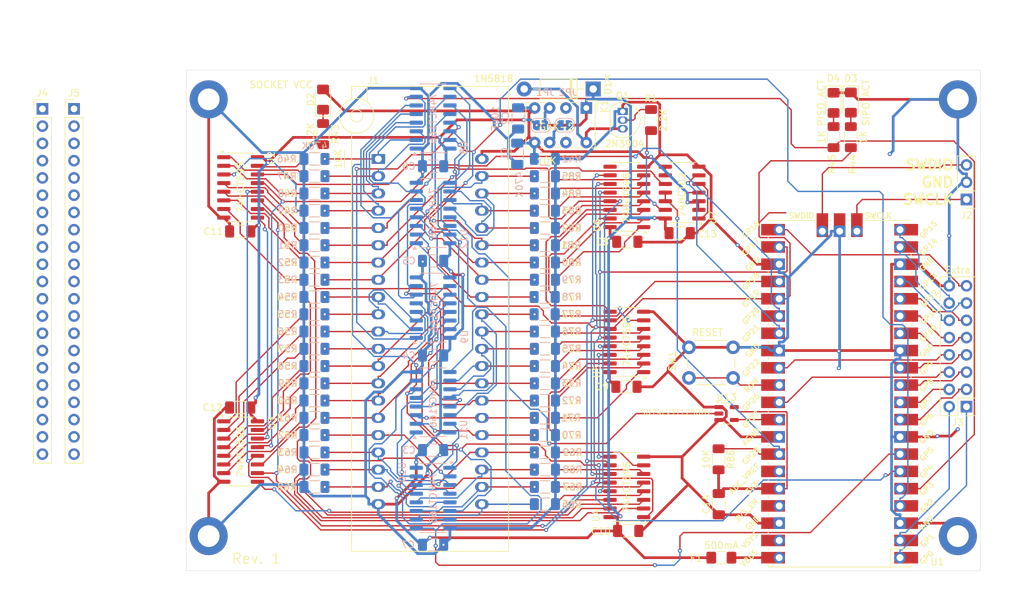
<source format=kicad_pcb>
(kicad_pcb (version 20240108) (generator "pcbnew") (generator_version "8.0")
  (layers (0 "F.Cu" signal) (31 "B.Cu" signal) (34 "B.Paste" user) (35 "F.Paste" user) (36 "B.SilkS" user "B.Silkscreen") (37 "F.SilkS" user "F.Silkscreen") (38 "B.Mask" user) (39 "F.Mask" user) (44 "Edge.Cuts" user))
  (net 0 "")
  (net 1 "GND")
  (net 2 "/SWITCHED_VCC")
  (net 3 "VCC")
  (net 4 "+3V3")
  (net 5 "Net-(D1-A)")
  (net 6 "Net-(D2-K)")
  (net 7 "Net-(D3-A)")
  (net 8 "Net-(D4-A)")
  (net 9 "Net-(U1-VBUS)")
  (net 10 "/ZIF_4")
  (net 11 "/ZIF_2")
  (net 12 "/ZIF_33")
  (net 13 "/ZIF_37")
  (net 14 "/ZIF_26")
  (net 15 "/ZIF_15")
  (net 16 "/ZIF_34")
  (net 17 "/ZIF_11")
  (net 18 "/ZIF_29")
  (net 19 "/ZIF_17")
  (net 20 "/ZIF_22")
  (net 21 "/ZIF_20")
  (net 22 "/ZIF_25")
  (net 23 "/ZIF_3")
  (net 24 "/ZIF_1")
  (net 25 "/ZIF_12")
  (net 26 "/ZIF_31")
  (net 27 "/ZIF_14")
  (net 28 "/ZIF_27")
  (net 29 "/ZIF_8")
  (net 30 "/ZIF_32")
  (net 31 "/ZIF_24")
  (net 32 "/ZIF_41")
  (net 33 "/ZIF_18")
  (net 34 "/ZIF_40")
  (net 35 "/ZIF_13")
  (net 36 "/ZIF_30")
  (net 37 "/ZIF_39")
  (net 38 "/ZIF_7")
  (net 39 "/ZIF_10")
  (net 40 "/ZIF_38")
  (net 41 "/ZIF_23")
  (net 42 "/ZIF_35")
  (net 43 "/ZIF_36")
  (net 44 "/ZIF_6")
  (net 45 "/ZIF_5")
  (net 46 "/ZIF_28")
  (net 47 "/ZIF_16")
  (net 48 "/ZIF_9")
  (net 49 "/ZIF_19")
  (net 50 "Net-(J2-Pin_3)")
  (net 51 "Net-(J2-Pin_1)")
  (net 52 "Net-(JP1-B)")
  (net 53 "Net-(JP2-B)")
  (net 56 "Net-(Q1-B)")
  (net 57 "Net-(R1-Pad1)")
  (net 58 "Net-(U2-QA)")
  (net 59 "Net-(U2-QB)")
  (net 60 "Net-(U2-QC)")
  (net 61 "Net-(U2-QD)")
  (net 62 "Net-(U2-QE)")
  (net 63 "Net-(U2-QF)")
  (net 64 "Net-(U2-QG)")
  (net 65 "Net-(U2-QH)")
  (net 66 "Net-(U3-QA)")
  (net 67 "Net-(U3-QB)")
  (net 68 "Net-(U3-QC)")
  (net 69 "Net-(U3-QD)")
  (net 70 "Net-(U3-QE)")
  (net 71 "Net-(U3-QF)")
  (net 72 "Net-(U3-QG)")
  (net 73 "Net-(U3-QH)")
  (net 74 "Net-(U4-QA)")
  (net 75 "Net-(U4-QB)")
  (net 76 "Net-(U4-QC)")
  (net 77 "Net-(U4-QD)")
  (net 78 "Net-(U4-QE)")
  (net 79 "Net-(U4-QF)")
  (net 80 "Net-(U4-QG)")
  (net 81 "Net-(U4-QH)")
  (net 82 "Net-(U5-QA)")
  (net 83 "Net-(U5-QB)")
  (net 84 "Net-(U5-QC)")
  (net 85 "Net-(U5-QD)")
  (net 86 "Net-(U5-QE)")
  (net 87 "Net-(U5-QF)")
  (net 88 "Net-(U5-QG)")
  (net 89 "Net-(U5-QH)")
  (net 90 "Net-(U6-QA)")
  (net 91 "Net-(U6-QB)")
  (net 92 "Net-(U6-QC)")
  (net 93 "Net-(U6-QD)")
  (net 94 "Net-(U6-QE)")
  (net 95 "Net-(U6-QF)")
  (net 96 "Net-(U6-QG)")
  (net 97 "Net-(U6-QH)")
  (net 98 "/SIPO_CLK")
  (net 99 "/PISO_CLK")
  (net 100 "Net-(U1-RUN)")
  (net 102 "/GPIO13")
  (net 103 "/~{SIPO_OE}")
  (net 105 "/GPIO12")
  (net 106 "/SIPO_SER")
  (net 107 "/GPIO8")
  (net 108 "/GPIO16")
  (net 109 "/GPIO14")
  (net 110 "/GPIO22")
  (net 111 "/GPIO26")
  (net 112 "/SIPO_RCLK")
  (net 113 "/GPIO1")
  (net 114 "/GPIO10")
  (net 115 "/GPIO6")
  (net 116 "/~{SIPO_CLR}")
  (net 117 "/GPIO0")
  (net 118 "/GPIO7")
  (net 120 "/GPIO11")
  (net 121 "/GPIO15")
  (net 122 "/PISO_SH")
  (net 123 "/GPIO9")
  (net 125 "/~{PISO_CLR}")
  (net 126 "/PISO_INH")
  (net 127 "/~{RELAY_ENABLE}")
  (net 128 "/PISO_SER_3V3")
  (net 131 "Net-(U2-QH')")
  (net 132 "Net-(U2-~{OE})")
  (net 133 "Net-(U3-QH')")
  (net 134 "Net-(U4-QH')")
  (net 135 "Net-(U5-QH')")
  (net 137 "Net-(U7-Pad4)")
  (net 138 "Net-(U7-Pad1)")
  (net 139 "Net-(U8-Qh)")
  (net 140 "Net-(U10-Ds)")
  (net 141 "Net-(U10-Qh)")
  (net 142 "Net-(U11-Qh)")
  (net 143 "/PISO_SER")
  (footprint "Resistor_SMD:R_1206_3216Metric_Pad1.30x1.75mm_HandSolder" (layer "F.Cu") (at 146.75 86.741 180)
    (property "Reference" "R29")
    (property "Value" "10K")
  )
  (footprint "Resistor_SMD:R_1206_3216Metric_Pad1.30x1.75mm_HandSolder" (layer "F.Cu") (at 172.309 97.917 -90)
    (property "Reference" "R86")
    (property "Value" "10K")
  )
  (footprint "Resistor_SMD:R_1206_3216Metric_Pad1.30x1.75mm_HandSolder" (layer "F.Cu") (at 112.841 91.821)
    (property "Reference" "R17")
    (property "Value" "10K")
  )
  (footprint "Resistor_SMD:R_1206_3216Metric_Pad1.30x1.75mm_HandSolder" (layer "F.Cu") (at 112.841 61.341)
    (property "Reference" "R5")
    (property "Value" "10K")
  )
  (footprint "Capacitor_SMD:C_1206_3216Metric_Pad1.33x1.80mm_HandSolder" (layer "F.Cu") (at 159.007 108.458)
    (property "Reference" "C10")
    (property "Value" "100nF")
  )
  (footprint "Capacitor_SMD:C_1206_3216Metric_Pad1.33x1.80mm_HandSolder" (layer "F.Cu") (at 166.5885 64.643)
    (property "Reference" "C13")
    (property "Value" "100nF")
  )
  (footprint "Resistor_SMD:R_1206_3216Metric_Pad1.30x1.75mm_HandSolder" (layer "F.Cu") (at 146.75 101.981 180)
    (property "Reference" "R23")
    (property "Value" "10K")
  )
  (footprint "MountingHole:MountingHole_3.2mm_M3_DIN965_Pad" (layer "F.Cu") (at 97.282 109.22)
    (property "Reference" "H4" (hide yes))
    (property "Value" "MountingHole_Pad")
  )
  (footprint "Capacitor_SMD:C_1206_3216Metric_Pad1.33x1.80mm_HandSolder" (layer "F.Cu") (at 158.88 65.913)
    (property "Reference" "C8")
    (property "Value" "100nF")
  )
  (footprint "Capacitor_SMD:C_1206_3216Metric_Pad1.33x1.80mm_HandSolder" (layer "F.Cu") (at 101.919 90.297 180)
    (property "Reference" "C12")
    (property "Value" "100nF")
  )
  (footprint "Diode_THT:D_DO-41_SOD81_P10.16mm_Horizontal" (layer "F.Cu") (at 153.862 43.434 180)
    (property "Reference" "D1")
    (property "Value" "1N5818")
  )
  (footprint "MountingHole:MountingHole_3.2mm_M3_DIN965_Pad" (layer "F.Cu") (at 97.282 44.958)
    (property "Reference" "H3" (hide yes))
    (property "Value" "MountingHole_Pad")
  )
  (footprint "Resistor_SMD:R_1206_3216Metric_Pad1.30x1.75mm_HandSolder" (layer "F.Cu") (at 112.841 68.961)
    (property "Reference" "R8")
    (property "Value" "10K")
  )
  (footprint "Resistor_SMD:R_1206_3216Metric_Pad1.30x1.75mm_HandSolder" (layer "F.Cu") (at 112.841 99.441)
    (property "Reference" "R20")
    (property "Value" "10K")
  )
  (footprint "Resistor_SMD:R_1206_3216Metric_Pad1.30x1.75mm_HandSolder" (layer "F.Cu") (at 112.841 101.981)
    (property "Reference" "R21")
    (property "Value" "10K")
  )
  (footprint "Resistor_SMD:R_1206_3216Metric_Pad1.30x1.75mm_HandSolder" (layer "F.Cu") (at 146.75 94.361 180)
    (property "Reference" "R26")
    (property "Value" "10K")
  )
  (footprint "Resistor_SMD:R_1206_3216Metric_Pad1.30x1.75mm_HandSolder" (layer "F.Cu") (at 146.724 74.041 180)
    (property "Reference" "R34")
    (property "Value" "10K")
  )
  (footprint "Package_SO:SOIC-14_3.9x8.7mm_P1.27mm" (layer "F.Cu") (at 166.946 58.674 180)
    (property "Reference" "U7")
    (property "Value" "74HCT02")
  )
  (footprint "Resistor_SMD:R_1206_3216Metric_Pad1.30x1.75mm_HandSolder" (layer "F.Cu") (at 112.841 63.881)
    (property "Reference" "R6")
    (property "Value" "10K")
  )
  (footprint "Resistor_SMD:R_1206_3216Metric_Pad1.30x1.75mm_HandSolder" (layer "F.Cu") (at 146.75 96.901 180)
    (property "Reference" "R25")
    (property "Value" "10K")
  )
  (footprint "Capacitor_SMD:C_1206_3216Metric_Pad1.33x1.80mm_HandSolder" (layer "F.Cu") (at 101.919 64.389 180)
    (property "Reference" "C11")
    (property "Value" "100nF")
  )
  (footprint "Resistor_SMD:R_1206_3216Metric_Pad1.30x1.75mm_HandSolder" (layer "F.Cu") (at 146.75 79.121 180)
    (property "Reference" "R32")
    (property "Value" "10K")
  )
  (footprint "Resistor_SMD:R_1206_3216Metric_Pad1.30x1.75mm_HandSolder" (layer "F.Cu") (at 146.75 91.821 180)
    (property "Reference" "R27")
    (property "Value" "10K")
  )
  (footprint "Resistor_SMD:R_1206_3216Metric_Pad1.30x1.75mm_HandSolder" (layer "F.Cu") (at 146.75 58.801 180)
    (property "Reference" "R40")
    (property "Value" "10K")
  )
  (footprint "Resistor_SMD:R_1206_3216Metric_Pad1.30x1.75mm_HandSolder" (layer "F.Cu") (at 112.841 71.501)
    (property "Reference" "R9")
    (property "Value" "10K")
  )
  (footprint "Resistor_SMD:R_1206_3216Metric_Pad1.30x1.75mm_HandSolder" (layer "F.Cu") (at 114.111 50.064 -90)
    (property "Reference" "R43")
    (property "Value" "1.2K")
  )
  (footprint "LED_SMD:LED_1206_3216Metric_Pad1.42x1.75mm_HandSolder" (layer "F.Cu") (at 191.77 45.4295 -90)
    (property "Reference" "D3")
    (property "Value" "SIPO ACT")
  )
  (footprint "Resistor_SMD:R_1206_3216Metric_Pad1.30x1.75mm_HandSolder" (layer "F.Cu") (at 146.75 81.661 180)
    (property "Reference" "R31")
    (property "Value" "10K")
  )
  (footprint "Package_SO:SOIC-16_3.9x9.9mm_P1.27mm" (layer "F.Cu") (at 101.984 96.774)
    (property "Reference" "U3")
    (property "Value" "74HCT595")
  )
  (footprint "LED_SMD:LED_1206_3216Metric_Pad1.42x1.75mm_HandSolder" (layer "F.Cu") (at 114.111 44.984 90)
    (property "Reference" "D2")
    (property "Value" "SOCKET VCC")
  )
  (footprint "Resistor_SMD:R_1206_3216Metric_Pad1.30x1.75mm_HandSolder" (layer "F.Cu") (at 112.841 74.041)
    (property "Reference" "R10")
    (property "Value" "10K")
  )
  (footprint "Resistor_SMD:R_1206_3216Metric_Pad1.30x1.75mm_HandSolder" (layer "F.Cu") (at 146.75 66.421 180)
    (property "Reference" "R37")
    (property "Value" "10K")
  )
  (footprint "Capacitor_SMD:C_1206_3216Metric_Pad1.33x1.80mm_HandSolder" (layer "F.Cu") (at 172.339 104.521 -90)
    (property "Reference" "C14")
    (property "Value" "100nF")
  )
  (footprint "Resistor_SMD:R_1206_3216Metric_Pad1.30x1.75mm_HandSolder" (layer "F.Cu") (at 112.841 86.741)
    (property "Reference" "R15")
    (property "Value" "10K")
  )
  (footprint "Package_SO:SOIC-16_3.9x9.9mm_P1.27mm" (layer "F.Cu") (at 101.984 57.912)
    (property "Reference" "U2")
    (property "Value" "74HCT595")
  )
  (footprint "Package_TO_SOT_THT:TO-92_Inline" (layer "F.Cu") (at 158.201 46.736 -90)
    (property "Reference" "Q1")
    (property "Value" "2N3904")
  )
  (footprint "Resistor_SMD:R_1206_3216Metric_Pad1.30x1.75mm_HandSolder" (layer "F.Cu") (at 112.841 84.201)
    (property "Reference" "R14")
    (property "Value" "10K")
  )
  (footprint "Resistor_SMD:R_1206_3216Metric_Pad1.30x1.75mm_HandSolder" (layer "F.Cu") (at 146.75 56.261 180)
    (property "Reference" "R41")
    (property "Value" "10K")
  )
  (footprint "Resistor_SMD:R_1206_3216Metric_Pad1.30x1.75mm_HandSolder" (layer "F.Cu") (at 146.75 63.881 180)
    (property "Reference" "R38")
    (property "Value" "10K")
  )
  (footprint "Resistor_SMD:R_1206_3216Metric_Pad1.30x1.75mm_HandSolder" (layer "F.Cu") (at 112.841 58.801)
    (property "Reference" "R4")
    (property "Value" "10K")
  )
  (footprint "Resistor_SMD:R_1206_3216Metric_Pad1.30x1.75mm_HandSolder" (layer "F.Cu") (at 112.841 53.721)
    (property "Reference" "R2")
    (property "Value" "10K")
  )
  (footprint "LED_SMD:LED_1206_3216Metric_Pad1.42x1.75mm_HandSolder" (layer "F.Cu") (at 189.23 45.466 -90)
    (property "Reference" "D4")
    (property "Value" "PISO ACT")
  )
  (footprint "Resistor_SMD:R_1206_3216Metric_Pad1.30x1.75mm_HandSolder" (layer "F.Cu") (at 112.841 81.661)
    (property "Reference" "R13")
    (property "Value" "10K")
  )
  (footprint "Package_TO_SOT_SMD:SOT-23-5" (layer "F.Cu") (at 173.482 91.186)
    (property "Reference" "U13")
    (property "Value" "SN74LV1T125DBV")
  )
  (footprint "Relay_THT:Relay_DPDT_Omron_G6K-2P-Y" (layer "F.Cu") (at 152.846 46.228 -90)
    (property "Reference" "K1")
    (property "Value" "G6K-2")
  )
  (footprint "Button_Switch_THT:SW_PUSH_6mm" (layer "F.Cu") (at 174.446 85.943 180)
    (property "Reference" "SW1")
    (property "Value" "RESET")
  )
  (footprint "Resistor_SMD:R_1206_3216Metric_Pad1.30x1.75mm_HandSolder" (layer "F.Cu") (at 191.77 50.5095 90)
    (property "Reference" "R44")
    (property "Value" "1K")
  )
  (footprint "Resistor_SMD:R_1206_3216Metric_Pad1.30x1.75mm_HandSolder" (layer "F.Cu") (at 112.841 79.121)
    (property "Reference" "R12")
    (property "Value" "10K")
  )
  (footprint "Resistor_SMD:R_1206_3216Metric_Pad1.30x1.75mm_HandSolder" (layer "F.Cu") (at 162.371 48.006 90)
    (property "Reference" "R1")
    (property "Value" "2.2K")
  )
  (footprint "Socket:DIP_Socket-42_W11.9_W12.7_W15.24_W17.78_W18.5_3M_242-1281-00-0602J" (layer "F.Cu") (at 122.239 53.721)
    (property "Reference" "J1")
    (property "Value" "ZIF Socket")
  )
  (footprint "MountingHole:MountingHole_3.2mm_M3_DIN965_Pad" (layer "F.Cu") (at 207.518 44.958)
    (property "Reference" "H1" (hide yes))
    (property "Value" "MountingHole_Pad")
  )
  (footprint "Resistor_SMD:R_1206_3216Metric_Pad1.30x1.75mm_HandSolder" (layer "F.Cu") (at 146.75 71.501 180)
    (property "Reference" "R35")
    (property "Value" "10K")
  )
  (footprint "Resistor_SMD:R_1206_3216Metric_Pad1.30x1.75mm_HandSolder" (layer "F.Cu") (at 146.75 68.961 180)
    (property "Reference" "R36")
    (property "Value" "10K")
  )
  (footprint "Package_SO:SOIC-16_3.9x9.9mm_P1.27mm" (layer "F.Cu") (at 158.815 80.645 180)
    (property "Reference" "U5")
    (property "Value" "74HCT595")
  )
  (footprint "Connector_PinHeader_2.54mm:PinHeader_1x03_P2.54mm_Vertical" (layer "F.Cu") (at 208.788 59.69 180)
    (property "Reference" "J2")
    (property "Value" "Debug Header")
  )
  (footprint "Resistor_SMD:R_1206_3216Metric_Pad1.30x1.75mm_HandSolder" (layer "F.Cu") (at 146.75 104.521 180)
    (property "Reference" "R22")
    (property "Value" "10K")
  )
  (footprint "Package_SO:SOIC-16_3.9x9.9mm_P1.27mm" (layer "F.Cu") (at 158.815 101.981 180)
    (property "Reference" "U4")
    (property "Value" "74HCT595")
  )
  (footprint "Fuse:Fuse_1206_3216Metric_Pad1.42x1.75mm_HandSolder" (layer "F.Cu") (at 172.72 112.395 180)
    (property "Reference" "F1")
    (property "Value" "500mA")
  )
  (footprint "MCU_RaspberryPi_and_Boards:RPi_Pico_SMD_TH" (layer "F.Cu") (at 190.119 88.265 180)
    (property "Reference" "U1")
    (property "Value" "Pico")
  )
  (footprint "Resistor_SMD:R_1206_3216Metric_Pad1.30x1.75mm_HandSolder" (layer "F.Cu") (at 146.75 89.281 180)
    (property "Reference" "R28")
    (property "Value" "10K")
  )
  (footprint "Resistor_SMD:R_1206_3216Metric_Pad1.30x1.75mm_HandSolder" (layer "F.Cu") (at 112.841 94.361)
    (property "Reference" "R18")
    (property "Value" "10K")
  )
  (footprint "Resistor_SMD:R_1206_3216Metric_Pad1.30x1.75mm_HandSolder" (layer "F.Cu") (at 112.841 76.581)
    (property "Reference" "R11")
    (property "Value" "10K")
  )
  (footprint "Resistor_SMD:R_1206_3216Metric_Pad1.30x1.75mm_HandSolder" (layer "F.Cu") (at 112.841 89.281)
    (property "Reference" "R16")
    (property "Value" "10K")
  )
  (footprint "Resistor_SMD:R_1206_3216Metric_Pad1.30x1.75mm_HandSolder" (layer "F.Cu") (at 146.75 84.201 180)
    (property "Reference" "R30")
    (property "Value" "10K")
  )
  (footprint "Connector_PinHeader_2.54mm:PinHeader_2x08_P2.54mm_Vertical" (layer "F.Cu") (at 208.788 90.17 180)
    (property "Reference" "J3")
    (property "Value" "Extra")
  )
  (footprint "Package_SO:SOIC-16_3.9x9.9mm_P1.27mm" (layer "F.Cu") (at 158.815 59.309 180)
    (property "Reference" "U6")
    (property "Value" "74HCT595")
  )
  (footprint "Resistor_SMD:R_1206_3216Metric_Pad1.30x1.75mm_HandSolder" (layer "F.Cu") (at 146.75 61.341 180)
    (property "Reference" "R39")
    (property "Value" "10K")
  )
  (footprint "Resistor_SMD:R_1206_3216Metric_Pad1.30x1.75mm_HandSolder" (layer "F.Cu") (at 112.841 66.421)
    (property "Reference" "R7")
    (property "Value" "10K")
  )
  (footprint "Connector_PinHeader_2.54mm:PinHeader_1x21_P2.54mm_Vertical" (layer "F.Cu") (at 72.82 46.355)
    (property "Reference" "J4")
    (property "Value" "Conn_01x21_Pin")
  )
  (footprint "Resistor_SMD:R_1206_3216Metric_Pad1.30x1.75mm_HandSolder" (layer "F.Cu") (at 189.23 50.5095 90)
    (property "Reference" "R45")
    (property "Value" "1K")
  )
  (footprint "Connector_PinHeader_2.54mm:PinHeader_1x21_P2.54mm_Vertical" (layer "F.Cu") (at 77.47 46.355)
    (property "Reference" "J5")
    (property "Value" "Conn_01x21_Pin")
  )
  (footprint "Resistor_SMD:R_1206_3216Metric_Pad1.30x1.75mm_HandSolder" (layer "F.Cu") (at 146.724 76.581 180)
    (property "Reference" "R33")
    (property "Value" "10K")
  )
  (footprint "MountingHole:MountingHole_3.2mm_M3_DIN965_Pad" (layer "F.Cu") (at 207.518 109.22)
    (property "Reference" "H2" (hide yes))
    (property "Value" "MountingHole_Pad")
  )
  (footprint "Resistor_SMD:R_1206_3216Metric_Pad1.30x1.75mm_HandSolder" (layer "F.Cu") (at 146.75 99.441 180)
    (property "Reference" "R24")
    (property "Value" "10K")
  )
  (footprint "Resistor_SMD:R_1206_3216Metric_Pad1.30x1.75mm_HandSolder" (layer "F.Cu") (at 112.841 56.261)
    (property "Reference" "R3")
    (property "Value" "10K")
  )
  (footprint "Capacitor_SMD:C_1206_3216Metric_Pad1.33x1.80mm_HandSolder" (layer "F.Cu") (at 158.753 87.249)
    (property "Reference" "C9")
    (property "Value" "100nF")
  )
  (footprint "Resistor_SMD:R_1206_3216Metric_Pad1.30x1.75mm_HandSolder" (layer "F.Cu") (at 112.841 96.901)
    (property "Reference" "R19")
    (property "Value" "10K")
  )
  (footprint "Resistor_SMD:R_1206_3216Metric_Pad1.30x1.75mm_HandSolder" (layer "B.Cu") (at 112.841 101.981 180)
    (property "Reference" "R65")
    (property "Value" "470K")
  )
  (footprint "Package_SO:SOIC-16_3.9x9.9mm_P1.27mm" (layer "B.Cu") (at 130.302 75.5978)
    (property "Reference" "U9")
    (property "Value" "74HCT166")
  )
  (footprint "Capacitor_SMD:C_1206_3216Metric_Pad1.33x1.80mm_HandSolder" (layer "B.Cu") (at 130.302 54.7984 180)
    (property "Reference" "C6")
    (property "Value" "100nF")
  )
  (footprint "Capacitor_SMD:C_1206_3216Metric_Pad1.33x1.80mm_HandSolder" (layer "B.Cu") (at 130.302 96.5671)
    (property "Reference" "C3")
    (property "Value" "100nF")
  )
  (footprint "Resistor_SMD:R_1206_3216Metric_Pad1.30x1.75mm_HandSolder" (layer "B.Cu") (at 146.75 53.721 180)
    (property "Reference" "R42")
    (property "Value" "470K")
  )
  (footprint "Resistor_SMD:R_1206_3216Metric_Pad1.30x1.75mm_HandSolder" (layer "B.Cu") (at 146.75 91.821)
    (property "Reference" "R71")
    (property "Value" "470K")
  )
  (footprint "Resistor_SMD:R_1206_3216Metric_Pad1.30x1.75mm_HandSolder" (layer "B.Cu") (at 112.841 61.341 180)
    (property "Reference" "R49")
    (property "Value" "470K")
  )
  (footprint "Resistor_SMD:R_1206_3216Metric_Pad1.30x1.75mm_HandSolder" (layer "B.Cu") (at 146.75 68.961)
    (property "Reference" "R80")
    (property "Value" "470K")
  )
  (footprint "Capacitor_SMD:C_1206_3216Metric_Pad1.33x1.80mm_HandSolder" (layer "B.Cu") (at 142.813 47.752 -90)
    (property "Reference" "C2")
    (property "Value" "10uF")
  )
  (footprint "Resistor_SMD:R_1206_3216Metric_Pad1.30x1.75mm_HandSolder" (layer "B.Cu") (at 146.75 104.521)
    (property "Reference" "R66")
    (property "Value" "470K")
  )
  (footprint "Resistor_SMD:R_1206_3216Metric_Pad1.30x1.75mm_HandSolder" (layer "B.Cu") (at 146.75 56.261)
    (property "Reference" "R85")
    (property "Value" "470K")
  )
  (footprint "Jumper:SolderJumper-2_P1.3mm_Open_RoundedPad1.0x1.5mm" (layer "B.Cu") (at 146.13 48.768)
    (property "Reference" "JP1")
    (property "Value" "Switch 1")
  )
  (footprint "Capacitor_SMD:C_1206_3216Metric_Pad1.33x1.80mm_HandSolder" (layer "B.Cu") (at 130.302 68.7213 180)
    (property "Reference" "C5")
    (property "Value" "100nF")
  )
  (footprint "Package_SO:SOIC-16_3.9x9.9mm_P1.27mm" (layer "B.Cu") (at 130.302 89.5207)
    (property "Reference" "U11")
    (property "Value" "74HCT166")
  )
  (footprint "Resistor_SMD:R_1206_3216Metric_Pad1.30x1.75mm_HandSolder" (layer "B.Cu") (at 112.841 81.661 180)
    (property "Reference" "R57")
    (property "Value" "470K")
  )
  (footprint "Resistor_SMD:R_1206_3216Metric_Pad1.30x1.75mm_HandSolder" (layer "B.Cu") (at 112.841 71.501 180)
    (property "Reference" "R53")
    (property "Value" "470K")
  )
  (footprint "Resistor_SMD:R_1206_3216Metric_Pad1.30x1.75mm_HandSolder" (layer "B.Cu") (at 146.75 58.801)
    (property "Reference" "R84")
    (property "Value" "470K")
  )
  (footprint "Capacitor_SMD:C_1206_3216Metric_Pad1.33x1.80mm_HandSolder" (layer "B.Cu") (at 130.302 82.6442 180)
    (property "Reference" "C4")
    (property "Value" "100nF")
  )
  (footprint "Resistor_SMD:R_1206_3216Metric_Pad1.30x1.75mm_HandSolder" (layer "B.Cu") (at 146.75 101.981)
    (property "Reference" "R67")
    (property "Value" "470K")
  )
  (footprint "Resistor_SMD:R_1206_3216Metric_Pad1.30x1.75mm_HandSolder" (layer "B.Cu") (at 112.841 96.901 180)
    (property "Reference" "R63")
    (property "Value" "470K")
  )
  (footprint "Jumper:SolderJumper-2_P1.3mm_Open_RoundedPad1.0x1.5mm" (layer "B.Cu") (at 149.671 48.768 180)
    (property "Reference" "JP2")
    (property "Value" "Switch 2")
  )
  (footprint "Resistor_SMD:R_1206_3216Metric_Pad1.30x1.75mm_HandSolder" (layer "B.Cu") (at 112.841 89.281 180)
    (property "Reference" "R60")
    (property "Value" "470K")
  )
  (footprint "Package_SO:SOIC-16_3.9x9.9mm_P1.27mm" (layer "B.Cu") (at 130.302 47.752)
    (property "Reference" "U8")
    (property "Value" "74HCT166")
  )
  (footprint "Resistor_SMD:R_1206_3216Metric_Pad1.30x1.75mm_HandSolder" (layer "B.Cu") (at 112.841 63.881 180)
    (property "Reference" "R50")
    (property "Value" "470K")
  )
  (footprint "Resistor_SMD:R_1206_3216Metric_Pad1.30x1.75mm_HandSolder" (layer "B.Cu") (at 112.841 94.361 180)
    (property "Reference" "R62")
    (property "Value" "470K")
  )
  (footprint "Resistor_SMD:R_1206_3216Metric_Pad1.30x1.75mm_HandSolder" (layer "B.Cu") (at 112.841 68.961 180)
    (property "Reference" "R52")
    (property "Value" "470K")
  )
  (footprint "Resistor_SMD:R_1206_3216Metric_Pad1.30x1.75mm_HandSolder" (layer "B.Cu") (at 146.75 71.501)
    (property "Reference" "R79")
    (property "Value" "470K")
  )
  (footprint "Resistor_SMD:R_1206_3216Metric_Pad1.30x1.75mm_HandSolder" (layer "B.Cu") (at 112.841 86.741 180)
    (property "Reference" "R59")
    (property "Value" "470K")
  )
  (footprint "Resistor_SMD:R_1206_3216Metric_Pad1.30x1.75mm_HandSolder" (layer "B.Cu") (at 112.841 53.721 180)
    (property "Reference" "R46")
    (property "Value" "470K")
  )
  (footprint "Resistor_SMD:R_1206_3216Metric_Pad1.30x1.75mm_HandSolder" (layer "B.Cu") (at 146.75 86.741)
    (property "Reference" "R73")
    (property "Value" "470K")
  )
  (footprint "Resistor_SMD:R_1206_3216Metric_Pad1.30x1.75mm_HandSolder" (layer "B.Cu") (at 146.75 84.201)
    (property "Reference" "R74")
    (property "Value" "470K")
  )
  (footprint "Resistor_SMD:R_1206_3216Metric_Pad1.30x1.75mm_HandSolder" (layer "B.Cu") (at 146.724 76.581)
    (property "Reference" "R77")
    (property "Value" "470K")
  )
  (footprint "Resistor_SMD:R_1206_3216Metric_Pad1.30x1.75mm_HandSolder" (layer "B.Cu") (at 146.75 66.421)
    (property "Reference" "R81")
    (property "Value" "470K")
  )
  (footprint "Resistor_SMD:R_1206_3216Metric_Pad1.30x1.75mm_HandSolder" (layer "B.Cu") (at 146.75 99.441)
    (property "Reference" "R68")
    (property "Value" "470K")
  )
  (footprint "Resistor_SMD:R_1206_3216Metric_Pad1.30x1.75mm_HandSolder" (layer "B.Cu") (at 112.841 56.261 180)
    (property "Reference" "R47")
    (property "Value" "470K")
  )
  (footprint "Package_SO:SOIC-16_3.9x9.9mm_P1.27mm" (layer "B.Cu") (at 130.302 103.6136 180)
    (property "Reference" "U10")
    (property "Value" "74HCT166")
  )
  (footprint "Resistor_SMD:R_1206_3216Metric_Pad1.30x1.75mm_HandSolder" (layer "B.Cu") (at 112.841 99.441 180)
    (property "Reference" "R64")
    (property "Value" "470K")
  )
  (footprint "Resistor_SMD:R_1206_3216Metric_Pad1.30x1.75mm_HandSolder" (layer "B.Cu") (at 112.841 91.821 180)
    (property "Reference" "R61")
    (property "Value" "470K")
  )
  (footprint "Capacitor_SMD:C_1206_3216Metric_Pad1.33x1.80mm_HandSolder" (layer "B.Cu") (at 142.686 52.959 -90)
    (property "Reference" "C1")
    (property "Value" "100nF")
  )
  (footprint "Resistor_SMD:R_1206_3216Metric_Pad1.30x1.75mm_HandSolder" (layer "B.Cu") (at 112.841 66.421 180)
    (property "Reference" "R51")
    (property "Value" "470K")
  )
  (footprint "Resistor_SMD:R_1206_3216Metric_Pad1.30x1.75mm_HandSolder" (layer "B.Cu") (at 146.75 61.341)
    (property "Reference" "R83")
    (property "Value" "470K")
  )
  (footprint "Resistor_SMD:R_1206_3216Metric_Pad1.30x1.75mm_HandSolder" (layer "B.Cu") (at 146.75 94.361)
    (property "Reference" "R70")
    (property "Value" "470K")
  )
  (footprint "Package_SO:SOIC-16_3.9x9.9mm_P1.27mm" (layer "B.Cu") (at 130.302 61.6749)
    (property "Reference" "U12")
    (property "Value" "74HCT166")
  )
  (footprint "Capacitor_SMD:C_1206_3216Metric_Pad1.33x1.80mm_HandSolder" (layer "B.Cu") (at 130.302 110.49)
    (property "Reference" "C7")
    (property "Value" "100nF")
  )
  (footprint "Resistor_SMD:R_1206_3216Metric_Pad1.30x1.75mm_HandSolder" (layer "B.Cu") (at 112.841 84.201 180)
    (property "Reference" "R58")
    (property "Value" "470K")
  )
  (footprint "Resistor_SMD:R_1206_3216Metric_Pad1.30x1.75mm_HandSolder" (layer "B.Cu") (at 146.75 63.881)
    (property "Reference" "R82")
    (property "Value" "470K")
  )
  (footprint "Resistor_SMD:R_1206_3216Metric_Pad1.30x1.75mm_HandSolder" (layer "B.Cu") (at 146.75 79.121)
    (property "Reference" "R76")
    (property "Value" "470K")
  )
  (footprint "Resistor_SMD:R_1206_3216Metric_Pad1.30x1.75mm_HandSolder" (layer "B.Cu") (at 146.75 96.901)
    (property "Reference" "R69")
    (property "Value" "470K")
  )
  (footprint "Resistor_SMD:R_1206_3216Metric_Pad1.30x1.75mm_HandSolder" (layer "B.Cu") (at 112.841 74.041 180)
    (property "Reference" "R54")
    (property "Value" "470K")
  )
  (footprint "Resistor_SMD:R_1206_3216Metric_Pad1.30x1.75mm_HandSolder" (layer "B.Cu") (at 146.75 81.661)
    (property "Reference" "R75")
    (property "Value" "470K")
  )
  (footprint "Resistor_SMD:R_1206_3216Metric_Pad1.30x1.75mm_HandSolder" (layer "B.Cu") (at 112.841 79.121 180)
    (property "Reference" "R56")
    (property "Value" "470K")
  )
  (footprint "Resistor_SMD:R_1206_3216Metric_Pad1.30x1.75mm_HandSolder" (layer "B.Cu") (at 146.724 74.041)
    (property "Reference" "R78")
    (property "Value" "470K")
  )
  (footprint "Resistor_SMD:R_1206_3216Metric_Pad1.30x1.75mm_HandSolder" (layer "B.Cu") (at 112.841 58.801 180)
    (property "Reference" "R48")
    (property "Value" "470K")
  )
  (footprint "Resistor_SMD:R_1206_3216Metric_Pad1.30x1.75mm_HandSolder" (layer "B.Cu") (at 146.75 89.281)
    (property "Reference" "R72")
    (property "Value" "470K")
  )
  (footprint "Resistor_SMD:R_1206_3216Metric_Pad1.30x1.75mm_HandSolder" (layer "B.Cu") (at 112.841 76.581 180)
    (property "Reference" "R55")
    (property "Value" "470K")
  )
  (gr_line (start 93.98 114.3) (end 93.98 40.64) (stroke (width 0.05)) (layer "Edge.Cuts"))
  (gr_line (start 93.98 40.64) (end 210.82 40.64) (stroke (width 0.05)) (layer "Edge.Cuts"))
  (gr_line (start 210.82 40.64) (end 210.82 114.3) (stroke (width 0.05)) (layer "Edge.Cuts"))
  (gr_line (start 210.82 114.3) (end 93.98 114.3) (stroke (width 0.05)) (layer "Edge.Cuts"))
  (gr_text "GND" (at 206.988 57.165 0) (layer "F.SilkS") (effects (font (size 1.5 1.5) (thickness 0.3) (bold yes)) (justify right)))
  (gr_text "SWCLK" (at 207.01 59.69 0) (layer "F.SilkS") (effects (font (size 1.5 1.5) (thickness 0.3) (bold yes)) (justify right)))
  (gr_text "Rev. 1" (at 100.584 113.411 0) (layer "F.SilkS") (effects (font (size 1.5 1.5)) (justify left bottom)))
  (gr_text "SWDIO" (at 207.01 54.61 0) (layer "F.SilkS") (effects (font (size 1.5 1.5) (thickness 0.3) (bold yes)) (justify right)))
  (gr_text "SWCLK" (at 195.819 62.065 0) (layer "F.SilkS") (effects (font (size 0.8 0.8))))
  (segment (start 161.0141 108.458) (end 160.5695 108.458) (width 0.4) (layer "F.Cu") (net 1))
  (segment (start 204.5 94.5) (end 206.5 94.5) (width 0.4) (layer "F.Cu") (net 1))
  (segment (start 171.2089 56.157) (end 171.2089 62.4932) (width 0.4) (layer "F.Cu") (net 1))
  (segment (start 166.9445 100.689) (end 166.9445 97.536) (width 0.4) (layer "F.Cu") (net 1))
  (segment (start 172.339 106.0835) (end 167.8638 101.6083) (width 0.4) (layer "F.Cu") (net 1))
  (segment (start 181.229 69.215) (end 177.9307 69.215) (width 0.4) (layer "F.Cu") (net 1))
  (segment (start 173.4456 90.8047) (end 172.8769 90.236) (width 0.4) (layer "F.Cu") (net 1))
  (segment (start 113.8545 51.3575) (end 114.111 51.614) (width 0.4) (layer "F.Cu") (net 1))
  (segment (start 202.0607 69.215) (end 202.0607 69.4544) (width 0.4) (layer "F.Cu") (net 1))
  (segment (start 167.946 81.443) (end 162.703 76.2) (width 0.4) (layer "F.Cu") (net 1))
  (segment (start 181.229 81.915) (end 189.915 81.915) (width 0.4) (layer "F.Cu") (net 1))
  (segment (start 97.282 102.8866) (end 98.9496 101.219) (width 0.4) (layer "F.Cu") (net 1))
  (segment (start 199.009 94.615) (end 204.385 94.615) (width 0.4) (layer "F.Cu") (net 1))
  (segment (start 199.009 69.215) (end 197.7573 69.215) (width 0.4) (layer "F.Cu") (net 1))
  (segment (start 99.7546 90.297) (end 98.1107 91.9409) (width 0.4) (layer "F.Cu") (net 1))
  (segment (start 122.239 104.521) (end 123.6407 104.521) (width 0.4) (layer "F.Cu") (net 1))
  (segment (start 181.229 94.615) (end 175.6348 94.615) (width 0.4) (layer "F.Cu") (net 1))
  (segment (start 173.4456 91.6144) (end 173.4456 90.8047) (width 0.4) (layer "F.Cu") (net 1))
  (segment (start 125.1295 104.521) (end 129.483 100.1675) (width 0.4) (layer "F.Cu") (net 1))
  (segment (start 172.3445 92.136) (end 166.9445 97.536) (width 0.4) (layer "F.Cu") (net 1))
  (segment (start 173.0399 92.0201) (end 173.4456 91.6144) (width 0.4) (layer "F.Cu") (net 1))
  (segment (start 204.385 94.615) (end 204.5 94.5) (width 0.4) (layer "F.Cu") (net 1))
  (segment (start 189.23 43.9785) (end 191.7335 43.9785) (width 0.4) (layer "F.Cu") (net 1))
  (segment (start 177.9307 69.215) (end 171.2089 62.4932) (width 0.4) (layer "F.Cu") (net 1))
  (segment (start 190 82) (end 190.085 81.915) (width 0.4) (layer "F.Cu") (net 1))
  (segment (start 158.201 45.8093) (end 158.6385 45.3718) (width 0.4) (layer "F.Cu") (net 1))
  (segment (start 172.3445 92.136) (end 172.924 92.136) (width 0.4) (layer "F.Cu") (net 1))
  (segment (start 158.6385 45.3718) (end 163.2952 45.3718) (width 0.4) (layer "F.Cu") (net 1))
  (segment (start 161.9044 54.864) (end 161.29 54.864) (width 0.4) (layer "F.Cu") (net 1))
  (segment (start 163.2952 45.3718) (end 163.6513 45.7279) (width 0.4) (layer "F.Cu") (net 1))
  (segment (start 202.0607 69.4544) (end 204.9963 72.39) (width 0.4) (layer "F.Cu") (net 1))
  (segment (start 97.282 109.22) (end 97.282 102.8866) (width 0.4) (layer "F.Cu") (net 1))
  (segment (start 172.924 92.136) (end 173.0399 92.0201) (width 0.4) (layer "F.Cu") (net 1))
  (segment (start 166.9445 97.536) (end 161.29 97.536) (width 0.4) (layer "F.Cu") (net 1))
  (segment (start 199.009 69.215) (end 202.0607 69.215) (width 0.4) (layer "F.Cu") (net 1))
  (segment (start 163.6513 53.1171) (end 161.9044 54.864) (width 0.4) (layer "F.Cu") (net 1))
  (segment (start 158.201 46.736) (end 158.201 45.8093) (width 0.4) (layer "F.Cu") (net 1))
  (segment (start 172.8769 90.236) (end 172.3445 90.236) (width 0.4) (layer "F.Cu") (net 1))
  (segment (start 168.151 64.643) (end 166.8274 65.9666) (width 0.4) (layer "F.Cu") (net 1))
  (segment (start 163.6513 45.7279) (end 163.6513 53.1171) (width 0.4) (layer "F.Cu") (net 1))
  (segment (start 206.5 94.5) (end 207.5 93.5) (width 0.4) (layer "F.Cu") (net 1))
  (segment (start 98.1107 91.9409) (end 98.1107 100.3801) (width 0.4) (layer "F.Cu") (net 1))
  (segment (start 100.3565 63.2045) (end 100.3565 64.389) (width 0.4) (layer "F.Cu") (net 1))
  (segment (start 164.8966 84.4924) (end 167.946 81.443) (width 0.4) (layer "F.Cu") (net 1))
  (segment (start 169.421 54.864) (end 169.9159 54.864) (width 0.4) (layer "F.Cu") (net 1))
  (segment (start 197.7573 81.915) (end 197.7573 69.215) (width 0.4) (layer "F.Cu") (net 1))
  (segment (start 205.613 107.315) (end 207.518 109.22) (width 0.4) (layer "F.Cu") (net 1))
  (segment (start 129.483 100.1675) (end 129.483 99.9487) (width 0.4) (layer "F.Cu") (net 1))
  (segment (start 167.6741 53.1171) (end 169.421 54.864) (width 0.4) (layer "F.Cu") (net 1))
  (segment (start 192.786 44.958) (end 191.77 43.942) (width 0.4) (layer "F.Cu") (net 1))
  (segment (start 164.8966 84.9695) (end 164.8966 84.4924) (width 0.4) (layer "F.Cu") (net 1))
  (segment (start 97.282 44.958) (end 97.282 60.6843) (width 0.4) (layer "F.Cu") (net 1))
  (segment (start 163.6513 53.1171) (end 167.6741 53.1171) (width 0.4) (layer "F.Cu") (net 1))
  (segment (start 199.009 81.915) (end 197.7573 81.915) (width 0.4) (layer "F.Cu") (net 1))
  (segment (start 169.0591 64.643) (end 168.151 64.643) (width 0.4) (layer "F.Cu") (net 1))
  (segment (start 167.8638 101.6083) (end 166.9445 100.689) (width 0.4) (layer "F.Cu") (net 1))
  (segment (start 171.2089 62.4932) (end 169.0591 64.643) (width 0.4) (layer "F.Cu") (net 1))
  (segment (start 100.3565 90.297) (end 99.7546 90.297) (width 0.4) (layer "F.Cu") (net 1))
  (segment (start 98.9547 62.357) (end 99.509 62.357) (width 0.4) (layer "F.Cu") (net 1))
  (segment (start 207.518 44.958) (end 192.786 44.958) (width 0.4) (layer "F.Cu") (net 1))
  (segment (start 99.509 62.357) (end 100.3565 63.2045) (width 0.4) (layer "F.Cu") (net 1))
  (segment (start 167.8638 101.6083) (end 161.0141 108.458) (width 0.4) (layer "F.Cu") (net 1))
  (segment (start 178.1773 107.315) (end 176.9458 106.0835) (width 0.4) (layer "F.Cu") (net 1))
  (segment (start 162.6171 87.249) (end 164.8966 84.9695) (width 0.4) (layer "F.Cu") (net 1))
  (segment (start 189.915 81.915) (end 190 82) (width 0.4) (layer "F.Cu") (net 1))
  (segment (start 166.8274 65.9666) (end 160.4961 65.9666) (width 0.4) (layer "F.Cu") (net 1))
  (segment (start 160.3155 87.249) (end 162.6171 87.249) (width 0.4) (layer "F.Cu") (net 1))
  (segment (start 98.9496 101.219) (end 99.509 101.219) (width 0.4) (layer "F.Cu") (net 1))
  (segment (start 98.1107 100.3801) (end 98.9496 101.219) (width 0.4) (layer "F.Cu") (net 1))
  (segment (start 190.085 81.915) (end 197.7573 81.915) (width 0.4) (layer "F.Cu") (net 1))
  (segment (start 112.7153 51.3575) (end 113.8545 51.3575) (width 0.4) (layer "F.Cu") (net 1))
  (segment (start 123.6407 104.521) (end 125.1295 104.521) (width 0.4) (layer "F.Cu") (net 1))
  (segment (start 172.3445 90.236) (end 170.1631 90.236) (width 0.4) (layer "F.Cu") (net 1))
  (segment (start 169.9159 54.864) (end 171.2089 56.157) (width 0.4) (layer "F.Cu") (net 1))
  (segment (start 181.229 107.315) (end 178.1773 107.315) (width 0.4) (layer "F.Cu") (net 1))
  (segment (start 176.9458 106.0835) (end 172.339 106.0835) (width 0.4) (layer "F.Cu") (net 1))
  (segment (start 160.4961 65.9666) (end 160.4425 65.913) (width 0.4) (layer "F.Cu") (net 1))
  (segment (start 97.282 60.6843) (end 98.9547 62.357) (width 0.4) (layer "F.Cu") (net 1))
  (segment (start 191.7335 43.9785) (end 191.77 43.942) (width 0.4) (layer "F.Cu") (net 1))
  (segment (start 170.1631 90.236) (end 164.8966 84.9695) (width 0.4) (layer "F.Cu") (net 1))
  (segment (start 174.446 81.443) (end 167.946 81.443) (width 0.4) (layer "F.Cu") (net 1))
  (segment (start 162.703 76.2) (end 161.29 76.2) (width 0.4) (layer "F.Cu") (net 1))
  (segment (start 199.009 107.315) (end 205.613 107.315) (width 0.4) (layer "F.Cu") (net 1))
  (segment (start 175.6348 94.615) (end 173.0399 92.0201) (width 0.4) (layer "F.Cu") (net 1))
  (segment (start 206.248 72.39) (end 204.9963 72.39) (width 0.4) (layer "F.Cu") (net 1))
  (via (at 190 82) (size 0.6) (drill 0.3) (layers "F.Cu" "B.Cu") (net 1))
  (via (at 131.826 110.49) (size 0.6) (drill 0.3) (layers "F.Cu" "B.Cu") (net 1))
  (via (at 131.318 97.282) (size 0.6) (drill 0.3) (layers "F.Cu" "B.Cu") (net 1))
  (via (at 129.483 99.9487) (size 0.6) (drill 0.3) (layers "F.Cu" "B.Cu") (net 1))
  (via (at 207.5 93.5) (size 0.6) (drill 0.3) (layers "F.Cu" "B.Cu") (net 1))
  (via (at 128.778 68.834) (size 0.6) (drill 0.3) (layers "F.Cu" "B.Cu") (net 1))
  (via (at 175.10785 66.39215) (size 0.6) (drill 0.3) (layers "F.Cu" "B.Cu") (net 1))
  (via (at 197.5 53) (size 0.6) (drill 0.3) (layers "F.Cu" "B.Cu") (net 1))
  (via (at 204.5 94.5) (size 0.6) (drill 0.3) (layers "F.Cu" "B.Cu") (net 1))
  (via (at 112.7153 51.3575) (size 0.6) (drill 0.3) (layers "F.Cu" "B.Cu") (net 1))
  (via (at 206.248 65.024) (size 0.6) (drill 0.3) (layers "F.Cu" "B.Cu") (net 1))
  (via (at 190 84.5) (size 0.6) (drill 0.3) (layers "F.Cu" "B.Cu") (net 1))
  (via (at 128.778 55.626) (size 0.6) (drill 0.3) (layers "F.Cu" "B.Cu") (net 1))
  (segment (start 142.7317 49.3145) (end 142.813 49.3145) (width 0.4) (layer "B.Cu") (net 1))
  (segment (start 128.7395 70.7043) (end 128.3085 71.1353) (width 0.4) (layer "B.Cu") (net 1))
  (segment (start 148.3 104.521) (end 148.3 101.981) (width 0.4) (layer "B.Cu") (net 1))
  (segment (start 129.6104 75.812) (end 129.6104 76.393) (width 0.4) (layer "B.Cu") (net 1))
  (segment (start 148.3 79.121) (end 148.3 76.607) (width 0.4) (layer "B.Cu") (net 1))
  (segment (start 181.7767 80.6633) (end 181.229 80.6633) (width 0.4) (layer "B.Cu") (net 1))
  (segment (start 139.2948 48.8722) (end 139.2948 48.0319) (width 0.4) (layer "B.Cu") (net 1))
  (segment (start 131.8645 96.5671) (end 131.318 97.1136) (width 0.4) (layer "B.Cu") (net 1))
  (segment (start 198.4613 106.0633) (end 199.009 106.0633) (width 0.4) (layer "B.Cu") (net 1))
  (segment (start 148.3 66.421) (end 148.3 68.961) (width 0.4) (layer "B.Cu") (net 1))
  (segment (start 148.3 63.881) (end 148.3 61.341) (width 0.4) (layer "B.Cu") (net 1))
  (segment (start 128.7395 68.8725) (end 128.7395 70.7043) (width 0.4) (layer "B.Cu") (net 1))
  (segment (start 129.6344 51.4559) (end 128.8933 52.197) (width 0.4) (layer "B.Cu") (net 1))
  (segment (start 128.8933 52.197) (end 128.7395 52.197) (width 0.4) (layer "B.Cu") (net 1))
  (segment (start 141.3833 50.6629) (end 142.7317 49.3145) (width 0.4) (layer "B.Cu") (net 1))
  (segment (start 111.291 71.501) (end 111.291 68.961) (width 0.4) (layer "B.Cu") (net 1))
  (segment (start 111.291 91.821) (end 111.291 94.361) (width 0.4) (layer "B.Cu") (net 1))
  (segment (start 111.291 101.981) (end 110.9367 101.6267) (width 0.4) (layer "B.Cu") (net 1))
  (segment (start 181.7766 70.4667) (end 182.4807 71.1708) (width 0.4) (layer "B.Cu") (net 1))
  (segment (start 111.291 56.261) (end 111.291 58.801) (width 0.4) (layer "B.Cu") (net 1))
  (segment (start 111.291 56.261) (end 111.291 53.721) (width 0.4) (layer "B.Cu") (net 1))
  (segment (start 128.778 55.626) (end 128.7395 55.5875) (width 0.4) (layer "B.Cu") (net 1))
  (segment (start 206.248 59.0917) (end 206.248 72.39) (width 0.4) (layer "B.Cu") (net 1))
  (segment (start 104.8753 101.6267) (end 97.282 109.22) (width 0.4) (layer "B.Cu") (net 1))
  (segment (start 129.6362 75.7862) (end 129.6104 75.812) (width 0.4) (layer "B.Cu") (net 1))
  (segment (start 148.274 71.527) (end 148.274 74.041) (width 0.4) (layer "B.Cu") (net 1))
  (segment (start 148.3 53.721) (end 148.3 56.261) (width 0.4) (layer "B.Cu") (net 1))
  (segment (start 148.3 94.361) (end 148.3 91.821) (width 0.4) (layer "B.Cu") (net 1))
  (segment (start 122.239 104.521) (end 120.8373 104.521) (width 0.4) (layer "B.Cu") (net 1))
  (segment (start 188.8673 64.8883) (end 182.5848 71.1708) (width 0.4) (layer "B.Cu") (net 1))
  (segment (start 111.291 74.041) (end 111.291 71.501) (width 0.4) (layer "B.Cu") (net 1))
  (segment (start 174.446 81.443) (end 179.5053 81.443) (width 0.4) (layer "B.Cu") (net 1))
  (segment (start 199.009 81.915) (end 199.009 83.1667) (width 0.4) (layer "B.Cu") (net 1))
  (segment (start 141.3833 53.2188) (end 141.3833 50.6629) (width 0.4) (layer "B.Cu") (net 1))
  (segment (start 131.826 110.49) (end 131.826 110.5285) (width 0.4) (layer "B.Cu") (net 1))
  (segment (start 120.7658 43.307) (end 127.827 43.307) (width 0.4) (layer "B.Cu") (net 1))
  (segment (start 181.229 70.4667) (end 181.7766 70.4667) (width 0.4) (layer "B.Cu") (net 1))
  (segment (start 148.3 89.281) (end 148.3 91.821) (width 0.4) (layer "B.Cu") (net 1))
  (segment (start 120.8373 103.7916) (end 120.8373 104.521) (width 0.4) (layer "B.Cu") (net 1))
  (segment (start 188.8673 64.365) (end 188.8673 64.8883) (width 0.4) (layer "B.Cu") (net 1))
  (segment (start 128.4159 43.307) (end 127.827 43.307) (width 0.4) (layer "B.Cu") (net 1))
  (segment (start 110.9367 101.6267) (end 104.8753 101.6267) (width 0.4) (layer "B.Cu") (net 1))
  (segment (start 130.5599 111.7946) (end 128.0398 111.7946) (width 0.4) (layer "B.Cu") (net 1))
  (segment (start 207.518 55.1759) (end 207.518 44.958) (width 0.4) (layer "B.Cu") (net 1))
  (segment (start 197.7573 83.8707) (end 197.7573 94.615) (width 0.4) (layer "B.Cu") (net 1))
  (segment (start 121.6311 88.0109) (end 120.3761 89.2659) (width 0.4) (layer "B.Cu") (net 1))
  (segment (start 132.777 108.0586) (end 132.777 109.5775) (width 0.4) (layer "B.Cu") (net 1))
  (segment (start 208.788 55.8983) (end 208.2404 55.8983) (width 0.4) (layer "B.Cu") (net 1))
  (segment (start 148.3 81.661) (end 148.3 84.201) (width 0.4) (layer "B.Cu") (net 1))
  (segment (start 131.5558 42.6041) (end 129.6344 44.5255) (width 0.4) (layer "B.Cu") (net 1))
  (segment (start 128.7395 55.5875) (end 128.7395 54.7984) (width 0.4) (layer "B.Cu") (net 1))
  (segment (start 128.7395 68.7955) (end 128.778 68.834) (width 0.4) (layer "B.Cu") (net 1))
  (segment (start 181.229 81.915) (end 181.229 80.6633) (width 0.4) (layer "B.Cu") (net 1))
  (segment (start 129.6961 79.803) (end 129.6961 81.1855) (width 0.4) (layer "B.Cu") (net 1))
  (segment (start 120.3761 103.3304) (end 112.6404 103.3304) (width 0.4) (layer "B.Cu") (net 1))
  (segment (start 128.7395 56.3174) (end 128.7395 55.6645) (width 0.4) (layer "B.Cu") (net 1))
  (segment (start 148.3 84.201) (end 148.3 86.741) (width 0.4) (layer "B.Cu") (net 1))
  (segment (start 122.239 105.9938) (end 122.239 104.521) (width 0.4) (layer "B.Cu") (net 1))
  (segment (start 131.1496 97.282) (end 129.483 98.9486) (width 0.4) (layer "B.Cu") (net 1))
  (segment (start 148.3 76.607) (end 148.274 76.581) (width 0.4) (layer "B.Cu") (net 1))
  (segment (start 181.229 69.215) (end 181.229 70.4667) (width 0.4) (layer "B.Cu") (net 1))
  (segment (start 199.009 107.315) (end 199.009 106.0633) (width 0.4) (layer "B.Cu") (net 1))
  (segment (start 148.3 63.881) (end 148.3 66.421) (width 0.4) (layer "B.Cu") (net 1))
  (segment (start 129.6362 74.9927) (end 129.6362 75.7862) (width 0.4) (layer "B.Cu") (net 1))
  (segment (start 128.7395 55.6645) (end 128.778 55.626) (width 0.4) (layer "B.Cu") (net 1))
  (segment (start 111.291 96.901) (end 111.291 99.441) (width 0.4) (layer "B.Cu") (net 1))
  (segment (start 128.7395 68.7213) (end 128.7395 68.7955) (width 0.4) (layer "B.Cu") (net 1))
  (segment (start 197.7573 105.3593) (end 198.4613 106.0633) (width 0.4) (layer "B.Cu") (net 1))
  (segment (start 148.3 99.441) (end 148.3 96.901) (width 0.4) (layer "B.Cu") (net 1))
  (segment (start 111.291 86.741) (end 111.291 84.201) (width 0.4) (layer "B.Cu") (net 1))
  (segment (start 132.777 109.5775) (end 131.8645 110.49) (width 0.4) (layer "B.Cu") (net 1))
  (segment (start 197.7573 94.615) (end 197.7573 105.3593) (width 0.4) (layer "B.Cu") (net 1))
  (segment (start 190.119 84.381) (end 190 84.5) (width 0.4) (layer "B.Cu") (net 1))
  (segment (start 112.6404 103.3304) (end 111.291 101.981) (width 0.4) (layer "B.Cu") (net 1))
  (segment (start 139.2948 48.0319) (end 133.867 42.6041) (width 0.4) (layer "B.Cu") (net 1))
  (segment (start 111.291 52.7818) (end 112.7153 51.3575) (width 0.4) (layer "B.Cu") (net 1))
  (segment (start 148.3 71.501) (end 148.3 68.961) (width 0.4) (layer "B.Cu") (net 1))
  (segment (start 128.778 68.834) (end 128.7395 68.8725) (width 0.4) (layer "B.Cu") (net 1))
  (segment (start 148.3 53.721) (end 152.2045 53.721) (width 0.4) (layer "B.Cu") (net 1))
  (segment (start 111.291 52.7818) (end 105.1058 52.7818) (width 0.4) (layer "B.Cu") (net 1))
  (segment (start 198 47.5) (end 198 52.5) (width 0.4) (layer "B.Cu") (net 1))
  (segment (start 122.8714 88.0109) (end 121.6311 88.0109) (width 0.4) (layer "B.Cu") (net 1))
  (segment (start 111.291 76.581) (end 111.291 74.041) (width 0.4) (layer "B.Cu") (net 1))
  (segment (start 182.4807 79.9593) (end 181.7767 80.6633) (width 0.4) (layer "B.Cu") (net 1))
  (segment (start 129.2747 74.6312) (end 129.6362 74.9927) (width 0.4) (layer "B.Cu") (net 1))
  (segment (start 128.7395 54.7984) (end 128.7395 52.197) (width 0.4) (layer "B.Cu") (net 1))
  (segment (start 111.291 68.961) (end 111.291 66.421) (width 0.4) (layer "B.Cu") (net 1))
  (segment (start 208.2404 55.8983) (end 207.518 55.1759) (width 0.4) (layer "B.Cu") (net 1))
  (segment (start 128.0398 111.7946) (end 122.239 105.9938) (width 0.4) (layer "B.Cu") (net 1))
  (segment (start 129.6104 76.393) (end 130.0175 76.8001) (width 0.4) (layer "B.Cu") (net 1))
  (segment (start 125.8066 85.0757) (end 122.8714 88.0109) (width 0.4) (layer "B.Cu") (net 1))
  (segment (start 129.2747 72.1015) (end 129.2747 74.6312) (width 0.4) (layer "B.Cu") (net 1))
  (segment (start 133.867 42.6041) (end 131.5558 42.6041) (width 0.4) (layer "B.Cu") (net 1))
  (segment (start 129.483 98.9486) (end 129.483 99.9487) (width 0.4) (layer "B.Cu") (net 1))
  (segment (start 198 52.5) (end 197.5 53) (width 0.4) (layer "B.Cu") (net 1))
  (segment (start 127.827 71.1528) (end 127.8445 71.1353) (width 0.4) (layer "B.Cu") (net 1))
  (segment (start 129.6961 81.1855) (end 128.7395 82.1421) (width 0.4) (layer "B.Cu") (net 1))
  (segment (start 142.686 54.5215) (end 141.3833 53.2188) (width 0.4) (layer "B.Cu") (net 1))
  (segment (start 208.788 56.5517) (end 206.248 59.0917) (width 0.4) (layer "B.Cu") (net 1))
  (segment (start 141.3833 50.6629) (end 141.0855 50.6629) (width 0.4) (layer "B.Cu") (net 1))
  (segment (start 181.229 81.915) (end 179.9773 81.915) (width 0.4) (layer "B.Cu") (net 1))
  (segment (start 111.291 63.881) (end 111.291 61.341) (width 0.4) (layer "B.Cu") (net 1))
  (segment (start 148.3 104.521) (end 144.7624 108.0586) (width 0.4) (layer "B.Cu") (net 1))
  (segment (start 111.291 53.721) (end 111.291 52.7818) (width 0.4) (layer "B.Cu") (net 1))
  (segment (start 200.542 44.958) (end 198 47.5) (width 0.4) (layer "B.Cu") (net 1))
  (segment (start 148.3 58.801) (end 148.3 56.261) (width 0.4) (layer "B.Cu") (net 1))
  (segment (start 148.274 76.581) (end 148.274 74.041) (width 0.4) (layer "B.Cu") (net 1))
  (segment (start 111.291 58.801) (end 111.291 61.341) (width 0.4) (layer "B.Cu") (net 1))
  (segment (start 111.291 66.421) (end 111.291 63.881) (width 0.4) (layer "B.Cu") (net 1))
  (segment (start 182.4807 71.1708) (end 182.4807 79.9593) (width 0.4) (layer "B.Cu") (net 1))
  (segment (start 148.3 79.121) (end 148.3 81.661) (width 0.4) (layer "B.Cu") (net 1))
  (segment (start 111.291 76.581) (end 111.291 79.121) (width 0.4) (layer "B.Cu") (net 1))
  (segment (start 130.0175 76.8001) (end 130.0175 79.4816) (width 0.4) (layer "B.Cu") (net 1))
  (segment (start 131.318 97.1136) (end 131.318 97.282) (width 0.4) (layer "B.Cu") (net 1))
  (segment (start 152.2045 53.721) (end 157.0493 48.8762) (width 0.4) (layer "B.Cu") (net 1))
  (segment (start 127.8445 71.1353) (end 128.3085 71.1353) (width 0.4) (layer "B.Cu") (net 1))
  (segment (start 131.826 110.5285) (end 130.5599 111.7946) (width 0.4) (layer "B.Cu") (net 1))
  (segment (start 198.4613 83.1667) (end 197.7573 83.8707) (width 0.4) (layer "B.Cu") (net 1))
  (segment (start 111.291 79.121) (end 111.291 81.661) (width 0.4) (layer "B.Cu") (net 1))
  (segment (start 148.3 101.981) (end 148.3 99.441) (width 0.4) (layer "B.Cu") (net 1))
  (segment (start 105.1058 52.7818) (end 97.282 44.958) (width 0.4) (layer "B.Cu") (net 1))
  (segment (start 127.827 57.2299) (end 128.7395 56.3174) (width 0.4) (layer "B.Cu") (net 1))
  (segment (start 157.0493 48.8762) (end 157.0493 46.736) (width 0.4) (layer "B.Cu") (net 1))
  (segment (start 208.788 56.5517) (end 208.788 55.8983) (width 0.4) (layer "B.Cu") (net 1))
  (segment (start 111.291 101.2724) (end 111.291 99.441) (width 0.4) (layer "B.Cu") (net 1))
  (segment (start 120.3761 89.2659) (end 120.3761 103.3304) (width 0.4) (layer "B.Cu") (net 1))
  (segment (start 111.291 86.741) (end 111.291 89.281) (width 0.4) (layer "B.Cu") (net 1))
  (segment (start 190.119 64.365) (end 188.8673 64.365) (width 0.4) (layer "B.Cu") (net 1))
  (segment (start 190.119 64.365) (end 190.119 84.381) (width 0.4) (layer "B.Cu") (net 1))
  (segment (start 208.788 57.15) (end 208.788 56.5517) (width 0.4) (layer "B.Cu") (net 1))
  (segment (start 144.7624 108.0586) (end 132.777 108.0586) (width 0.4) (layer "B.Cu") (net 1))
  (segment (start 182.5848 71.1708) (end 182.4807 71.1708) (width 0.4) (layer "B.Cu") (net 1))
  (segment (start 129.6344 44.5255) (end 128.4159 43.307) (width 0.4) (layer "B.Cu") (net 1))
  (segment (start 131.8645 110.49) (end 131.8645 110.49) (width 0.4) (layer "B.Cu") (net 1))
  (segment (start 127.827 85.0757) (end 125.8066 85.0757) (width 0.4) (layer "B.Cu") (net 1))
  (segment (start 131.8645 110.49) (end 131.826 110.49) (width 0.4) (layer "B.Cu") (net 1))
  (segment (start 148.3 86.741) (end 148.3 89.281) (width 0.4) (layer "B.Cu") (net 1))
  (segment (start 148.3 71.501) (end 148.274 71.527) (width 0.4) (layer "B.Cu") (net 1))
  (segment (start 110.9367 101.6267) (end 111.291 101.2724) (width 0.4) (layer "B.Cu") (net 1))
  (segment (start 131.318 97.282) (end 131.1496 97.282) (width 0.4) (layer "B.Cu") (net 1))
  (segment (start 148.3 96.901) (end 148.3 94.361) (width 0.4) (layer "B.Cu") (net 1))
  (segment (start 130.0175 79.4816) (end 129.6961 79.803) (width 0.4) (layer "B.Cu") (net 1))
  (segment (start 128.3085 71.1353) (end 129.2747 72.1015) (width 0.4) (layer "B.Cu") (net 1))
  (segment (start 128.7395 52.197) (end 127.827 52.197) (width 0.4) (layer "B.Cu") (net 1))
  (segment (start 179.5053 81.443) (end 179.9773 81.915) (width 0.4) (layer "B.Cu") (net 1))
  (segment (start 128.7395 82.1421) (end 128.7395 82.6442) (width 0.4) (layer "B.Cu") (net 1))
  (segment (start 207.518 44.958) (end 200.542 44.958) (width 0.4) (layer "B.Cu") (net 1))
  (segment (start 141.0855 50.6629) (end 139.2948 48.8722) (width 0.4) (layer "B.Cu") (net 1))
  (segment (start 129.6344 44.5255) (end 129.6344 51.4559) (width 0.4) (layer "B.Cu") (net 1))
  (segment (start 128.7395 84.1632) (end 128.7395 82.6442) (width 0.4) (layer "B.Cu") (net 1))
  (segment (start 148.3 61.341) (end 148.3 58.801) (width 0.4) (layer "B.Cu") (net 1))
  (segment (start 158.201 46.736) (end 157.0493 46.736) (width 0.4) (layer "B.Cu") (net 1))
  (segment (start 199.009 83.1667) (end 198.4613 83.1667) (width 0.4) (layer "B.Cu") (net 1))
  (segment (start 111.291 94.361) (end 111.291 96.901) (width 0.4) (layer "B.Cu") (net 1))
  (segment (start 199.009 94.615) (end 197.7573 94.615) (width 0.4) (layer "B.Cu") (net 1))
  (segment (start 111.291 84.201) (end 111.291 81.661) (width 0.4) (layer "B.Cu") (net 1))
  (segment (start 112.7153 51.3575) (end 120.7658 43.307) (width 0.4) (layer "B.Cu") (net 1))
  (segment (start 127.827 85.0757) (end 128.7395 84.1632) (width 0.4) (layer "B.Cu") (net 1))
  (segment (start 111.291 91.821) (end 111.291 89.281) (width 0.4) (layer "B.Cu") (net 1))
  (segment (start 120.3761 103.3304) (end 120.8373 103.7916) (width 0.4) (layer "B.Cu") (net 1))
  (segment (start 162.2397 53.5107) (end 161.332 53.5107) (width 0.4) (layer "F.Cu") (net 2))
  (segment (start 137.479 52.5993) (end 142.2547 52.5993) (width 0.4) (layer "F.Cu") (net 2))
  (segment (start 144.821 46.653) (end 117.2675 46.653) (width 0.4) (layer "F.Cu") (net 2))
  (segment (start 117.2675 46.653) (end 114.111 43.4965) (width 0.4) (layer "F.Cu") (net 2))
  (segment (start 144.396 47.078) (end 144.396 50.458) (width 0.4) (layer "F.Cu") (net 2))
  (segment (start 169.421 61.214) (end 169.2673 61.0603) (width 0.4) (layer "F.Cu") (net 2))
  (segment (start 162.3564 53.394) (end 162.2397 53.5107) (width 0.4) (layer "F.Cu") (net 2))
  (segment (start 169.2673 61.0603) (end 169.2673 60.0977) (width 0.4) (layer "F.Cu") (net 2))
  (segment (start 146.5939 52.6559) (end 145.246 51.308) (width 0.4) (layer "F.Cu") (net 2))
  (segment (start 144.821 46.653) (end 144.396 47.078) (width 0.4) (layer "F.Cu") (net 2))
  (segment (start 145.246 46.228) (end 144.821 46.653) (width 0.4) (layer "F.Cu") (net 2))
  (segment (start 167.7377 60.0977) (end 169.2673 60.0977) (width 0.4) (layer "F.Cu") (net 2))
  (segment (start 160.4772 52.6559) (end 146.5939 52.6559) (width 0.4) (layer "F.Cu") (net 2))
  (segment (start 144.396 50.458) (end 145.246 51.308) (width 0.4) (layer "F.Cu") (net 2))
  (segment (start 137.479 53.721) (end 137.479 52.5993) (width 0.4) (layer "F.Cu") (net 2))
  (segment (start 142.2547 52.5993) (end 144.396 50.458) (width 0.4) (layer "F.Cu") (net 2))
  (segment (start 169.2673 60.0977) (end 169.421 59.944) (width 0.4) (layer "F.Cu") (net 2))
  (segment (start 161.332 53.5107) (end 160.4772 52.6559) (width 0.4) (layer "F.Cu") (net 2))
  (via (at 162.3564 53.394) (size 0.6) (drill 0.3) (layers "F.Cu" "B.Cu") (net 2))
  (via (at 167.7377 60.0977) (size 0.6) (drill 0.3) (layers "F.Cu" "B.Cu") (net 2))
  (segment (start 145.2 52.174) (end 145.2 53.721) (width 0.4) (layer "B.Cu") (net 2))
  (segment (start 142.813 46.1895) (end 145.208 46.1895) (width 0.4) (layer "B.Cu") (net 2))
  (segment (start 145.158 51.3965) (end 145.246 51.308) (width 0.4) (layer "B.Cu") (net 2))
  (segment (start 167.7377 58.7753) (end 167.7377 60.0977) (width 0.4) (layer "B.Cu") (net 2))
  (segment (start 142.686 51.3965) (end 144.4225 51.3965) (width 0.4) (layer "B.Cu") (net 2))
  (segment (start 144.4225 51.3965) (end 145.2 52.174) (width 0.4) (layer "B.Cu") (net 2))
  (segment (start 144.4225 51.3965) (end 145.158 51.3965) (width 0.4) (layer "B.Cu") (net 2))
  (segment (start 145.208 46.1895) (end 145.246 46.228) (width 0.4) (layer "B.Cu") (net 2))
  (segment (start 162.3564 53.394) (end 167.7377 58.7753) (width 0.4) (layer "B.Cu") (net 2))
  (segment (start 151.892 48.768) (end 150.368 48.768) (width 0.4) (layer "F.Cu") (net 3))
  (segment (start 127.827 100.7673) (end 127.827 98.3631) (width 0.4) (layer "F.Cu") (net 3))
  (segment (start 164.471 64.088) (end 165.026 64.643) (width 0.4) (layer "F.Cu") (net 3))
  (segment (start 156.8064 65.4019) (end 156.34 65.4019) (width 0.4) (layer "F.Cu") (net 3))
  (segment (start 152.846 47.814) (end 151.892 48.768) (width 0.4) (layer "F.Cu") (net 3))
  (segment (start 109.7174 50.5509) (end 131.2636 50.5509) (width 0.4) (layer "F.Cu") (net 3))
  (segment (start 162.8805 62.3837) (end 164.3707 62.3837) (width 0.4) (layer "F.Cu") (net 3))
  (segment (start 156.34 106.426) (end 157.4445 106.426) (width 0.4) (layer "F.Cu") (net 3))
  (segment (start 153.035 109.4636) (end 154.0406 108.458) (width 0.4) (layer "F.Cu") (net 3))
  (segment (start 156.2498 86.3083) (end 156.0181 86.3083) (width 0.4) (layer "F.Cu") (net 3))
  (segment (start 131.2636 50.5509) (end 133.8353 47.9792) (width 0.4) (layer "F.Cu") (net 3))
  (segment (start 103.4815 91.3515) (end 103.4815 90.297) (width 0.4) (layer "F.Cu") (net 3))
  (segment (start 145.542 48.768) (end 150.368 48.768) (width 0.4) (layer "F.Cu") (net 3))
  (segment (start 154.0406 108.458) (end 157.4445 108.458) (width 0.4) (layer "F.Cu") (net 3))
  (segment (start 161.3815 112.395) (end 157.4445 108.458) (width 0.4) (layer "F.Cu") (net 3))
  (segment (start 103.4815 90.297) (end 104.186 89.5925) (width 0.4) (layer "F.Cu") (net 3))
  (segment (start 134.6653 70.7765) (end 133.431 70.7765) (width 0.4) (layer "F.Cu") (net 3))
  (segment (start 157.4445 106.426) (end 157.4445 108.458) (width 0.4) (layer "F.Cu") (net 3))
  (segment (start 156.34 65.4019) (end 156.1471 65.4019) (width 0.4) (layer "F.Cu") (net 3))
  (segment (start 124.949 103.6453) (end 127.827 100.7673) (width 0.4) (layer "F.Cu") (net 3))
  (segment (start 104.186 89.5925) (end 104.186 88.8615) (width 0.4) (layer "F.Cu") (net 3))
  (segment (start 133.8353 47.9792) (end 143.6332 47.9792) (width 0.4) (layer "F.Cu") (net 3))
  (segment (start 157.569 106.3015) (end 157.4445 106.426) (width 0.4) (layer "F.Cu") (net 3))
  (segment (start 171.2325 112.395) (end 161.3815 112.395) (width 0.4) (layer "F.Cu") (net 3))
  (segment (start 164.3707 62.3837) (end 164.471 62.484) (width 0.4) (layer "F.Cu") (net 3))
  (segment (start 133.431 70.7765) (end 132.9387 70.2842) (width 0.4) (layer "F.Cu") (net 3))
  (segment (start 156.34 65.4019) (end 156.34 63.754) (width 0.4) (layer "F.Cu") (net 3))
  (segment (start 152.846 46.228) (end 152.846 47.814) (width 0.4) (layer "F.Cu") (net 3))
  (segment (start 104.6731 63.487) (end 104.3835 63.487) (width 0.4) (layer "F.Cu") (net 3))
  (segment (start 105.993 54.2753) (end 109.7174 50.5509) (width 0.4) (layer "F.Cu") (net 3))
  (segment (start 157.1905 87.249) (end 156.2498 86.3083) (width 0.4) (layer "F.Cu") (net 3))
  (segment (start 105.1847 53.467) (end 104.459 53.467) (width 0.4) (layer "F.Cu") (net 3))
  (segment (start 164.471 62.484) (end 164.471 64.088) (width 0.4) (layer "F.Cu") (net 3))
  (segment (start 105.993 54.2753) (end 105.1847 53.467) (width 0.4) (layer "F.Cu") (net 3))
  (segment (start 157.8488 106.3015) (end 157.569 106.3015) (width 0.4) (layer "F.Cu") (net 3))
  (segment (start 156.2498 86.3083) (end 156.2498 85.1802) (width 0.4) (layer "F.Cu") (net 3))
  (segment (start 156.2498 85.1802) (end 156.34 85.09) (width 0.4) (layer "F.Cu") (net 3))
  (segment (start 104.3835 63.487) (end 103.4815 64.389) (width 0.4) (layer "F.Cu") (net 3))
  (segment (start 104.459 92.329) (end 103.4815 91.3515) (width 0.4) (layer "F.Cu") (net 3))
  (segment (start 157.3175 65.913) (end 156.8064 65.4019) (width 0.4) (layer "F.Cu") (net 3))
  (segment (start 152.908 109.4636) (end 129.851 109.4636) (width 0.4) (layer "F.Cu") (net 3))
  (segment (start 152.908 109.4636) (end 153.035 109.4636) (width 0.4) (layer "F.Cu") (net 3))
  (via (at 105.993 54.2753) (size 0.6) (drill 0.3) (layers "F.Cu" "B.Cu") (net 3))
  (via (at 129.851 109.4636) (size 0.6) (drill 0.3) (layers "F.Cu" "B.Cu") (net 3))
  (via (at 127.827 98.3631) (size 0.6) (drill 0.3) (layers "F.Cu" "B.Cu") (net 3))
  (via (at 150.368 48.768) (size 0.6) (drill 0.3) (layers "F.Cu" "B.Cu") (net 3))
  (via (at 156.1471 65.4019) (size 0.6) (drill 0.3) (layers "F.Cu" "B.Cu") (net 3))
  (via (at 131.2636 50.5509) (size 0.6) (drill 0.3) (layers "F.Cu" "B.Cu") (net 3))
  (via (at 132.9387 70.2842) (size 0.6) (drill 0.3) (layers "F.Cu" "B.Cu") (net 3))
  (via (at 104.186 88.8615) (size 0.6) (drill 0.3) (layers "F.Cu" "B.Cu") (net 3))
  (via (at 156.0181 86.3083) (size 0.6) (drill 0.3) (layers "F.Cu" "B.Cu") (net 3))
  (via (at 134.6653 70.7765) (size 0.6) (drill 0.3) (layers "F.Cu" "B.Cu") (net 3))
  (via (at 104.6731 63.487) (size 0.6) (drill 0.3) (layers "F.Cu" "B.Cu") (net 3))
  (via (at 124.949 103.6453) (size 0.6) (drill 0.3) (layers "F.Cu" "B.Cu") (net 3))
  (via (at 162.8805 62.3837) (size 0.6) (drill 0.3) (layers "F.Cu" "B.Cu") (net 3))
  (via (at 157.8488 106.3015) (size 0.6) (drill 0.3) (layers "F.Cu" "B.Cu") (net 3))
  (via (at 143.6332 47.9792) (size 0.6) (drill 0.3) (layers "F.Cu" "B.Cu") (net 3))
  (via (at 145.542 48.768) (size 0.6) (drill 0.3) (layers "F.Cu" "B.Cu") (net 3))
  (segment (start 156.1287 86.3083) (end 156.1287 65.4203) (width 0.4) (layer "B.Cu") (net 3))
  (segment (start 156.1287 104.5814) (end 157.8488 106.3015) (width 0.4) (layer "B.Cu") (net 3))
  (segment (start 134.6653 78.6804) (end 133.3029 80.0428) (width 0.4) (layer "B.Cu") (net 3))
  (segment (start 131.2636 51.2511) (end 131.2636 50.5509) (width 0.4) (layer "B.Cu") (net 3))
  (segment (start 132.777 67.8088) (end 132.777 66.1199) (width 0.4) (layer "B.Cu") (net 3))
  (segment (start 131.3409 93.9657) (end 131.3997 93.9657) (width 0.4) (layer "B.Cu") (net 3))
  (segment (start 131.8645 82.6442) (end 132.777 81.7317) (width 0.4) (layer "B.Cu") (net 3))
  (segment (start 134.6653 70.7765) (end 134.6653 78.6804) (width 0.4) (layer "B.Cu") (net 3))
  (segment (start 104.6731 55.5952) (end 104.6731 63.487) (width 0.4) (layer "B.Cu") (net 3))
  (segment (start 145.48 48.768) (end 144.6912 47.9792) (width 0.4) (layer "B.Cu") (net 3))
  (segment (start 104.6731 63.487) (end 104.6731 88.3744) (width 0.4) (layer "B.Cu") (net 3))
  (segment (start 124.949 106.9547) (end 124.949 103.6453) (width 0.4) (layer "B.Cu") (net 3))
  (segment (start 131.3997 93.9657) (end 131.3997 83.109) (width 0.4) (layer "B.Cu") (net 3))
  (segment (start 129.7659 109.4636) (end 128.7395 110.49) (width 0.4) (layer "B.Cu") (net 3))
  (segment (start 159.3559 62.1931) (end 159.5465 62.3837) (width 0.4) (layer "B.Cu") (net 3))
  (segment (start 144.6912 47.9792) (end 143.6332 47.9792) (width 0.4) (layer "B.Cu") (net 3))
  (segment (start 131.8645 68.7213) (end 131.8645 69.21) (width 0.4) (layer "B.Cu") (net 3))
  (segment (start 132.2095 54.4534) (end 131.8645 54.7984) (width 0.4) (layer "B.Cu") (net 3))
  (segment (start 128.7395 110.49) (end 128.4843 110.49) (width 0.4) (layer "B.Cu") (net 3))
  (segment (start 105.993 54.2753) (end 104.6731 55.5952) (width 0.4) (layer "B.Cu") (net 3))
  (segment (start 145.542 48.768) (end 145.48 48.768) (width 0.4) (layer "B.Cu") (net 3))
  (segment (start 153.862 43.434) (end 153.862 44.9357) (width 0.4) (layer "B.Cu") (net 3))
  (segment (start 132.2095 52.197) (end 132.2095 54.4534) (width 0.4) (layer "B.Cu") (net 3))
  (segment (start 132.2095 52.197) (end 131.2636 51.2511) (width 0.4) (layer "B.Cu") (net 3))
  (segment (start 156.0181 86.3083) (end 156.1287 86.3083) (width 0.4) (layer "B.Cu") (net 3))
  (segment (start 156.1287 65.4203) (end 156.1471 65.4019) (width 0.4) (layer "B.Cu") (net 3))
  (segment (start 152.846 44.9763) (end 152.8866 44.9357) (width 0.4) (layer "B.Cu") (net 3))
  (segment (start 152.846 46.228) (end 152.846 44.9763) (width 0.4) (layer "B.Cu") (net 3))
  (segment (start 127.827 98.3631) (end 127.827 97.4796) (width 0.4) (layer "B.Cu") (net 3))
  (segment (start 104.6731 88.3744) (end 104.186 88.8615) (width 0.4) (layer "B.Cu") (net 3))
  (segment (start 132.2095 52.197) (end 132.777 52.197) (width 0.4) (layer "B.Cu") (net 3))
  (segment (start 131.8645 69.21) (end 132.9387 70.2842) (width 0.4) (layer "B.Cu") (net 3))
  (segment (start 159.3559 62.1931) (end 156.1471 65.4019) (width 0.4) (layer "B.Cu") (net 3))
  (segment (start 158.29 44.9357) (end 159.3559 46.0016) (width 0.4) (layer "B.Cu") (net 3))
  (segment (start 131.3997 83.109) (end 131.8645 82.6442) (width 0.4) (layer "B.Cu") (net 3))
  (segment (start 156.1287 86.3083) (end 156.1287 104.5814) (width 0.4) (layer "B.Cu") (net 3))
  (segment (start 133.3029 80.0428) (end 132.777 80.0428) (width 0.4) (layer "B.Cu") (net 3))
  (segment (start 153.862 44.9357) (end 158.29 44.9357) (width 0.4) (layer "B.Cu") (net 3))
  (segment (start 152.8866 44.9357) (end 153.862 44.9357) (width 0.4) (layer "B.Cu") (net 3))
  (segment (start 129.851 109.4636) (end 129.7659 109.4636) (width 0.4) (layer "B.Cu") (net 3))
  (segment (start 150.368 48.768) (end 150.321 48.768) (width 0.4) (layer "B.Cu") (net 3))
  (segment (start 127.827 97.4796) (end 128.7395 96.5671) (width 0.4) (layer "B.Cu") (net 3))
  (segment (start 127.827 99.1686) (end 127.827 98.3631) (width 0.4) (layer "B.Cu") (net 3))
  (segment (start 131.8645 68.7213) (end 132.777 67.8088) (width 0.4) (layer "B.Cu") (net 3))
  (segment (start 132.777 81.7317) (end 132.777 80.0428) (width 0.4) (layer "B.Cu") (net 3))
  (segment (start 131.3997 93.9657) (end 132.777 93.9657) (width 0.4) (layer "B.Cu") (net 3))
  (segment (start 128.4843 110.49) (end 124.949 106.9547) (width 0.4) (layer "B.Cu") (net 3))
  (segment (start 128.7395 96.5671) (end 131.3409 93.9657) (width 0.4) (layer "B.Cu") (net 3))
  (segment (start 159.3559 46.0016) (end 159.3559 62.1931) (width 0.4) (layer "B.Cu") (net 3))
  (segment (start 159.5465 62.3837) (end 162.8805 62.3837) (width 0.4) (layer "B.Cu") (net 3))
  (segment (start 175.3068 90.9233) (end 174.6195 90.236) (width 0.2) (layer "F.Cu") (net 4))
  (segment (start 181.229 102.235) (end 182.3807 102.235) (width 0.2) (layer "F.Cu") (net 4))
  (segment (start 173.0625 102.235) (end 172.339 102.9585) (width 0.4) (layer "F.Cu") (net 4))
  (segment (start 182.2643 90.9233) (end 175.3068 90.9233) (width 0.2) (layer "F.Cu") (net 4))
  (segment (start 182.3807 91.0397) (end 182.2643 90.9233) (width 0.2) (layer "F.Cu") (net 4))
  (segment (start 182.3807 102.235) (end 182.3807 91.0397) (width 0.2) (layer "F.Cu") (net 4))
  (segment (start 181.229 102.235) (end 173.0625 102.235) (width 0.4) (layer "F.Cu") (net 4))
  (segment (start 172.309 102.9285) (end 172.339 102.9585) (width 0.4) (layer "F.Cu") (net 4))
  (segment (start 172.309 99.467) (end 172.309 102.9285) (width 0.4) (layer "F.Cu") (net 4))
  (segment (start 153.416 49.276) (end 152.846 49.846) (width 0.4) (layer "F.Cu") (net 5))
  (segment (start 152.846 49.846) (end 152.846 51.308) (width 0.4) (layer "F.Cu") (net 5))
  (segment (start 158.201 49.276) (end 153.416 49.276) (width 0.4) (layer "F.Cu") (net 5))
  (segment (start 151.5583 50.0203) (end 151.5583 46.0995) (width 0.4) (layer "B.Cu") (net 5))
  (segment (start 152.846 51.308) (end 151.5583 50.0203) (width 0.4) (layer "B.Cu") (net 5))
  (segment (start 148.8928 43.434) (end 143.702 43.434) (width 0.4) (layer "B.Cu") (net 5))
  (segment (start 151.5583 46.0995) (end 148.8928 43.434) (width 0.4) (layer "B.Cu") (net 5))
  (segment (start 114.111 46.4715) (end 114.111 48.514) (width 0.2) (layer "F.Cu") (net 6))
  (segment (start 191.77 48.9595) (end 191.77 46.917) (width 0.2) (layer "F.Cu") (net 7))
  (segment (start 189.23 48.9595) (end 189.23 46.9535) (width 0.2) (layer "F.Cu") (net 8))
  (segment (start 181.229 112.395) (end 174.2075 112.395) (width 0.4) (layer "F.Cu") (net 9))
  (segment (start 114.391 61.341) (end 122.239 61.341) (width 0.2) (layer "F.Cu") (net 10))
  (segment (start 114.365 61.341) (end 114.391 61.341) (width 0.2) (layer "F.Cu") (net 10))
  (via (at 114.365 61.341) (size 0.6) (drill 0.3) (layers "F.Cu" "B.Cu") (net 10))
  (segment (start 125.5447 47.117) (end 127.827 47.117) (width 0.2) (layer "B.Cu") (net 10))
  (segment (start 120.0918 58.4275) (end 120.0918 52.5699) (width 0.2) (layer "B.Cu") (net 10))
  (segment (start 114.365 61.341) (end 114.391 61.341) (width 0.2) (layer "B.Cu") (net 10))
  (segment (start 122.239 61.341) (end 122.239 60.3193) (width 0.2) (layer "B.Cu") (net 10))
  (segment (start 121.9836 60.3193) (end 120.0918 58.4275) (width 0.2) (layer "B.Cu") (net 10))
  (segment (start 122.239 60.3193) (end 121.9836 60.3193) (width 0.2) (layer "B.Cu") (net 10))
  (segment (start 120.0918 52.5699) (end 125.5447 47.117) (width 0.2) (layer "B.Cu") (net 10))
  (segment (start 114.365 56.261) (end 114.391 56.261) (width 0.2) (layer "F.Cu") (net 11))
  (segment (start 114.391 56.261) (end 122.239 56.261) (width 0.2) (layer "F.Cu") (net 11))
  (via (at 114.365 56.261) (size 0.6) (drill 0.3) (layers "F.Cu" "B.Cu") (net 11))
  (segment (start 114.365 56.261) (end 114.391 56.261) (width 0.2) (layer "B.Cu") (net 11))
  (segment (start 122.239 55.2393) (end 123.1083 55.2393) (width 0.2) (layer "B.Cu") (net 11))
  (segment (start 129.1054 51.2633) (end 129.1054 50.5472) (width 0.2) (layer "B.Cu") (net 11))
  (segment (start 129.1054 50.5472) (end 128.2152 49.657) (width 0.2) (layer "B.Cu") (net 11))
  (segment (start 123.1083 55.2393) (end 126.7856 51.562) (width 0.2) (layer "B.Cu") (net 11))
  (segment (start 126.7856 51.562) (end 128.8067 51.562) (width 0.2) (layer "B.Cu") (net 11))
  (segment (start 128.2152 49.657) (end 127.827 49.657) (width 0.2) (layer "B.Cu") (net 11))
  (segment (start 122.239 56.261) (end 122.239 55.2393) (width 0.2) (layer "B.Cu") (net 11))
  (segment (start 128.8067 51.562) (end 129.1054 51.2633) (width 0.2) (layer "B.Cu") (net 11))
  (segment (start 145.174 76.581) (end 137.479 76.581) (width 0.2) (layer "F.Cu") (net 12))
  (segment (start 145.226 76.581) (end 145.174 76.581) (width 0.2) (layer "F.Cu") (net 12))
  (via (at 145.226 76.581) (size 0.6) (drill 0.3) (layers "F.Cu" "B.Cu") (net 12))
  (segment (start 137.7048 77.6027) (end 139.6034 79.5013) (width 0.2) (layer "B.Cu") (net 12))
  (segment (start 138.36 88.1969) (end 136.8363 88.1969) (width 0.2) (layer "B.Cu") (net 12))
  (segment (start 137.479 76.581) (end 137.479 77.6027) (width 0.2) (layer "B.Cu") (net 12))
  (segment (start 139.6034 79.5013) (end 139.6034 86.9535) (width 0.2) (layer "B.Cu") (net 12))
  (segment (start 145.226 76.581) (end 145.174 76.581) (width 0.2) (layer "B.Cu") (net 12))
  (segment (start 139.6034 86.9535) (end 138.36 88.1969) (width 0.2) (layer "B.Cu") (net 12))
  (segment (start 137.479 77.6027) (end 137.7048 77.6027) (width 0.2) (layer "B.Cu") (net 12))
  (segment (start 136.8363 88.1969) (end 133.6075 91.4257) (width 0.2) (layer "B.Cu") (net 12))
  (segment (start 133.6075 91.4257) (end 132.777 91.4257) (width 0.2) (layer "B.Cu") (net 12))
  (segment (start 145.226 66.421) (end 145.2 66.421) (width 0.2) (layer "F.Cu") (net 13))
  (segment (start 145.2 66.421) (end 137.479 66.421) (width 0.2) (layer "F.Cu") (net 13))
  (segment (start 133.875 62.817) (end 130.427 62.817) (width 0.2) (layer "F.Cu") (net 13))
  (segment (start 137.479 65.3993) (end 136.4573 65.3993) (width 0.2) (layer "F.Cu") (net 13))
  (segment (start 137.479 66.421) (end 137.479 65.3993) (width 0.2) (layer "F.Cu") (net 13))
  (segment (start 136.4573 65.3993) (end 133.875 62.817) (width 0.2) (layer "F.Cu") (net 13))
  (via (at 145.226 66.421) (size 0.6) (drill 0.3) (layers "F.Cu" "B.Cu") (net 13))
  (via (at 130.427 62.817) (size 0.6) (drill 0.3) (layers "F.Cu" "B.Cu") (net 13))
  (segment (start 129.9802 62.817) (end 130.427 62.817) (width 0.2) (layer "B.Cu") (net 13))
  (segment (start 145.226 66.421) (end 145.2 66.421) (width 0.2) (layer "B.Cu") (net 13))
  (segment (start 128.2031 61.0399) (end 129.9802 62.817) (width 0.2) (layer "B.Cu") (net 13))
  (segment (start 127.827 61.0399) (end 128.2031 61.0399) (width 0.2) (layer "B.Cu") (net 13))
  (segment (start 145.226 94.361) (end 145.2 94.361) (width 0.2) (layer "F.Cu") (net 14))
  (segment (start 135.533 93.7167) (end 130.5836 93.7167) (width 0.2) (layer "F.Cu") (net 14))
  (segment (start 136.1773 94.361) (end 135.533 93.7167) (width 0.2) (layer "F.Cu") (net 14))
  (segment (start 137.479 94.361) (end 136.1773 94.361) (width 0.2) (layer "F.Cu") (net 14))
  (segment (start 145.2 94.361) (end 137.479 94.361) (width 0.2) (layer "F.Cu") (net 14))
  (via (at 130.5836 93.7167) (size 0.6) (drill 0.3) (layers "F.Cu" "B.Cu") (net 14))
  (via (at 145.226 94.361) (size 0.6) (drill 0.3) (layers "F.Cu" "B.Cu") (net 14))
  (segment (start 129.5626 92.6957) (end 130.5836 93.7167) (width 0.2) (layer "B.Cu") (net 14))
  (segment (start 145.226 94.361) (end 145.2 94.361) (width 0.2) (layer "B.Cu") (net 14))
  (segment (start 127.827 92.6957) (end 129.5626 92.6957) (width 0.2) (layer "B.Cu") (net 14))
  (segment (start 126.6775 84.0762) (end 122.4944 88.2593) (width 0.2) (layer "F.Cu") (net 15))
  (segment (start 122.4944 88.2593) (end 122.239 88.2593) (width 0.2) (layer "F.Cu") (net 15))
  (segment (start 122.239 89.281) (end 122.239 88.2593) (width 0.2) (layer "F.Cu") (net 15))
  (segment (start 130.7192 79.4893) (end 126.6775 83.531) (width 0.2) (layer "F.Cu") (net 15))
  (segment (start 126.6775 83.531) (end 126.6775 84.0762) (width 0.2) (layer "F.Cu") (net 15))
  (segment (start 114.391 89.281) (end 122.239 89.281) (width 0.2) (layer "F.Cu") (net 15))
  (segment (start 114.365 89.281) (end 114.391 89.281) (width 0.2) (layer "F.Cu") (net 15))
  (segment (start 130.7192 77.1729) (end 130.7192 79.4893) (width 0.2) (layer "F.Cu") (net 15))
  (via (at 130.7192 77.1729) (size 0.6) (drill 0.3) (layers "F.Cu" "B.Cu") (net 15))
  (via (at 114.365 89.281) (size 0.6) (drill 0.3) (layers "F.Cu" "B.Cu") (net 15))
  (segment (start 130.7192 76.6617) (end 132.4181 74.9628) (width 0.2) (layer "B.Cu") (net 15))
  (segment (start 132.4181 74.9628) (end 132.777 74.9628) (width 0.2) (layer "B.Cu") (net 15))
  (segment (start 130.7192 77.1729) (end 130.7192 76.6617) (width 0.2) (layer "B.Cu") (net 15))
  (segment (start 114.365 89.281) (end 114.391 89.281) (width 0.2) (layer "B.Cu") (net 15))
  (segment (start 145.174 74.041) (end 137.479 74.041) (width 0.2) (layer "F.Cu") (net 16))
  (segment (start 135.8324 74.041) (end 129.6093 67.8179) (width 0.2) (layer "F.Cu") (net 16))
  (segment (start 145.226 74.041) (end 145.174 74.041) (width 0.2) (layer "F.Cu") (net 16))
  (segment (start 129.6093 67.8179) (end 129.6093 66.8581) (width 0.2) (layer "F.Cu") (net 16))
  (segment (start 137.479 74.041) (end 135.8324 74.041) (width 0.2) (layer "F.Cu") (net 16))
  (via (at 129.6093 66.8581) (size 0.6) (drill 0.3) (layers "F.Cu" "B.Cu") (net 16))
  (via (at 145.226 74.041) (size 0.6) (drill 0.3) (layers "F.Cu" "B.Cu") (net 16))
  (segment (start 129.6093 66.2487) (end 129.6093 66.8581) (width 0.2) (layer "B.Cu") (net 16))
  (segment (start 127.827 64.8499) (end 128.2105 64.8499) (width 0.2) (layer "B.Cu") (net 16))
  (segment (start 145.226 74.041) (end 145.174 74.041) (width 0.2) (layer "B.Cu") (net 16))
  (segment (start 128.2105 64.8499) (end 129.6093 66.2487) (width 0.2) (layer "B.Cu") (net 16))
  (segment (start 114.365 79.121) (end 114.391 79.121) (width 0.2) (layer "F.Cu") (net 17))
  (segment (start 114.391 79.121) (end 122.239 79.121) (width 0.2) (layer "F.Cu") (net 17))
  (via (at 114.365 79.121) (size 0.6) (drill 0.3) (layers "F.Cu" "B.Cu") (net 17))
  (segment (start 122.239 79.121) (end 123.5407 79.121) (width 0.2) (layer "B.Cu") (net 17))
  (segment (start 127.827 76.2328) (end 128.1728 76.2328) (width 0.2) (layer "B.Cu") (net 17))
  (segment (start 129.11 79.107) (end 128.8107 79.4063) (width 0.2) (layer "B.Cu") (net 17))
  (segment (start 128.1728 76.2328) (end 129.11 77.17) (width 0.2) (layer "B.Cu") (net 17))
  (segment (start 114.365 79.121) (end 114.391 79.121) (width 0.2) (layer "B.Cu") (net 17))
  (segment (start 123.826 79.4063) (end 123.5407 79.121) (width 0.2) (layer "B.Cu") (net 17))
  (segment (start 128.8107 79.4063) (end 123.826 79.4063) (width 0.2) (layer "B.Cu") (net 17))
  (segment (start 129.11 77.17) (end 129.11 79.107) (width 0.2) (layer "B.Cu") (net 17))
  (segment (start 145.2 86.741) (end 137.479 86.741) (width 0.2) (layer "F.Cu") (net 18))
  (segment (start 137.479 86.741) (end 130.2777 86.741) (width 0.2) (layer "F.Cu") (net 18))
  (segment (start 145.226 86.741) (end 145.2 86.741) (width 0.2) (layer "F.Cu") (net 18))
  (via (at 130.2777 86.741) (size 0.6) (drill 0.3) (layers "F.Cu" "B.Cu") (net 18))
  (via (at 145.226 86.741) (size 0.6) (drill 0.3) (layers "F.Cu" "B.Cu") (net 18))
  (segment (start 145.226 86.741) (end 145.2 86.741) (width 0.2) (layer "B.Cu") (net 18))
  (segment (start 128.185 88.8857) (end 130.2777 86.793) (width 0.2) (layer "B.Cu") (net 18))
  (segment (start 127.827 88.8857) (end 128.185 88.8857) (width 0.2) (layer "B.Cu") (net 18))
  (segment (start 130.2777 86.793) (end 130.2777 86.741) (width 0.2) (layer "B.Cu") (net 18))
  (segment (start 114.391 94.361) (end 122.239 94.361) (width 0.2) (layer "F.Cu") (net 19))
  (segment (start 114.365 94.361) (end 114.391 94.361) (width 0.2) (layer "F.Cu") (net 19))
  (segment (start 122.239 94.361) (end 126.0487 94.361) (width 0.2) (layer "F.Cu") (net 19))
  (segment (start 126.0487 94.361) (end 131.4429 99.7552) (width 0.2) (layer "F.Cu") (net 19))
  (via (at 114.365 94.361) (size 0.6) (drill 0.3) (layers "F.Cu" "B.Cu") (net 19))
  (via (at 131.4429 99.7552) (size 0.6) (drill 0.3) (layers "F.Cu" "B.Cu") (net 19))
  (segment (start 132.777 100.4386) (end 132.1263 100.4386) (width 0.2) (layer "B.Cu") (net 19))
  (segment (start 132.1263 100.4386) (end 131.4429 99.7552) (width 0.2) (layer "B.Cu") (net 19))
  (segment (start 114.365 94.361) (end 114.391 94.361) (width 0.2) (layer "B.Cu") (net 19))
  (segment (start 145.2 104.521) (end 137.479 104.521) (width 0.2) (layer "F.Cu") (net 20))
  (segment (start 136.8682 106.1535) (end 128.4621 106.1535) (width 0.2) (layer "B.Cu") (net 20))
  (segment (start 137.479 104.521) (end 137.479 105.5427) (width 0.2) (layer "B.Cu") (net 20))
  (segment (start 145.2 104.521) (end 137.479 104.521) (width 0.2) (layer "B.Cu") (net 20))
  (segment (start 128.4621 106.1535) (end 127.827 106.7886) (width 0.2) (layer "B.Cu") (net 20))
  (segment (start 137.479 105.5427) (end 136.8682 106.1535) (width 0.2) (layer "B.Cu") (net 20))
  (segment (start 122.239 101.981) (end 123.5407 101.981) (width 0.2) (layer "F.Cu") (net 21))
  (segment (start 123.5407 101.7265) (end 124.0615 101.2057) (width 0.2) (layer "F.Cu") (net 21))
  (segment (start 114.365 101.981) (end 114.391 101.981) (width 0.2) (layer "F.Cu") (net 21))
  (segment (start 123.5407 101.981) (end 123.5407 101.7265) (width 0.2) (layer "F.Cu") (net 21))
  (segment (start 114.391 101.981) (end 122.239 101.981) (width 0.2) (layer "F.Cu") (net 21))
  (via (at 124.0615 101.2057) (size 0.6) (drill 0.3) (layers "F.Cu" "B.Cu") (net 21))
  (via (at 114.365 101.981) (size 0.6) (drill 0.3) (layers "F.Cu" "B.Cu") (net 21))
  (segment (start 124.0615 101.4933) (end 124.9723 102.4041) (width 0.2) (layer "B.Cu") (net 21))
  (segment (start 130.8448 104.2486) (end 132.777 104.2486) (width 0.2) (layer "B.Cu") (net 21))
  (segment (start 130.2098 104.8836) (end 130.8448 104.2486) (width 0.2) (layer "B.Cu") (net 21))
  (segment (start 124.9723 102.4041) (end 125.2623 102.4041) (width 0.2) (layer "B.Cu") (net 21))
  (segment (start 126.3541 104.4542) (end 126.7835 104.8836) (width 0.2) (layer "B.Cu") (net 21))
  (segment (start 114.365 101.981) (end 114.391 101.981) (width 0.2) (layer "B.Cu") (net 21))
  (segment (start 126.7835 104.8836) (end 130.2098 104.8836) (width 0.2) (layer "B.Cu") (net 21))
  (segment (start 124.0615 101.2057) (end 124.0615 101.4933) (width 0.2) (layer "B.Cu") (net 21))
  (segment (start 126.3541 103.4959) (end 126.3541 104.4542) (width 0.2) (layer "B.Cu") (net 21))
  (segment (start 125.2623 102.4041) (end 126.3541 103.4959) (width 0.2) (layer "B.Cu") (net 21))
  (segment (start 145.2 96.901) (end 137.479 96.901) (width 0.2) (layer "F.Cu") (net 22))
  (segment (start 135.7649 96.901) (end 131.0887 101.5772) (width 0.2) (layer "F.Cu") (net 22))
  (segment (start 137.479 96.901) (end 135.7649 96.901) (width 0.2) (layer "F.Cu") (net 22))
  (segment (start 145.226 96.901) (end 145.2 96.901) (width 0.2) (layer "F.Cu") (net 22))
  (via (at 145.226 96.901) (size 0.6) (drill 0.3) (layers "F.Cu" "B.Cu") (net 22))
  (via (at 131.0887 101.5772) (size 0.6) (drill 0.3) (layers "F.Cu" "B.Cu") (net 22))
  (segment (start 127.9584 101.5772) (end 127.827 101.7086) (width 0.2) (layer "B.Cu") (net 22))
  (segment (start 131.0887 101.5772) (end 127.9584 101.5772) (width 0.2) (layer "B.Cu") (net 22))
  (segment (start 145.226 96.901) (end 145.2 96.901) (width 0.2) (layer "B.Cu") (net 22))
  (segment (start 114.391 58.801) (end 122.239 58.801) (width 0.2) (layer "F.Cu") (net 23))
  (segment (start 114.365 58.801) (end 114.391 58.801) (width 0.2) (layer "F.Cu") (net 23))
  (via (at 114.365 58.801) (size 0.6) (drill 0.3) (layers "F.Cu" "B.Cu") (net 23))
  (segment (start 122.239 58.801) (end 122.239 57.7793) (width 0.2) (layer "B.Cu") (net 23))
  (segment (start 114.365 58.801) (end 114.391 58.801) (width 0.2) (layer "B.Cu") (net 23))
  (segment (start 124.8477 48.387) (end 127.827 48.387) (width 0.2) (layer "B.Cu") (net 23))
  (segment (start 120.495 56.8176) (end 120.495 52.7397) (width 0.2) (layer "B.Cu") (net 23))
  (segment (start 121.4567 57.7793) (end 120.495 56.8176) (width 0.2) (layer "B.Cu") (net 23))
  (segment (start 122.239 57.7793) (end 121.4567 57.7793) (width 0.2) (layer "B.Cu") (net 23))
  (segment (start 120.495 52.7397) (end 124.8477 48.387) (width 0.2) (layer "B.Cu") (net 23))
  (segment (start 114.365 53.721) (end 114.391 53.721) (width 0.2) (layer "F.Cu") (net 24))
  (segment (start 114.391 53.721) (end 122.239 53.721) (width 0.2) (layer "F.Cu") (net 24))
  (via (at 114.365 53.721) (size 0.6) (drill 0.3) (layers "F.Cu" "B.Cu") (net 24))
  (segment (start 122.239 52.6993) (end 124.0113 50.927) (width 0.2) (layer "B.Cu") (net 24))
  (segment (start 122.239 53.721) (end 122.239 52.6993) (width 0.2) (layer "B.Cu") (net 24))
  (segment (start 124.0113 50.927) (end 127.827 50.927) (width 0.2) (layer "B.Cu") (net 24))
  (segment (start 114.365 53.721) (end 114.391 53.721) (width 0.2) (layer "B.Cu") (net 24))
  (segment (start 114.365 81.661) (end 114.391 81.661) (width 0.2) (layer "F.Cu") (net 25))
  (segment (start 114.391 81.661) (end 122.239 81.661) (width 0.2) (layer "F.Cu") (net 25))
  (via (at 114.365 81.661) (size 0.6) (drill 0.3) (layers "F.Cu" "B.Cu") (net 25))
  (segment (start 114.365 81.661) (end 114.391 81.661) (width 0.2) (layer "B.Cu") (net 25))
  (segment (start 129.1087 76.6007) (end 129.5158 77.0078) (width 0.2) (layer "B.Cu") (net 25))
  (segment (start 129.1087 75.8739) (end 129.1087 76.6007) (width 0.2) (layer "B.Cu") (net 25))
  (segment (start 129.115 79.6747) (end 129.115 80.373) (width 0.2) (layer "B.Cu") (net 25))
  (segment (start 127.827 74.9628) (end 128.1976 74.9628) (width 0.2) (layer "B.Cu") (net 25))
  (segment (start 129.5158 79.2739) (end 129.115 79.6747) (width 0.2) (layer "B.Cu") (net 25))
  (segment (start 129.115 80.373) (end 127.827 81.661) (width 0.2) (layer "B.Cu") (net 25))
  (segment (start 127.827 81.661) (end 122.239 81.661) (width 0.2) (layer "B.Cu") (net 25))
  (segment (start 128.1976 74.9628) (end 129.1087 75.8739) (width 0.2) (layer "B.Cu") (net 25))
  (segment (start 129.5158 77.0078) (end 129.5158 79.2739) (width 0.2) (layer "B.Cu") (net 25))
  (segment (start 145.226 81.661) (end 145.2 81.661) (width 0.2) (layer "F.Cu") (net 26))
  (segment (start 145.2 81.661) (end 137.479 81.661) (width 0.2) (layer "F.Cu") (net 26))
  (via (at 145.226 81.661) (size 0.6) (drill 0.3) (layers "F.Cu" "B.Cu") (net 26))
  (segment (start 138.7939 83.7422) (end 138.7939 84.6191) (width 0.2) (layer "B.Cu") (net 26))
  (segment (start 137.479 82.6827) (end 137.7344 82.6827) (width 0.2) (layer "B.Cu") (net 26))
  (segment (start 134.3114 87.6157) (end 132.777 87.6157) (width 0.2) (layer "B.Cu") (net 26))
  (segment (start 137.7412 85.6718) (end 136.2553 85.6718) (width 0.2) (layer "B.Cu") (net 26))
  (segment (start 136.2553 85.6718) (end 134.3114 87.6157) (width 0.2) (layer "B.Cu") (net 26))
  (segment (start 138.7939 84.6191) (end 137.7412 85.6718) (width 0.2) (layer "B.Cu") (net 26))
  (segment (start 137.479 81.661) (end 137.479 82.6827) (width 0.2) (layer "B.Cu") (net 26))
  (segment (start 145.226 81.661) (end 145.2 81.661) (width 0.2) (layer "B.Cu") (net 26))
  (segment (start 137.7344 82.6827) (end 138.7939 83.7422) (width 0.2) (layer "B.Cu") (net 26))
  (segment (start 122.4944 85.7193) (end 130.0551 78.1586) (width 0.2) (layer "F.Cu") (net 27))
  (segment (start 122.239 86.741) (end 122.239 85.7193) (width 0.2) (layer "F.Cu") (net 27))
  (segment (start 114.365 86.741) (end 114.391 86.741) (width 0.2) (layer "F.Cu") (net 27))
  (segment (start 130.0551 76.4663) (end 130.3659 76.1555) (width 0.2) (layer "F.Cu") (net 27))
  (segment (start 122.239 85.7193) (end 122.4944 85.7193) (width 0.2) (layer "F.Cu") (net 27))
  (segment (start 130.0551 78.1586) (end 130.0551 76.4663) (width 0.2) (layer "F.Cu") (net 27))
  (segment (start 114.391 86.741) (end 122.239 86.741) (width 0.2) (layer "F.Cu") (net 27))
  (via (at 114.365 86.741) (size 0.6) (drill 0.3) (layers "F.Cu" "B.Cu") (net 27))
  (via (at 130.3659 76.1555) (size 0.6) (drill 0.3) (layers "F.Cu" "B.Cu") (net 27))
  (segment (start 132.3647 73.6928) (end 131.2832 74.7743) (width 0.2) (layer "B.Cu") (net 27))
  (segment (start 132.777 73.6928) (end 132.3647 73.6928) (width 0.2) (layer "B.Cu") (net 27))
  (segment (start 131.2832 74.7743) (end 131.2832 75.2382) (width 0.2) (layer "B.Cu") (net 27))
  (segment (start 131.2832 75.2382) (end 130.3659 76.1555) (width 0.2) (layer "B.Cu") (net 27))
  (segment (start 114.391 86.741) (end 114.365 86.741) (width 0.2) (layer "B.Cu") (net 27))
  (segment (start 145.2 91.821) (end 137.479 91.821) (width 0.2) (layer "F.Cu") (net 28))
  (segment (start 145.226 91.821) (end 145.2 91.821) (width 0.2) (layer "F.Cu") (net 28))
  (segment (start 137.479 91.821) (end 129.3316 91.821) (width 0.2) (layer "F.Cu") (net 28))
  (via (at 129.3316 91.821) (size 0.6) (drill 0.3) (layers "F.Cu" "B.Cu") (net 28))
  (via (at 145.226 91.821) (size 0.6) (drill 0.3) (layers "F.Cu" "B.Cu") (net 28))
  (segment (start 145.226 91.821) (end 145.2 91.821) (width 0.2) (layer "B.Cu") (net 28))
  (segment (start 128.2223 91.821) (end 129.3316 91.821) (width 0.2) (layer "B.Cu") (net 28))
  (segment (start 127.827 91.4257) (end 128.2223 91.821) (width 0.2) (layer "B.Cu") (net 28))
  (segment (start 122.0886 71.501) (end 122.239 71.501) (width 0.2) (layer "F.Cu") (net 29))
  (segment (start 133.6777 58.0868) (end 133.6777 55.7957) (width 0.2) (layer "F.Cu") (net 29))
  (segment (start 129.0725 62.692) (end 133.6777 58.0868) (width 0.2) (layer "F.Cu") (net 29))
  (segment (start 129.0725 64.5171) (end 129.0725 62.692) (width 0.2) (layer "F.Cu") (net 29))
  (segment (start 133.6777 55.7957) (end 133.5015 55.6195) (width 0.2) (layer "F.Cu") (net 29))
  (segment (start 122.0886 71.501) (end 129.0725 64.5171) (width 0.2) (layer "F.Cu") (net 29))
  (segment (start 114.391 71.501) (end 122.0886 71.501) (width 0.2) (layer "F.Cu") (net 29))
  (segment (start 114.391 71.501) (end 114.365 71.501) (width 0.2) (layer "F.Cu") (net 29))
  (via (at 133.5015 55.6195) (size 0.6) (drill 0.3) (layers "F.Cu" "B.Cu") (net 29))
  (via (at 114.365 71.501) (size 0.6) (drill 0.3) (layers "F.Cu" "B.Cu") (net 29))
  (segment (start 114.365 71.501) (end 114.391 71.501) (width 0.2) (layer "B.Cu") (net 29))
  (segment (start 133.5015 55.6195) (end 133.5015 53.7874) (width 0.2) (layer "B.Cu") (net 29))
  (segment (start 134.8079 51.2779) (end 133.187 49.657) (width 0.2) (layer "B.Cu") (net 29))
  (segment (start 133.5015 53.7874) (end 134.8079 52.481) (width 0.2) (layer "B.Cu") (net 29))
  (segment (start 133.187 49.657) (end 132.777 49.657) (width 0.2) (layer "B.Cu") (net 29))
  (segment (start 134.8079 52.481) (end 134.8079 51.2779) (width 0.2) (layer "B.Cu") (net 29))
  (segment (start 145.2 79.121) (end 137.479 79.121) (width 0.2) (layer "F.Cu") (net 30))
  (segment (start 145.226 79.121) (end 145.2 79.121) (width 0.2) (layer "F.Cu") (net 30))
  (via (at 145.226 79.121) (size 0.6) (drill 0.3) (layers "F.Cu" "B.Cu") (net 30))
  (segment (start 134.7891 87.7951) (end 134.1052 88.479) (width 0.2) (layer "B.Cu") (net 30))
  (segment (start 139.1956 86.7732) (end 138.1737 87.7951) (width 0.2) (layer "B.Cu") (net 30))
  (segment (start 137.479 79.121) (end 137.479 80.1427) (width 0.2) (layer "B.Cu") (net 30))
  (segment (start 139.1956 81.6039) (end 139.1956 86.7732) (width 0.2) (layer "B.Cu") (net 30))
  (segment (start 134.1052 88.479) (end 133.1837 88.479) (width 0.2) (layer "B.Cu") (net 30))
  (segment (start 137.7344 80.1427) (end 139.1956 81.6039) (width 0.2) (layer "B.Cu") (net 30))
  (segment (start 145.226 79.121) (end 145.2 79.121) (width 0.2) (layer "B.Cu") (net 30))
  (segment (start 133.1837 88.479) (end 132.777 88.8857) (width 0.2) (layer "B.Cu") (net 30))
  (segment (start 138.1737 87.7951) (end 134.7891 87.7951) (width 0.2) (layer "B.Cu") (net 30))
  (segment (start 137.479 80.1427) (end 137.7344 80.1427) (width 0.2) (layer "B.Cu") (net 30))
  (segment (start 145.2 99.441) (end 137.479 99.441) (width 0.2) (layer "F.Cu") (net 31))
  (segment (start 145.226 99.441) (end 145.2 99.441) (width 0.2) (layer "F.Cu") (net 31))
  (via (at 145.226 99.441) (size 0.6) (drill 0.3) (layers "F.Cu" "B.Cu") (net 31))
  (segment (start 136.9866 100.4627) (end 133.8358 103.6135) (width 0.2) (layer "B.Cu") (net 31))
  (segment (start 133.8358 103.6135) (end 128.4621 103.6135) (width 0.2) (layer "B.Cu") (net 31))
  (segment (start 137.479 100.4627) (end 136.9866 100.4627) (width 0.2) (layer "B.Cu") (net 31))
  (segment (start 137.479 99.441) (end 137.479 100.4627) (width 0.2) (layer "B.Cu") (net 31))
  (segment (start 128.4621 103.6135) (end 127.827 104.2486) (width 0.2) (layer "B.Cu") (net 31))
  (segment (start 145.226 99.441) (end 145.2 99.441) (width 0.2) (layer "B.Cu") (net 31))
  (segment (start 145.226 56.261) (end 145.2 56.261) (width 0.2) (layer "F.Cu") (net 32))
  (segment (start 145.2 56.261) (end 137.479 56.261) (width 0.2) (layer "F.Cu") (net 32))
  (via (at 145.226 56.261) (size 0.6) (drill 0.3) (layers "F.Cu" "B.Cu") (net 32))
  (segment (start 131.4734 62.6728) (end 132.3805 63.5799) (width 0.2) (layer "B.Cu") (net 32))
  (segment (start 145.2 56.261) (end 145.226 56.261) (width 0.2) (layer "B.Cu") (net 32))
  (segment (start 132.3805 63.5799) (end 132.777 63.5799) (width 0.2) (layer "B.Cu") (net 32))
  (segment (start 131.7315 57.8976) (end 131.4734 58.1557) (width 0.2) (layer "B.Cu") (net 32))
  (segment (start 137.479 56.261) (end 137.479 57.2827) (width 0.2) (layer "B.Cu") (net 32))
  (segment (start 131.4734 58.1557) (end 131.4734 62.6728) (width 0.2) (layer "B.Cu") (net 32))
  (segment (start 135.8424 57.8976) (end 131.7315 57.8976) (width 0.2) (layer "B.Cu") (net 32))
  (segment (start 137.479 57.2827) (end 136.4573 57.2827) (width 0.2) (layer "B.Cu") (net 32))
  (segment (start 136.4573 57.2827) (end 135.8424 57.8976) (width 0.2) (layer "B.Cu") (net 32))
  (segment (start 114.391 96.901) (end 122.239 96.901) (width 0.2) (layer "F.Cu") (net 33))
  (segment (start 114.365 96.901) (end 114.391 96.901) (width 0.2) (layer "F.Cu") (net 33))
  (via (at 114.365 96.901) (size 0.6) (drill 0.3) (layers "F.Cu" "B.Cu") (net 33))
  (segment (start 122.6529 97.9227) (end 122.239 97.9227) (width 0.2) (layer "B.Cu") (net 33))
  (segment (start 130.7678 101.0472) (end 125.9202 101.0472) (width 0.2) (layer "B.Cu") (net 33))
  (segment (start 131.3379 100.9755) (end 130.8395 100.9755) (width 0.2) (layer "B.Cu") (net 33))
  (segment (start 132.777 101.7086) (end 132.1141 101.0457) (width 0.2) (layer "B.Cu") (net 33))
  (segment (start 125.9202 101.0472) (end 125.6704 100.7974) (width 0.2) (layer "B.Cu") (net 33))
  (segment (start 114.365 96.901) (end 114.391 96.901) (width 0.2) (layer "B.Cu") (net 33))
  (segment (start 132.1141 101.0457) (end 131.4081 101.0457) (width 0.2) (layer "B.Cu") (net 33))
  (segment (start 131.4081 101.0457) (end 131.3379 100.9755) (width 0.2) (layer "B.Cu") (net 33))
  (segment (start 122.239 96.901) (end 122.239 97.9227) (width 0.2) (layer "B.Cu") (net 33))
  (segment (start 124.0421 99.6344) (end 124.0421 99.3119) (width 0.2) (layer "B.Cu") (net 33))
  (segment (start 125.2051 100.7974) (end 124.0421 99.6344) (width 0.2) (layer "B.Cu") (net 33))
  (segment (start 124.0421 99.3119) (end 122.6529 97.9227) (width 0.2) (layer "B.Cu") (net 33))
  (segment (start 125.6704 100.7974) (end 125.2051 100.7974) (width 0.2) (layer "B.Cu") (net 33))
  (segment (start 130.8395 100.9755) (end 130.7678 101.0472) (width 0.2) (layer "B.Cu") (net 33))
  (segment (start 145.2 58.801) (end 137.479 58.801) (width 0.2) (layer "F.Cu") (net 34))
  (segment (start 145.226 58.801) (end 145.2 58.801) (width 0.2) (layer "F.Cu") (net 34))
  (via (at 145.226 58.801) (size 0.6) (drill 0.3) (layers "F.Cu" "B.Cu") (net 34))
  (segment (start 139.2464 63.9201) (end 138.2243 64.9422) (width 0.2) (layer "B.Cu") (net 34))
  (segment (start 135.071 63.2397) (end 135.071 62.9527) (width 0.2) (layer "B.Cu") (net 34))
  (segment (start 135.071 62.9527) (end 133.1582 61.0399) (width 0.2) (layer "B.Cu") (net 34))
  (segment (start 139.2464 60.5684) (end 139.2464 63.9201) (width 0.2) (layer "B.Cu") (net 34))
  (segment (start 133.1582 61.0399) (end 132.777 61.0399) (width 0.2) (layer "B.Cu") (net 34))
  (segment (start 137.479 58.801) (end 139.2464 60.5684) (width 0.2) (layer "B.Cu") (net 34))
  (segment (start 138.2243 64.9422) (end 136.7735 64.9422) (width 0.2) (layer "B.Cu") (net 34))
  (segment (start 145.226 58.801) (end 145.2 58.801) (width 0.2) (layer "B.Cu") (net 34))
  (segment (start 136.7735 64.9422) (end 135.071 63.2397) (width 0.2) (layer "B.Cu") (net 34))
  (segment (start 114.365 84.201) (end 114.391 84.201) (width 0.2) (layer "F.Cu") (net 35))
  (segment (start 114.391 84.201) (end 122.239 84.201) (width 0.2) (layer "F.Cu") (net 35))
  (segment (start 129.6549 76.0188) (end 129.6549 74.8799) (width 0.2) (layer "F.Cu") (net 35))
  (segment (start 122.239 84.201) (end 122.239 83.1793) (width 0.2) (layer "F.Cu") (net 35))
  (segment (start 122.239 83.1793) (end 122.4944 83.1793) (width 0.2) (layer "F.Cu") (net 35))
  (segment (start 129.6549 74.8799) (end 130.3781 74.1567) (width 0.2) (layer "F.Cu") (net 35))
  (segment (start 122.4944 83.1793) (end 129.6549 76.0188) (width 0.2) (layer "F.Cu") (net 35))
  (via (at 114.365 84.201) (size 0.6) (drill 0.3) (layers "F.Cu" "B.Cu") (net 35))
  (via (at 130.3781 74.1567) (size 0.6) (drill 0.3) (layers "F.Cu" "B.Cu") (net 35))
  (segment (start 132.777 72.4228) (end 132.112 72.4228) (width 0.2) (layer "B.Cu") (net 35))
  (segment (start 132.112 72.4228) (end 130.3781 74.1567) (width 0.2) (layer "B.Cu") (net 35))
  (segment (start 114.391 84.201) (end 114.365 84.201) (width 0.2) (layer "B.Cu") (net 35))
  (segment (start 145.2 84.201) (end 137.479 84.201) (width 0.2) (layer "F.Cu") (net 36))
  (segment (start 145.226 84.201) (end 145.2 84.201) (width 0.2) (layer "F.Cu") (net 36))
  (via (at 145.226 84.201) (size 0.6) (drill 0.3) (layers "F.Cu" "B.Cu") (net 36))
  (segment (start 134.0326 86.3457) (end 132.777 86.3457) (width 0.2) (layer "B.Cu") (net 36))
  (segment (start 137.479 84.201) (end 136.1773 84.201) (width 0.2) (layer "B.Cu") (net 36))
  (segment (start 145.226 84.201) (end 145.2 84.201) (width 0.2) (layer "B.Cu") (net 36))
  (segment (start 136.1773 84.201) (end 134.0326 86.3457) (width 0.2) (layer "B.Cu") (net 36))
  (segment (start 145.226 61.341) (end 145.2 61.341) (width 0.2) (layer "F.Cu") (net 37))
  (segment (start 145.2 61.341) (end 137.479 61.341) (width 0.2) (layer "F.Cu") (net 37))
  (via (at 145.226 61.341) (size 0.6) (drill 0.3) (layers "F.Cu" "B.Cu") (net 37))
  (segment (start 132.777 59.7699) (end 133.3264 60.3193) (width 0.2) (layer "B.Cu") (net 37))
  (segment (start 133.3264 60.3193) (end 137.479 60.3193) (width 0.2) (layer "B.Cu") (net 37))
  (segment (start 145.226 61.341) (end 145.2 61.341) (width 0.2) (layer "B.Cu") (net 37))
  (segment (start 137.479 61.341) (end 137.479 60.3193) (width 0.2) (layer "B.Cu") (net 37))
  (segment (start 114.391 68.961) (end 122.2289 68.961) (width 0.2) (layer "F.Cu") (net 38))
  (segment (start 122.2289 68.961) (end 122.239 68.961) (width 0.2) (layer "F.Cu") (net 38))
  (segment (start 122.2289 68.961) (end 129.4638 61.7261) (width 0.2) (layer "F.Cu") (net 38))
  (segment (start 129.4638 61.7261) (end 129.4638 61.4498) (width 0.2) (layer "F.Cu") (net 38))
  (segment (start 114.365 68.961) (end 114.391 68.961) (width 0.2) (layer "F.Cu") (net 38))
  (via (at 129.4638 61.4498) (size 0.6) (drill 0.3) (layers "F.Cu" "B.Cu") (net 38))
  (via (at 114.365 68.961) (size 0.6) (drill 0.3) (layers "F.Cu" "B.Cu") (net 38))
  (segment (start 132.3969 47.117) (end 132.777 47.117) (width 0.2) (layer "B.Cu") (net 38))
  (segment (start 114.365 68.961) (end 114.391 68.961) (width 0.2) (layer "B.Cu") (net 38))
  (segment (start 129.4638 61.4498) (end 130.6136 60.3) (width 0.2) (layer "B.Cu") (net 38))
  (segment (start 130.6136 60.3) (end 130.6136 48.9003) (width 0.2) (layer "B.Cu") (net 38))
  (segment (start 130.6136 48.9003) (end 132.3969 47.117) (width 0.2) (layer "B.Cu") (net 38))
  (segment (start 114.391 76.581) (end 122.239 76.581) (width 0.2) (layer "F.Cu") (net 39))
  (segment (start 114.365 76.581) (end 114.391 76.581) (width 0.2) (layer "F.Cu") (net 39))
  (via (at 114.365 76.581) (size 0.6) (drill 0.3) (layers "F.Cu" "B.Cu") (net 39))
  (segment (start 121.5379 73.0133) (end 120.9031 73.6481) (width 0.2) (layer "B.Cu") (net 39))
  (segment (start 127.4823 77.5028) (end 122.9928 73.0133) (width 0.2) (layer "B.Cu") (net 39))
  (segment (start 122.239 76.581) (end 122.239 75.5593) (width 0.2) (layer "B.Cu") (net 39))
  (segment (start 120.9031 74.4872) (end 121.9752 75.5593) (width 0.2) (layer "B.Cu") (net 39))
  (segment (start 114.365 76.581) (end 114.391 76.581) (width 0.2) (layer "B.Cu") (net 39))
  (segment (start 122.9928 73.0133) (end 121.5379 73.0133) (width 0.2) (layer "B.Cu") (net 39))
  (segment (start 127.827 77.5028) (end 127.4823 77.5028) (width 0.2) (layer "B.Cu") (net 39))
  (segment (start 120.9031 73.6481) (end 120.9031 74.4872) (width 0.2) (layer "B.Cu") (net 39))
  (segment (start 121.9752 75.5593) (end 122.239 75.5593) (width 0.2) (layer "B.Cu") (net 39))
  (segment (start 145.226 63.881) (end 145.2 63.881) (width 0.2) (layer "F.Cu") (net 40))
  (segment (start 145.2 63.881) (end 137.479 63.881) (width 0.2) (layer "F.Cu") (net 40))
  (via (at 145.226 63.881) (size 0.6) (drill 0.3) (layers "F.Cu" "B.Cu") (net 40))
  (segment (start 137.479 63.881) (end 137.479 62.8593) (width 0.2) (layer "B.Cu") (net 40))
  (segment (start 135.772 59.8701) (end 137.7387 59.8701) (width 0.2) (layer "B.Cu") (net 40))
  (segment (start 138.7887 60.9201) (end 138.7887 61.805) (width 0.2) (layer "B.Cu") (net 40))
  (segment (start 137.7344 62.8593) (end 137.479 62.8593) (width 0.2) (layer "B.Cu") (net 40))
  (segment (start 137.7387 59.8701) (end 138.7887 60.9201) (width 0.2) (layer "B.Cu") (net 40))
  (segment (start 145.226 63.881) (end 145.2 63.881) (width 0.2) (layer "B.Cu") (net 40))
  (segment (start 134.4018 58.4999) (end 135.772 59.8701) (width 0.2) (layer "B.Cu") (net 40))
  (segment (start 138.7887 61.805) (end 137.7344 62.8593) (width 0.2) (layer "B.Cu") (net 40))
  (segment (start 132.777 58.4999) (end 134.4018 58.4999) (width 0.2) (layer "B.Cu") (net 40))
  (segment (start 145.226 101.981) (end 145.2 101.981) (width 0.2) (layer "F.Cu") (net 41))
  (segment (start 145.2 101.981) (end 137.479 101.981) (width 0.2) (layer "F.Cu") (net 41))
  (via (at 145.226 101.981) (size 0.6) (drill 0.3) (layers "F.Cu" "B.Cu") (net 41))
  (segment (start 145.226 101.981) (end 145.2 101.981) (width 0.2) (layer "B.Cu") (net 41))
  (segment (start 131.1456 105.5186) (end 127.827 105.5186) (width 0.2) (layer "B.Cu") (net 41))
  (segment (start 134.5437 104.9163) (end 131.7479 104.9163) (width 0.2) (layer "B.Cu") (net 41))
  (segment (start 137.479 101.981) (end 134.5437 104.9163) (width 0.2) (layer "B.Cu") (net 41))
  (segment (start 131.7479 104.9163) (end 131.1456 105.5186) (width 0.2) (layer "B.Cu") (net 41))
  (segment (start 137.6317 71.501) (end 131.5672 65.4365) (width 0.2) (layer "F.Cu") (net 42))
  (segment (start 137.6317 71.501) (end 137.479 71.501) (width 0.2) (layer "F.Cu") (net 42))
  (segment (start 131.5672 65.4365) (end 130.0261 65.4365) (width 0.2) (layer "F.Cu") (net 42))
  (segment (start 145.226 71.501) (end 145.2 71.501) (width 0.2) (layer "F.Cu") (net 42))
  (segment (start 145.2 71.501) (end 137.6317 71.501) (width 0.2) (layer "F.Cu") (net 42))
  (via (at 130.0261 65.4365) (size 0.6) (drill 0.3) (layers "F.Cu" "B.Cu") (net 42))
  (via (at 145.226 71.501) (size 0.6) (drill 0.3) (layers "F.Cu" "B.Cu") (net 42))
  (segment (start 145.226 71.501) (end 145.2 71.501) (width 0.2) (layer "B.Cu") (net 42))
  (segment (start 130.0261 65.4365) (end 129.2722 64.6826) (width 0.2) (layer "B.Cu") (net 42))
  (segment (start 129.2722 64.5742) (end 128.2779 63.5799) (width 0.2) (layer "B.Cu") (net 42))
  (segment (start 129.2722 64.6826) (end 129.2722 64.5742) (width 0.2) (layer "B.Cu") (net 42))
  (segment (start 128.2779 63.5799) (end 127.827 63.5799) (width 0.2) (layer "B.Cu") (net 42))
  (segment (start 129.9229 64.472) (end 131.6883 64.472) (width 0.2) (layer "F.Cu") (net 43))
  (segment (start 131.6883 64.472) (end 136.1773 68.961) (width 0.2) (layer "F.Cu") (net 43))
  (segment (start 145.2 68.961) (end 137.479 68.961) (width 0.2) (layer "F.Cu") (net 43))
  (segment (start 145.226 68.961) (end 145.2 68.961) (width 0.2) (layer "F.Cu") (net 43))
  (segment (start 137.479 68.961) (end 136.1773 68.961) (width 0.2) (layer "F.Cu") (net 43))
  (via (at 129.9229 64.472) (size 0.6) (drill 0.3) (layers "F.Cu" "B.Cu") (net 43))
  (via (at 145.226 68.961) (size 0.6) (drill 0.3) (layers "F.Cu" "B.Cu") (net 43))
  (segment (start 145.226 68.961) (end 145.2 68.961) (width 0.2) (layer "B.Cu") (net 43))
  (segment (start 128.1717 62.3099) (end 129.9229 64.0611) (width 0.2) (layer "B.Cu") (net 43))
  (segment (start 129.9229 64.0611) (end 129.9229 64.472) (width 0.2) (layer "B.Cu") (net 43))
  (segment (start 127.827 62.3099) (end 128.1717 62.3099) (width 0.2) (layer "B.Cu") (net 43))
  (segment (start 114.365 66.421) (end 114.391 66.421) (width 0.2) (layer "F.Cu") (net 44))
  (segment (start 114.391 66.421) (end 122.239 66.421) (width 0.2) (layer "F.Cu") (net 44))
  (segment (start 123.5407 66.421) (end 123.5407 65.9458) (width 0.2) (layer "F.Cu") (net 44))
  (segment (start 123.5407 65.9458) (end 133.0759 56.4106) (width 0.2) (layer "F.Cu") (net 44))
  (segment (start 122.239 66.421) (end 123.5407 66.421) (width 0.2) (layer "F.Cu") (net 44))
  (via (at 114.365 66.421) (size 0.6) (drill 0.3) (layers "F.Cu" "B.Cu") (net 44))
  (via (at 133.0759 56.4106) (size 0.6) (drill 0.3) (layers "F.Cu" "B.Cu") (net 44))
  (segment (start 134.1032 55.8687) (end 134.1032 53.9506) (width 0.2) (layer "B.Cu") (net 44))
  (segment (start 135.2773 47.9898) (end 133.1345 45.847) (width 0.2) (layer "B.Cu") (net 44))
  (segment (start 134.1032 53.9506) (end 135.2773 52.7765) (width 0.2) (layer "B.Cu") (net 44))
  (segment (start 135.2773 52.7765) (end 135.2773 47.9898) (width 0.2) (layer "B.Cu") (net 44))
  (segment (start 133.0759 56.4106) (end 133.2653 56.2212) (width 0.2) (layer "B.Cu") (net 44))
  (segment (start 114.365 66.421) (end 114.391 66.421) (width 0.2) (layer "B.Cu") (net 44))
  (segment (start 133.2653 56.2212) (end 133.7507 56.2212) (width 0.2) (layer "B.Cu") (net 44))
  (segment (start 133.7507 56.2212) (end 134.1032 55.8687) (width 0.2) (layer "B.Cu") (net 44))
  (segment (start 133.1345 45.847) (end 132.777 45.847) (width 0.2) (layer "B.Cu") (net 44))
  (segment (start 123.5407 63.1445) (end 129.3181 57.3671) (width 0.2) (layer "F.Cu") (net 45))
  (segment (start 122.239 63.881) (end 123.5407 63.881) (width 0.2) (layer "F.Cu") (net 45))
  (segment (start 114.391 63.881) (end 122.239 63.881) (width 0.2) (layer "F.Cu") (net 45))
  (segment (start 123.5407 63.881) (end 123.5407 63.1445) (width 0.2) (layer "F.Cu") (net 45))
  (segment (start 114.365 63.881) (end 114.391 63.881) (width 0.2) (layer "F.Cu") (net 45))
  (via (at 114.365 63.881) (size 0.6) (drill 0.3) (layers "F.Cu" "B.Cu") (net 45))
  (via (at 129.3181 57.3671) (size 0.6) (drill 0.3) (layers "F.Cu" "B.Cu") (net 45))
  (segment (start 130.1634 46.7919) (end 130.1634 56.5218) (width 0.2) (layer "B.Cu") (net 45))
  (segment (start 130.1634 56.5218) (end 129.3181 57.3671) (width 0.2) (layer "B.Cu") (net 45))
  (segment (start 132.3783 44.577) (end 130.1634 46.7919) (width 0.2) (layer "B.Cu") (net 45))
  (segment (start 132.777 44.577) (end 132.3783 44.577) (width 0.2) (layer "B.Cu") (net 45))
  (segment (start 114.365 63.881) (end 114.391 63.881) (width 0.2) (layer "B.Cu") (net 45))
  (segment (start 136.1773 89.281) (end 135.6008 89.8575) (width 0.2) (layer "F.Cu") (net 46))
  (segment (start 137.479 89.281) (end 136.1773 89.281) (width 0.2) (layer "F.Cu") (net 46))
  (segment (start 145.2 89.281) (end 137.479 89.281) (width 0.2) (layer "F.Cu") (net 46))
  (segment (start 145.226 89.281) (end 145.2 89.281) (width 0.2) (layer "F.Cu") (net 46))
  (segment (start 135.6008 89.8575) (end 130.3875 89.8575) (width 0.2) (layer "F.Cu") (net 46))
  (via (at 130.3875 89.8575) (size 0.6) (drill 0.3) (layers "F.Cu" "B.Cu") (net 46))
  (via (at 145.226 89.281) (size 0.6) (drill 0.3) (layers "F.Cu" "B.Cu") (net 46))
  (segment (start 130.0893 90.1557) (end 130.3875 89.8575) (width 0.2) (layer "B.Cu") (net 46))
  (segment (start 127.827 90.1557) (end 130.0893 90.1557) (width 0.2) (layer "B.Cu") (net 46))
  (segment (start 145.226 89.281) (end 145.2 89.281) (width 0.2) (layer "B.Cu") (net 46))
  (segment (start 127.0792 83.9764) (end 130.7958 80.2598) (width 0.2) (layer "F.Cu") (net 47))
  (segment (start 121.6888 91.821) (end 127.0792 86.4306) (width 0.2) (layer "F.Cu") (net 47))
  (segment (start 127.0792 86.4306) (end 127.0792 83.9764) (width 0.2) (layer "F.Cu") (net 47))
  (segment (start 114.365 91.821) (end 114.391 91.821) (width 0.2) (layer "F.Cu") (net 47))
  (segment (start 130.7958 80.2598) (end 130.7995 80.2598) (width 0.2) (layer "F.Cu") (net 47))
  (segment (start 121.6888 91.821) (end 122.239 91.821) (width 0.2) (layer "F.Cu") (net 47))
  (segment (start 114.391 91.821) (end 121.6888 91.821) (width 0.2) (layer "F.Cu") (net 47))
  (via (at 114.365 91.821) (size 0.6) (drill 0.3) (layers "F.Cu" "B.Cu") (net 47))
  (via (at 130.7995 80.2598) (size 0.6) (drill 0.3) (layers "F.Cu" "B.Cu") (net 47))
  (segment (start 132.3529 77.5028) (end 132.777 77.5028) (width 0.2) (layer "B.Cu") (net 47))
  (segment (start 130.7995 80.2598) (end 130.9946 80.0647) (width 0.2) (layer "B.Cu") (net 47))
  (segment (start 114.365 91.821) (end 114.391 91.821) (width 0.2) (layer "B.Cu") (net 47))
  (segment (start 130.9946 80.0647) (end 130.9946 78.8611) (width 0.2) (layer "B.Cu") (net 47))
  (segment (start 130.9946 78.8611) (end 132.3529 77.5028) (width 0.2) (layer "B.Cu") (net 47))
  (segment (start 114.365 74.041) (end 114.391 74.041) (width 0.2) (layer "F.Cu") (net 48))
  (segment (start 114.391 74.041) (end 122.239 74.041) (width 0.2) (layer "F.Cu") (net 48))
  (via (at 114.365 74.041) (size 0.6) (drill 0.3) (layers "F.Cu" "B.Cu") (net 48))
  (segment (start 122.239 75.0627) (end 123.2607 75.0627) (width 0.2) (layer "B.Cu") (net 48))
  (segment (start 122.239 74.041) (end 122.239 75.0627) (width 0.2) (layer "B.Cu") (net 48))
  (segment (start 126.9708 78.7728) (end 127.827 78.7728) (width 0.2) (layer "B.Cu") (net 48))
  (segment (start 123.2607 75.0627) (end 126.9708 78.7728) (width 0.2) (layer "B.Cu") (net 48))
  (segment (start 114.365 74.041) (end 114.391 74.041) (width 0.2) (layer "B.Cu") (net 48))
  (segment (start 114.365 99.441) (end 114.391 99.441) (width 0.2) (layer "F.Cu") (net 49))
  (segment (start 114.391 99.441) (end 122.239 99.441) (width 0.2) (layer "F.Cu") (net 49))
  (via (at 114.365 99.441) (size 0.6) (drill 0.3) (layers "F.Cu" "B.Cu") (net 49))
  (segment (start 126.6485 102.3436) (end 132.142 102.3436) (width 0.2) (layer "B.Cu") (net 49))
  (segment (start 125.504 101.1991) (end 126.6485 102.3436) (width 0.2) (layer "B.Cu") (net 49))
  (segment (start 123.5407 99.7319) (end 125.0079 101.1991) (width 0.2) (layer "B.Cu") (net 49))
  (segment (start 123.5407 99.441) (end 123.5407 99.7319) (width 0.2) (layer "B.Cu") (net 49))
  (segment (start 125.0079 101.1991) (end 125.504 101.1991) (width 0.2) (layer "B.Cu") (net 49))
  (segment (start 132.142 102.3436) (end 132.777 102.9786) (width 0.2) (layer "B.Cu") (net 49))
  (segment (start 122.239 99.441) (end 123.5407 99.441) (width 0.2) (layer "B.Cu") (net 49))
  (segment (start 114.365 99.441) (end 114.391 99.441) (width 0.2) (layer "B.Cu") (net 49))
  (segment (start 188.5 55) (end 205 55) (width 0.2) (layer "F.Cu") (net 50))
  (segment (start 187.579 55.921) (end 188.5 55) (width 0.2) (layer "F.Cu") (net 50))
  (segment (start 187.579 64.365) (end 187.579 55.921) (width 0.2) (layer "F.Cu") (net 50))
  (segment (start 208.788 54.61) (end 205.39 54.61) (width 0.2) (layer "F.Cu") (net 50))
  (segment (start 205.39 54.61) (end 205 55) (width 0.2) (layer "F.Cu") (net 50))
  (segment (start 208.788 59.69) (end 193.469 59.69) (width 0.2) (layer "F.Cu") (net 51))
  (segment (start 192.659 60.5) (end 192.659 64.365) (width 0.2) (layer "F.Cu") (net 51))
  (segment (start 193.469 59.69) (end 192.659 60.5) (width 0.2) (layer "F.Cu") (net 51))
  (segment (start 146.78 46.894) (end 147.446 46.228) (width 0.4) (layer "B.Cu") (net 52))
  (segment (start 146.78 48.768) (end 146.78 46.894) (width 0.4) (layer "B.Cu") (net 52))
  (segment (start 149.021 48.768) (end 148.082 49.707) (width 0.4) (layer "B.Cu") (net 53))
  (segment (start 148.082 49.707) (end 148.082 50.672) (width 0.4) (layer "B.Cu") (net 53))
  (segment (start 148.082 50.672) (end 147.446 51.308) (width 0.4) (layer "B.Cu") (net 53))
  (segment (start 160.808 46.456) (end 160.02 47.244) (width 0.2) (layer "F.Cu") (net 56))
  (segment (start 160.02 47.244) (end 160.02 47.752) (width 0.2) (layer "F.Cu") (net 56))
  (segment (start 160.02 47.752) (end 159.766 48.006) (width 0.2) (layer "F.Cu") (net 56))
  (segment (start 162.371 46.456) (end 160.808 46.456) (width 0.2) (layer "F.Cu") (net 56))
  (segment (start 159.766 48.006) (end 158.201 48.006) (width 0.2) (layer "F.Cu") (net 56))
  (segment (start 162.371 49.556) (end 161.7605 50.1665) (width 0.2) (layer "F.Cu") (net 57))
  (segment (start 161.7605 50.1665) (end 161.7605 52.809) (width 0.2) (layer "F.Cu") (net 57))
  (segment (start 162.8805 60.3225) (end 163.772 61.214) (width 0.2) (layer "F.Cu") (net 57))
  (segment (start 163.772 61.214) (end 164.471 61.214) (width 0.2) (layer "F.Cu") (net 57))
  (via (at 162.8805 60.3225) (size 0.6) (drill 0.3) (layers "F.Cu" "B.Cu") (net 57))
  (via (at 161.7605 52.809) (size 0.6) (drill 0.3) (layers "F.Cu" "B.Cu") (net 57))
  (segment (start 161.7605 52.809) (end 161.6993 52.8702) (width 0.2) (layer "B.Cu") (net 57))
  (segment (start 161.6993 52.8702) (end 161.6993 59.1413) (width 0.2) (layer "B.Cu") (net 57))
  (segment (start 161.6993 59.1413) (end 162.8805 60.3225) (width 0.2) (layer "B.Cu") (net 57))
  (segment (start 110.135 54.877) (end 111.291 53.721) (width 0.2) (layer "F.Cu") (net 58))
  (segment (start 104.459 54.737) (end 104.599 54.877) (width 0.2) (layer "F.Cu") (net 58))
  (segment (start 104.599 54.877) (end 110.135 54.877) (width 0.2) (layer "F.Cu") (net 58))
  (segment (start 111.291 56.261) (end 110.4019 55.3719) (width 0.2) (layer "F.Cu") (net 59))
  (segment (start 110.4019 55.3719) (end 102.5232 55.3719) (width 0.2) (layer "F.Cu") (net 59))
  (segment (start 102.5232 55.3719) (end 100.6183 53.467) (width 0.2) (layer "F.Cu") (net 59))
  (segment (start 100.6183 53.467) (end 99.509 53.467) (width 0.2) (layer "F.Cu") (net 59))
  (segment (start 105.6767 56.642) (end 107.8357 58.801) (width 0.2) (layer "F.Cu") (net 60))
  (segment (start 107.8357 58.801) (end 111.291 58.801) (width 0.2) (layer "F.Cu") (net 60))
  (segment (start 99.509 54.737) (end 100.9688 54.737) (width 0.2) (layer "F.Cu") (net 60))
  (segment (start 100.9688 54.737) (end 102.8738 56.642) (width 0.2) (layer "F.Cu") (net 60))
  (segment (start 102.8738 56.642) (end 105.6767 56.642) (width 0.2) (layer "F.Cu") (net 60))
  (segment (start 99.509 56.007) (end 101.0043 56.007) (width 0.2) (layer "F.Cu") (net 61))
  (segment (start 111.291 61.341) (end 110.1204 61.341) (width 0.2) (layer "F.Cu") (net 61))
  (via (at 110.1204 61.341) (size 0.6) (drill 0.3) (layers "F.Cu" "B.Cu") (net 61))
  (via (at 101.0043 56.007) (size 0.6) (drill 0.3) (layers "F.Cu" "B.Cu") (net 61))
  (segment (start 103.3377 53.6736) (end 101.0043 56.007) (width 0.2) (layer "B.Cu") (net 61))
  (segment (start 106.3032 53.6736) (end 103.3377 53.6736) (width 0.2) (layer "B.Cu") (net 61))
  (segment (start 110.1204 61.341) (end 110.1204 57.4908) (width 0.2) (layer "B.Cu") (net 61))
  (segment (start 110.1204 57.4908) (end 106.3032 53.6736) (width 0.2) (layer "B.Cu") (net 61))
  (segment (start 99.509 57.277) (end 100.1767 57.9447) (width 0.2) (layer "F.Cu") (net 62))
  (segment (start 105.5166 57.9447) (end 105.9774 58.4055) (width 0.2) (layer "F.Cu") (net 62))
  (segment (start 105.9774 58.4055) (end 105.9774 58.6535) (width 0.2) (layer "F.Cu") (net 62))
  (segment (start 111.2049 63.881) (end 111.291 63.881) (width 0.2) (layer "F.Cu") (net 62))
  (segment (start 100.1767 57.9447) (end 105.5166 57.9447) (width 0.2) (layer "F.Cu") (net 62))
  (segment (start 105.9774 58.6535) (end 111.2049 63.881) (width 0.2) (layer "F.Cu") (net 62))
  (segment (start 99.509 58.547) (end 100.144 59.182) (width 0.2) (layer "F.Cu") (net 63))
  (segment (start 100.144 59.182) (end 105.4535 59.182) (width 0.2) (layer "F.Cu") (net 63))
  (segment (start 105.4535 59.182) (end 109.9272 63.6557) (width 0.2) (layer "F.Cu") (net 63))
  (segment (start 109.9272 65.0572) (end 111.291 66.421) (width 0.2) (layer "F.Cu") (net 63))
  (segment (start 109.9272 63.6557) (end 109.9272 65.0572) (width 0.2) (layer "F.Cu") (net 63))
  (segment (start 106.1211 62.3816) (end 106.1438 62.4043) (width 0.2) (layer "F.Cu") (net 64))
  (segment (start 101.5126 59.817) (end 103.4503 61.7547) (width 0.2) (layer "F.Cu") (net 64))
  (segment (start 106.119 62.3816) (end 106.1211 62.3816) (width 0.2) (layer "F.Cu") (net 64))
  (segment (start 103.4503 61.7547) (end 105.4921 61.7547) (width 0.2) (layer "F.Cu") (net 64))
  (segment (start 106.1438 62.4043) (end 106.1438 63.8138) (width 0.2) (layer "F.Cu") (net 64))
  (segment (start 105.4921 61.7547) (end 106.119 62.3816) (width 0.2) (layer "F.Cu") (net 64))
  (segment (start 99.509 59.817) (end 101.5126 59.817) (width 0.2) (layer "F.Cu") (net 64))
  (segment (start 106.1438 63.8138) (end 111.291 68.961) (width 0.2) (layer "F.Cu") (net 64))
  (segment (start 99.509 61.087) (end 99.8586 61.087) (width 0.2) (layer "F.Cu") (net 65))
  (segment (start 99.8586 61.087) (end 101.919 63.1474) (width 0.2) (layer "F.Cu") (net 65))
  (segment (start 101.919 64.6742) (end 108.7458 71.501) (width 0.2) (layer "F.Cu") (net 65))
  (segment (start 101.919 63.1474) (end 101.919 64.6742) (width 0.2) (layer "F.Cu") (net 65))
  (segment (start 108.7458 71.501) (end 111.291 71.501) (width 0.2) (layer "F.Cu") (net 65))
  (segment (start 112.2437 85.0548) (end 112.2437 74.9937) (width 0.2) (layer "F.Cu") (net 66))
  (segment (start 112.2437 74.9937) (end 111.291 74.041) (width 0.2) (layer "F.Cu") (net 66))
  (segment (start 111.9198 85.3787) (end 112.2437 85.0548) (width 0.2) (layer "F.Cu") (net 66))
  (segment (start 110.8212 85.3787) (end 111.9198 85.3787) (width 0.2) (layer "F.Cu") (net 66))
  (segment (start 108.273 87.9269) (end 110.8212 85.3787) (width 0.2) (layer "F.Cu") (net 66))
  (segment (start 105.3717 93.599) (end 108.273 90.6977) (width 0.2) (layer "F.Cu") (net 66))
  (segment (start 108.273 90.6977) (end 108.273 87.9269) (width 0.2) (layer "F.Cu") (net 66))
  (segment (start 104.459 93.599) (end 105.3717 93.599) (width 0.2) (layer "F.Cu") (net 66))
  (segment (start 101.3217 86.5503) (end 111.291 76.581) (width 0.2) (layer "F.Cu") (net 67))
  (segment (start 99.509 92.329) (end 100.1685 92.329) (width 0.2) (layer "F.Cu") (net 67))
  (segment (start 100.1685 92.329) (end 101.3217 91.1758) (width 0.2) (layer "F.Cu") (net 67))
  (segment (start 101.3217 91.1758) (end 101.3217 86.5503) (width 0.2) (layer "F.Cu") (net 67))
  (segment (start 111.291 79.121) (end 101.7394 88.6726) (width 0.2) (layer "F.Cu") (net 68))
  (segment (start 101.7394 91.725) (end 99.8654 93.599) (width 0.2) (layer "F.Cu") (net 68))
  (segment (start 99.8654 93.599) (end 99.509 93.599) (width 0.2) (layer "F.Cu") (net 68))
  (segment (start 101.7394 88.6726) (end 101.7394 91.725) (width 0.2) (layer "F.Cu") (net 68))
  (segment (start 108.8838 83.0249) (end 109.9272 83.0249) (width 0.2) (layer "F.Cu") (net 69))
  (segment (start 99.8747 94.869) (end 102.4396 92.3041) (width 0.2) (layer "F.Cu") (net 69))
  (segment (start 109.9272 83.0248) (end 111.291 81.661) (width 0.2) (layer "F.Cu") (net 69))
  (segment (start 102.4396 92.3041) (end 102.4396 89.4691) (width 0.2) (layer "F.Cu") (net 69))
  (segment (start 102.4396 89.4691) (end 108.8838 83.0249) (width 0.2) (layer "F.Cu") (net 69))
  (segment (start 99.509 94.869) (end 99.8747 94.869) (width 0.2) (layer "F.Cu") (net 69))
  (segment (start 109.9272 83.0249) (end 109.9272 83.0248) (width 0.2) (layer "F.Cu") (net 69))
  (segment (start 106.6322 91.7705) (end 105.406 92.9967) (width 0.2) (layer "F.Cu") (net 70))
  (segment (start 103.0811 92.9967) (end 99.9388 96.139) (width 0.2) (layer "F.Cu") (net 70))
  (segment (start 106.6322 88.8598) (end 106.6322 91.7705) (width 0.2) (layer "F.Cu") (net 70))
  (segment (start 99.9388 96.139) (end 99.509 96.139) (width 0.2) (layer "F.Cu") (net 70))
  (segment (start 105.406 92.9967) (end 103.0811 92.9967) (width 0.2) (layer "F.Cu") (net 70))
  (segment (start 111.291 84.201) (end 106.6322 88.8598) (width 0.2) (layer "F.Cu") (net 70))
  (segment (start 103.0795 94.234) (end 99.9045 97.409) (width 0.2) (layer "F.Cu") (net 71))
  (segment (start 111.291 86.741) (end 109.269 88.763) (width 0.2) (layer "F.Cu") (net 71))
  (segment (start 105.4708 94.234) (end 103.0795 94.234) (width 0.2) (layer "F.Cu") (net 71))
  (segment (start 109.269 90.4358) (end 105.4708 94.234) (width 0.2) (layer "F.Cu") (net 71))
  (segment (start 99.9045 97.409) (end 99.509 97.409) (width 0.2) (layer "F.Cu") (net 71))
  (segment (start 109.269 88.763) (end 109.269 90.4358) (width 0.2) (layer "F.Cu") (net 71))
  (segment (start 99.509 98.679) (end 99.8916 98.679) (width 0.2) (layer "F.Cu") (net 72))
  (segment (start 99.8916 98.679) (end 103.0877 95.4829) (width 0.2) (layer "F.Cu") (net 72))
  (segment (start 105.969 95.4829) (end 110.0666 91.3853) (width 0.2) (layer "F.Cu") (net 72))
  (segment (start 103.0877 95.4829) (end 105.969 95.4829) (width 0.2) (layer "F.Cu") (net 72))
  (segment (start 110.0666 90.5054) (end 111.291 89.281) (width 0.2) (layer "F.Cu") (net 72))
  (segment (start 110.0666 91.3853) (end 110.0666 90.5054) (width 0.2) (layer "F.Cu") (net 72))
  (segment (start 99.509 99.949) (end 99.8654 99.949) (width 0.2) (layer "F.Cu") (net 73))
  (segment (start 99.8654 99.949) (end 103.0403 96.7741) (width 0.2) (layer "F.Cu") (net 73))
  (segment (start 106.4389 96.7741) (end 111.291 91.922) (width 0.2) (layer "F.Cu") (net 73))
  (segment (start 111.291 91.922) (end 111.291 91.821) (width 0.2) (layer "F.Cu") (net 73))
  (segment (start 103.0403 96.7741) (end 106.4389 96.7741) (width 0.2) (layer "F.Cu") (net 73))
  (segment (start 152.1942 105.156) (end 156.34 105.156) (width 0.2) (layer "F.Cu") (net 74))
  (segment (start 111.291 94.361) (end 110.337 95.315) (width 0.2) (layer "F.Cu") (net 74))
  (segment (start 110.3383 102.8349) (end 114.0227 106.5193) (width 0.2) (layer "F.Cu") (net 74))
  (segment (start 110.652 100.8033) (end 110.3383 101.117) (width 0.2) (layer "F.Cu") (net 74))
  (segment (start 110.7124 98.1709) (end 111.8935 98.1709) (width 0.2) (layer "F.Cu") (net 74))
  (segment (start 112.273 98.5504) (end 112.273 100.2704) (width 0.2) (layer "F.Cu") (net 74))
  (segment (start 110.3383 101.117) (end 110.3383 102.8349) (width 0.2) (layer "F.Cu") (net 74))
  (segment (start 110.337 97.7955) (end 110.7124 98.1709) (width 0.2) (layer "F.Cu") (net 74))
  (segment (start 150.8309 106.5193) (end 152.1942 105.156) (width 0.2) (layer "F.Cu") (net 74))
  (segment (start 112.273 100.2704) (end 111.7401 100.8033) (width 0.2) (layer "F.Cu") (net 74))
  (segment (start 111.7401 100.8033) (end 110.652 100.8033) (width 0.2) (layer "F.Cu") (net 74))
  (segment (start 114.0227 106.5193) (end 150.8309 106.5193) (width 0.2) (layer "F.Cu") (net 74))
  (segment (start 111.8935 98.1709) (end 112.273 98.5504) (width 0.2) (layer "F.Cu") (net 74))
  (segment (start 110.337 95.315) (end 110.337 97.7955) (width 0.2) (layer "F.Cu") (net 74))
  (segment (start 122.7455 98.1194) (end 123.1067 97.7582) (width 0.2) (layer "F.Cu") (net 75))
  (segment (start 130.7593 102.1877) (end 133.2927 102.1877) (width 0.2) (layer "F.Cu") (net 75))
  (segment (start 123.1067 97.7582) (end 128.1497 97.7582) (width 0.2) (layer "F.Cu") (net 75))
  (segment (start 111.291 96.901) (end 112.5094 98.1194) (width 0.2) (layer "F.Cu") (net 75))
  (segment (start 162.3348 100.711) (end 162.6155 100.9917) (width 0.2) (layer "F.Cu") (net 75))
  (segment (start 162.6155 105.5174) (end 161.7069 106.426) (width 0.2) (layer "F.Cu") (net 75))
  (segment (start 130.1031 101.5315) (end 130.7593 102.1877) (width 0.2) (layer "F.Cu") (net 75))
  (segment (start 134.7694 100.711) (end 162.3348 100.711) (width 0.2) (layer "F.Cu") (net 75))
  (segment (start 128.1497 97.7582) (end 130.1031 99.7116) (width 0.2) (layer "F.Cu") (net 75))
  (segment (start 161.7069 106.426) (end 161.29 106.426) (width 0.2) (layer "F.Cu") (net 75))
  (segment (start 112.5094 98.1194) (end 122.7455 98.1194) (width 0.2) (layer "F.Cu") (net 75))
  (segment (start 130.1031 99.7116) (end 130.1031 101.5315) (width 0.2) (layer "F.Cu") (net 75))
  (segment (start 133.2927 102.1877) (end 134.7694 100.711) (width 0.2) (layer "F.Cu") (net 75))
  (segment (start 162.6155 100.9917) (end 162.6155 105.5174) (width 0.2) (layer "F.Cu") (net 75))
  (segment (start 157.5085 105.791) (end 153.0708 105.791) (width 0.2) (layer "F.Cu") (net 76))
  (segment (start 151.9256 106.9362) (end 113.792 106.9362) (width 0.2) (layer "F.Cu") (net 76))
  (segment (start 109.9228 103.067) (end 109.9228 100.8092) (width 0.2) (layer "F.Cu") (net 76))
  (segment (start 158.1435 105.156) (end 157.5085 105.791) (width 0.2) (layer "F.Cu") (net 76))
  (segment (start 161.29 105.156) (end 158.1435 105.156) (width 0.2) (layer "F.Cu") (net 76))
  (segment (start 109.9228 100.8092) (end 111.291 99.441) (width 0.2) (layer "F.Cu") (net 76))
  (segment (start 153.0708 105.791) (end 151.9256 106.9362) (width 0.2) (layer "F.Cu") (net 76))
  (segment (start 113.792 106.9362) (end 109.9228 103.067) (width 0.2) (layer "F.Cu") (net 76))
  (segment (start 111.291 101.981) (end 111.291 102.6186) (width 0.2) (layer "F.Cu") (net 77))
  (segment (start 114.79 106.1176) (end 150.0966 106.1176) (width 0.2) (layer "F.Cu") (net 77))
  (segment (start 150.0966 106.1176) (end 151.6892 104.525) (width 0.2) (layer "F.Cu") (net 77))
  (segment (start 151.6892 104.525) (end 160.651 104.525) (width 0.2) (layer "F.Cu") (net 77))
  (segment (start 160.651 104.525) (end 161.29 103.886) (width 0.2) (layer "F.Cu") (net 77))
  (segment (start 111.291 102.6186) (end 114.79 106.1176) (width 0.2) (layer "F.Cu") (net 77))
  (segment (start 160.666 103.24) (end 149.581 103.24) (width 0.2) (layer "F.Cu") (net 78))
  (segment (start 149.581 103.24) (end 148.3 104.521) (width 0.2) (layer "F.Cu") (net 78))
  (segment (start 161.29 102.616) (end 160.666 103.24) (width 0.2) (layer "F.Cu") (net 78))
  (segment (start 161.29 101.346) (end 160.655 101.981) (width 0.2) (layer "F.Cu") (net 79))
  (segment (start 160.655 101.981) (end 148.3 101.981) (width 0.2) (layer "F.Cu") (net 79))
  (segment (start 161.29 100.076) (end 160.655 99.441) (width 0.2) (layer "F.Cu") (net 80))
  (segment (start 160.655 99.441) (end 148.3 99.441) (width 0.2) (layer "F.Cu") (net 80))
  (segment (start 159.7405 98.806) (end 157.8355 96.901) (width 0.2) (layer "F.Cu") (net 81))
  (segment (start 157.8355 96.901) (end 148.3 96.901) (width 0.2) (layer "F.Cu") (net 81))
  (segment (start 161.29 98.806) (end 159.7405 98.806) (width 0.2) (layer "F.Cu") (net 81))
  (segment (start 153.1102 83.82) (end 148.9192 88.011) (width 0.2) (layer "F.Cu") (net 82))
  (segment (start 156.34 83.82) (end 153.1102 83.82) (width 0.2) (layer "F.Cu") (net 82))
  (segment (start 147.3388 88.4136) (end 147.3388 93.3998) (width 0.2) (layer "F.Cu") (net 82))
  (segment (start 147.3388 93.3998) (end 148.3 94.361) (width 0.2) (layer "F.Cu") (net 82))
  (segment (start 148.9192 88.011) (end 147.7414 88.011) (width 0.2) (layer "F.Cu") (net 82))
  (segment (start 147.7414 88.011) (end 147.3388 88.4136) (width 0.2) (layer "F.Cu") (net 82))
  (segment (start 160.6241 85.09) (end 158.753 86.9611) (width 0.2) (layer "F.Cu") (net 83))
  (segment (start 154.4632 91.821) (end 148.3 91.821) (width 0.2) (layer "F.Cu") (net 83))
  (segment (start 158.753 86.9611) (end 158.753 87.5312) (width 0.2) (layer "F.Cu") (net 83))
  (segment (start 158.753 87.5312) (end 154.4632 91.821) (width 0.2) (layer "F.Cu") (net 83))
  (segment (start 161.29 85.09) (end 160.6241 85.09) (width 0.2) (layer "F.Cu") (net 83))
  (segment (start 160.655 84.455) (end 161.29 83.82) (width 0.2) (layer "F.Cu") (net 84))
  (segment (start 153.126 84.455) (end 160.655 84.455) (width 0.2) (layer "F.Cu") (net 84))
  (segment (start 148.3 89.281) (end 153.126 84.455) (width 0.2) (layer "F.Cu") (net 84))
  (segment (start 151.8561 83.1849) (end 148.3 86.741) (width 0.2) (layer "F.Cu") (net 85))
  (segment (start 160.6551 83.1849) (end 151.8561 83.1849) (width 0.2) (layer "F.Cu") (net 85))
  (segment (start 161.29 82.55) (end 160.6551 83.1849) (width 0.2) (layer "F.Cu") (net 85))
  (segment (start 161.29 81.28) (end 160.6551 81.9149) (width 0.2) (layer "F.Cu") (net 86))
  (segment (start 150.5861 81.9149) (end 148.3 84.201) (width 0.2) (layer "F.Cu") (net 86))
  (segment (start 160.6551 81.9149) (end 150.5861 81.9149) (width 0.2) (layer "F.Cu") (net 86))
  (segment (start 161.29 80.01) (end 160.654 80.646) (width 0.2) (layer "F.Cu") (net 87))
  (segment (start 160.654 80.646) (end 149.315 80.646) (width 0.2) (layer "F.Cu") (net 87))
  (segment (start 149.315 80.646) (end 148.3 81.661) (width 0.2) (layer "F.Cu") (net 87))
  (segment (start 148.3 79.121) (end 148.5213 79.3423) (width 0.2) (layer "F.Cu") (net 88))
  (segment (start 148.5213 79.3423) (end 160.6877 79.3423) (width 0.2) (layer "F.Cu") (net 88))
  (segment (start 160.6877 79.3423) (end 161.29 78.74) (width 0.2) (layer "F.Cu") (net 88))
  (segment (start 148.528 76.835) (end 148.274 76.581) (width 0.2) (layer "F.Cu") (net 89))
  (segment (start 157.7838 75.7168) (end 157.7838 76.3729) (width 0.2) (layer "F.Cu") (net 89))
  (segment (start 157.3217 76.835) (end 148.528 76.835) (width 0.2) (layer "F.Cu") (net 89))
  (segment (start 157.7838 76.3729) (end 157.3217 76.835) (width 0.2) (layer "F.Cu") (net 89))
  (segment (start 161.29 77.47) (end 159.0544 77.47) (width 0.2) (layer "F.Cu") (net 89))
  (via (at 157.7838 75.7168) (size 0.6) (drill 0.3) (layers "F.Cu" "B.Cu") (net 89))
  (via (at 159.0544 77.47) (size 0.6) (drill 0.3) (layers "F.Cu" "B.Cu") (net 89))
  (segment (start 157.7838 76.1994) (end 159.0544 77.47) (width 0.2) (layer "B.Cu") (net 89))
  (segment (start 157.7838 75.7168) (end 157.7838 76.1994) (width 0.2) (layer "B.Cu") (net 89))
  (segment (start 147.7588 67.691) (end 149.5699 67.691) (width 0.2) (layer "F.Cu") (net 90))
  (segment (start 154.7769 62.484) (end 156.34 62.484) (width 0.2) (layer "F.Cu") (net 90))
  (segment (start 148.274 74.041) (end 147.3345 73.1015) (width 0.2) (layer "F.Cu") (net 90))
  (segment (start 147.3345 73.1015) (end 147.3345 68.1153) (width 0.2) (layer "F.Cu") (net 90))
  (segment (start 149.5699 67.691) (end 154.7769 62.484) (width 0.2) (layer "F.Cu") (net 90))
  (segment (start 147.3345 68.1153) (end 147.7588 67.691) (width 0.2) (layer "F.Cu") (net 90))
  (segment (start 157.699 67.3756) (end 152.4254 67.3756) (width 0.2) (layer "F.Cu") (net 91))
  (segment (start 152.4254 67.3756) (end 148.3 71.501) (width 0.2) (layer "F.Cu") (net 91))
  (segment (start 158.477 66.0075) (end 158.477 66.5976) (width 0.2) (layer "F.Cu") (net 91))
  (segment (start 160.7305 63.754) (end 158.477 66.0075) (width 0.2) (layer "F.Cu") (net 91))
  (segment (start 158.477 66.5976) (end 157.699 67.3756) (width 0.2) (layer "F.Cu") (net 91))
  (segment (start 161.29 63.754) (end 160.7305 63.754) (width 0.2) (layer "F.Cu") (net 91))
  (segment (start 160.655 63.119) (end 155.3061 63.119) (width 0.2) (layer "F.Cu") (net 92))
  (segment (start 155.3061 63.119) (end 149.4641 68.961) (width 0.2) (layer "F.Cu") (net 92))
  (segment (start 149.4641 68.961) (end 148.3 68.961) (width 0.2) (layer "F.Cu") (net 92))
  (segment (start 161.29 62.484) (end 160.655 63.119) (width 0.2) (layer "F.Cu") (net 92))
  (segment (start 161.29 61.214) (end 160.655 61.849) (width 0.2) (layer "F.Cu") (net 93))
  (segment (start 160.655 61.849) (end 152.872 61.849) (width 0.2) (layer "F.Cu") (net 93))
  (segment (start 152.872 61.849) (end 148.3 66.421) (width 0.2) (layer "F.Cu") (net 93))
  (segment (start 148.9584 63.881) (end 152.2603 60.5791) (width 0.2) (layer "F.Cu") (net 94))
  (segment (start 148.3 63.881) (end 148.9584 63.881) (width 0.2) (layer "F.Cu") (net 94))
  (segment (start 160.6549 60.5791) (end 161.29 59.944) (width 0.2) (layer "F.Cu") (net 94))
  (segment (start 152.2603 60.5791) (end 160.6549 60.5791) (width 0.2) (layer "F.Cu") (net 94))
  (segment (start 160.6551 59.3089) (end 150.3321 59.3089) (width 0.2) (layer "F.Cu") (net 95))
  (segment (start 161.29 58.674) (end 160.6551 59.3089) (width 0.2) (layer "F.Cu") (net 95))
  (segment (start 150.3321 59.3089) (end 148.3 61.341) (width 0.2) (layer "F.Cu") (net 95))
  (segment (start 161.29 57.404) (end 160.6552 58.0388) (width 0.2) (layer "F.Cu") (net 96))
  (segment (start 160.6552 58.0388) (end 149.0622 58.0388) (width 0.2) (layer "F.Cu") (net 96))
  (segment (start 149.0622 58.0388) (end 148.3 58.801) (width 0.2) (layer "F.Cu") (net 96))
  (segment (start 160.6482 56.7758) (end 148.8148 56.7758) (width 0.2) (layer "F.Cu") (net 97))
  (segment (start 161.29 56.134) (end 160.6482 56.7758) (width 0.2) (layer "F.Cu") (net 97))
  (segment (start 148.8148 56.7758) (end 148.3 56.261) (width 0.2) (layer "F.Cu") (net 97))
  (segment (start 178.2621 65.1009) (end 178.4479 65.2867) (width 0.2) (layer "F.Cu") (net 98))
  (segment (start 132.399 72.8063) (end 113.0419 72.8063) (width 0.2) (layer "F.Cu") (net 98))
  (segment (start 191.77 52.73) (end 191.77 52.0595) (width 0.2) (layer "F.Cu") (net 98))
  (segment (start 178.2621 63.5) (end 178.2621 55.7379) (width 0.2) (layer "F.Cu") (net 98))
  (segment (start 161.1569 74.2951) (end 156.712 78.74) (width 0.2) (layer "F.Cu") (net 98))
  (segment (start 107.8724 62.8842) (end 107.8724 62.8821) (width 0.2) (layer "F.Cu") (net 98))
  (segment (start 111.7497 67.5987) (end 110.6569 67.5987) (width 0.2) (layer "F.Cu") (net 98))
  (segment (start 181.229 74.295) (end 182.3807 74.295) (width 0.2) (layer "F.Cu") (net 98))
  (segment (start 182.8219 73.8538) (end 182.3807 74.295) (width 0.2) (layer "F.Cu") (net 98))
  (segment (start 113.0419 91.8811) (end 113.0419 72.8063) (width 0.2) (layer "F.Cu") (net 98))
  (segment (start 178.2621 63.5) (end 178.2621 65.1009) (width 0.2) (layer "F.Cu") (net 98))
  (segment (start 190.5 54) (end 191.77 52.73) (width 0.2) (layer "F.Cu") (net 98))
  (segment (start 156.712 78.74) (end 156.34 78.74) (width 0.2) (layer "F.Cu") (net 98))
  (segment (start 146.5322 76.6571) (end 146.5322 76.1121) (width 0.2) (layer "F.Cu") (net 98))
  (segment (start 178.4479 65.2867) (end 181.9749 65.2867) (width 0.2) (layer "F.Cu") (net 98))
  (segment (start 153.7095 78.4743) (end 153.0992 77.864) (width 0.2) (layer "F.Cu") (net 98))
  (segment (start 106.5685 61.5782) (end 106.5664 61.5782) (width 0.2) (layer "F.Cu") (net 98))
  (segment (start 181.9749 65.2867) (end 182.8219 66.1337) (width 0.2) (layer "F.Cu") (net 98))
  (segment (start 182.1891 61.6404) (end 179.7405 61.6404) (width 0.2) (layer "F.Cu") (net 98))
  (segment (start 111.7397 93.1833) (end 113.0419 91.8811) (width 0.2) (layer "F.Cu") (net 98))
  (segment (start 104.8052 59.817) (end 104.459 59.817) (width 0.2) (layer "F.Cu") (net 98))
  (segment (start 108.3948 65.3366) (end 108.3948 63.4066) (width 0.2) (layer "F.Cu") (net 98))
  (segment (start 153.0992 77.864) (end 147.7391 77.864) (width 0.2) (layer "F.Cu") (net 98))
  (segment (start 154.2614 78.4743) (end 153.7095 78.4743) (width 0.2) (layer "F.Cu") (net 98))
  (segment (start 147.7391 77.864) (end 146.5322 76.6571) (width 0.2) (layer "F.Cu") (net 98))
  (segment (start 146.5322 76.1121) (end 145.8018 75.3817) (width 0.2) (layer "F.Cu") (net 98))
  (segment (start 182.8219 66.1337) (end 182.8219 73.8538) (width 0.2) (layer "F.Cu") (net 98))
  (segment (start 179.7532 74.295) (end 181.229 74.295) (width 0.2) (layer "F.Cu") (net 98))
  (segment (start 178.2773 74.2951) (end 161.1569 74.2951) (width 0.2) (layer "F.Cu") (net 98))
  (segment (start 178.2773 74.295) (end 178.2773 74.2951) (width 0.2) (layer "F.Cu") (net 98))
  (segment (start 112.8756 72.64) (end 112.8756 68.7246) (width 0.2) (layer "F.Cu") (net 98))
  (segment (start 110.6196 93.1833) (end 111.7397 93.1833) (width 0.2) (layer "F.Cu") (net 98))
  (segment (start 178.2621 55.7379) (end 180 54) (width 0.2) (layer "F.Cu") (net 98))
  (segment (start 107.8724 62.8821) (end 106.5685 61.5782) (width 0.2) (layer "F.Cu") (net 98))
  (segment (start 104.459 98.679) (end 105.1239 98.679) (width 0.2) (layer "F.Cu") (net 98))
  (segment (start 179.7532 74.295) (end 178.2773 74.295) (width 0.2) (layer "F.Cu") (net 98))
  (segment (start 108.3948 63.4066) (end 107.8724 62.8842) (width 0.2) (layer "F.Cu") (net 98))
  (segment (start 110.6569 67.5987) (end 108.3948 65.3366) (width 0.2) (layer "F.Cu") (net 98))
  (segment (start 145.8018 75.3817) (end 134.9744 75.3817) (width 0.2) (layer "F.Cu") (net 98))
  (segment (start 180 54) (end 190.5 54) (width 0.2) (layer "F.Cu") (net 98))
  (segment (start 178.2621 63.1188) (end 178.2621 63.5) (width 0.2) (layer "F.Cu") (net 98))
  (segment (start 106.5664 61.5782) (end 104.8052 59.817) (width 0.2) (layer "F.Cu") (net 98))
  (segment (start 156.34 100.076) (end 153.7474 100.076) (width 0.2) (layer "F.Cu") (net 98))
  (segment (start 105.1239 98.679) (end 110.6196 93.1833) (width 0.2) (layer "F.Cu") (net 98))
  (segment (start 113.0419 72.8063) (end 112.8756 72.64) (width 0.2) (layer "F.Cu") (net 98))
  (segment (start 179.7405 61.6404) (end 178.2621 63.1188) (width 0.2) (layer "F.Cu") (net 98))
  (segment (start 156.34 78.74) (end 156.0743 78.4743) (width 0.2) (layer "F.Cu") (net 98))
  (segment (start 134.9744 75.3817) (end 132.399 72.8063) (width 0.2) (layer "F.Cu") (net 98))
  (segment (start 112.8756 68.7246) (end 111.7497 67.5987) (width 0.2) (layer "F.Cu") (net 98))
  (segment (start 156.0743 78.4743) (end 154.2614 78.4743) (width 0.2) (layer "F.Cu") (net 98))
  (segment (start 156.34 57.404) (end 154.6065 57.404) (width 0.2) (layer "F.Cu") (net 98))
  (via (at 153.7474 100.076) (size 0.6) (drill 0.3) (layers "F.Cu" "B.Cu") (net 98))
  (via (at 154.2614 78.4743) (size 0.6) (drill 0.3) (layers "F.Cu" "B.Cu") (net 98))
  (via (at 154.6065 57.404) (size 0.6) (drill 0.3) (layers "F.Cu" "B.Cu") (net 98))
  (segment (start 154.382 78.3537) (end 154.2614 78.4743) (width 0.2) (layer "B.Cu") (net 98))
  (segment (start 154.2329 70.6038) (end 154.382 70.7529) (width 0.2) (layer "B.Cu") (net 98))
  (segment (start 154.6065 57.404) (end 154.2329 57.7776) (width 0.2) (layer "B.Cu") (net 98))
  (segment (start 153.5859 79.1498) (end 153.5859 99.9145) (width 0.2) (layer "B.Cu") (net 98))
  (segment (start 154.2329 57.7776) (end 154.2329 70.6038) (width 0.2) (layer "B.Cu") (net 98))
  (segment (start 154.2614 78.4743) (end 153.5859 79.1498) (width 0.2) (layer "B.Cu") (net 98))
  (segment (start 153.5859 99.9145) (end 153.7474 100.076) (width 0.2) (layer "B.Cu") (net 98))
  (segment (start 154.382 70.7529) (end 154.382 78.3537) (width 0.2) (layer "B.Cu") (net 98))
  (segment (start 183 51.5) (end 183 46.5) (width 0.2) (layer "F.Cu") (net 99))
  (segment (start 190.1988 51.0907) (end 206.9154 51.0907) (width 0.2) (layer "F.Cu") (net 99))
  (segment (start 131.8029 82.7613) (end 131.8029 74.7076) (width 0.2) (layer "F.Cu") (net 99))
  (segment (start 131.8029 74.7076) (end 130.6502 73.5549) (width 0.2) (layer "F.Cu") (net 99))
  (segment (start 209.9397 94.256) (end 201.9607 102.235) (width 0.2) (layer "F.Cu") (net 99))
  (segment (start 130.2639 84.3003) (end 131.8029 82.7613) (width 0.2) (layer "F.Cu") (net 99))
  (segment (start 183 46.5) (end 181.3357 44.8357) (width 0.2) (layer "F.Cu") (net 99))
  (segment (start 199.009 102.235) (end 201.9607 102.235) (width 0.2) (layer "F.Cu") (net 99))
  (segment (start 209.9397 54.115) (end 209.9397 94.256) (width 0.2) (layer "F.Cu") (net 99))
  (segment (start 206.9154 51.0907) (end 209.9397 54.115) (width 0.2) (layer "F.Cu") (net 99))
  (segment (start 181 44.8357) (end 126.3385 44.8357) (width 0.2) (layer "F.Cu") (net 99))
  (segment (start 189.23 52.0595) (end 183.5595 52.0595) (width 0.2) (layer "F.Cu") (net 99))
  (segment (start 183.5595 52.0595) (end 183 51.5) (width 0.2) (layer "F.Cu") (net 99))
  (segment (start 130.6502 73.5549) (end 126.3248 73.5549) (width 0.2) (layer "F.Cu") (net 99))
  (segment (start 189.23 52.0595) (end 190.1988 51.0907) (width 0.2) (layer "F.Cu") (net 99))
  (segment (start 181.3357 44.8357) (end 181 44.8357) (width 0.2) (layer "F.Cu") (net 99))
  (via (at 126.3385 44.8357) (size 0.6) (drill 0.3) (layers "F.Cu" "B.Cu") (net 99))
  (via (at 130.2639 84.3003) (size 0.6) (drill 0.3) (layers "F.Cu" "B.Cu") (net 99))
  (via (at 126.3248 73.5549) (size 0.6) (drill 0.3) (layers "F.Cu" "B.Cu") (net 99))
  (segment (start 127.827 58.4999) (end 128.2286 58.4999) (width 0.2) (layer "B.Cu") (net 99))
  (segment (start 124.8272 93.5858) (end 124.8272 88.9277) (width 0.2) (layer "B.Cu") (net 99))
  (segment (start 127.827 58.4999) (end 126.368 58.4999) (width 0.2) (layer "B.Cu") (net 99))
  (segment (start 126.7772 107.4221) (end 125.8111 106.456) (width 0.2) (layer "B.Cu") (net 99))
  (segment (start 126.5398 72.1803) (end 126.7823 72.4228) (width 0.2) (layer "B.Cu") (net 99))
  (segment (start 125.8111 103.5919) (end 125.025 102.8058) (width 0.2) (layer "B.Cu") (net 99))
  (segment (start 130.6132 106.7886) (end 129.9797 107.4221) (width 0.2) (layer "B.Cu") (net 99))
  (segment (start 125.8111 106.456) (end 125.8111 103.5919) (width 0.2) (layer "B.Cu") (net 99))
  (segment (start 127.827 44.577) (end 126.5972 44.577) (width 0.2) (layer "B.Cu") (net 99))
  (segment (start 126.5398 60.7124) (end 126.5398 72.1803) (width 0.2) (layer "B.Cu") (net 99))
  (segment (start 125.025 102.8058) (end 124.7887 102.8058) (width 0.2) (layer "B.Cu") (net 99))
  (segment (start 126.368 58.4999) (end 125.1508 57.2827) (width 0.2) (layer "B.Cu") (net 99))
  (segment (start 129.1105 59.3818) (end 129.1105 60.118) (width 0.2) (layer "B.Cu") (net 99))
  (segment (start 128.8236 60.4049) (end 126.8473 60.4049) (width 0.2) (layer "B.Cu") (net 99))
  (segment (start 126.5972 44.577) (end 126.3385 44.8357) (width 0.2) (layer "B.Cu") (net 99))
  (segment (start 129.1054 48.7263) (end 129.1054 45.4723) (width 0.2) (layer "B.Cu") (net 99))
  (segment (start 126.7823 72.4228) (end 126.7823 73.0974) (width 0.2) (layer "B.Cu") (net 99))
  (segment (start 120.9076 99.8379) (end 120.9076 96.457) (width 0.2) (layer "B.Cu") (net 99))
  (segment (start 128.8097 49.022) (end 129.1054 48.7263) (width 0.2) (layer "B.Cu") (net 99))
  (segment (start 129.1105 60.118) (end 128.8236 60.4049) (width 0.2) (layer "B.Cu") (net 99))
  (segment (start 129.9797 107.4221) (end 126.7772 107.4221) (width 0.2) (layer "B.Cu") (net 99))
  (segment (start 122.782 95.631) (end 124.8272 93.5858) (width 0.2) (layer "B.Cu") (net 99))
  (segment (start 121.7336 95.631) (end 122.782 95.631) (width 0.2) (layer "B.Cu") (net 99))
  (segment (start 121.53 57.2827) (end 120.9373 56.69) (width 0.2) (layer "B.Cu") (net 99))
  (segment (start 124.8272 88.9277) (end 127.4092 86.3457) (width 0.2) (layer "B.Cu") (net 99))
  (segment (start 132.777 106.7886) (end 130.6132 106.7886) (width 0.2) (layer "B.Cu") (net 99))
  (segment (start 128.2286 58.4999) (end 129.1105 59.3818) (width 0.2) (layer "B.Cu") (net 99))
  (segment (start 121.7807 100.711) (end 120.9076 99.8379) (width 0.2) (layer "B.Cu") (net 99))
  (segment (start 129.1054 45.4723) (end 128.2101 44.577) (width 0.2) (layer "B.Cu") (net 99))
  (segment (start 128.2101 44.577) (end 127.827 44.577) (width 0.2) (layer "B.Cu") (net 99))
  (segment (start 127.827 86.3457) (end 128.2185 86.3457) (width 0.2) (layer "B.Cu") (net 99))
  (segment (start 124.7887 102.8058) (end 122.6939 100.711) (width 0.2) (layer "B.Cu") (net 99))
  (segment (start 125.1508 57.2827) (end 121.53 57.2827) (width 0.2) (layer "B.Cu") (net 99))
  (segment (start 126.8473 60.4049) (end 126.5398 60.7124) (width 0.2) (layer "B.Cu") (net 99))
  (segment (start 120.9373 52.876) (end 124.7913 49.022) (width 0.2) (layer "B.Cu") (net 99))
  (segment (start 127.4092 86.3457) (end 127.827 86.3457) (width 0.2) (layer "B.Cu") (net 99))
  (segment (start 126.7823 73.0974) (end 126.3248 73.5549) (width 0.2) (layer "B.Cu") (net 99))
  (segment (start 120.9076 96.457) (end 121.7336 95.631) (width 0.2) (layer "B.Cu") (net 99))
  (segment (start 124.7913 49.022) (end 128.8097 49.022) (width 0.2) (layer "B.Cu") (net 99))
  (segment (start 126.7823 72.4228) (end 127.827 72.4228) (width 0.2) (layer "B.Cu") (net 99))
  (segment (start 122.6939 100.711) (end 121.7807 100.711) (width 0.2) (layer "B.Cu") (net 99))
  (segment (start 120.9373 56.69) (end 120.9373 52.876) (width 0.2) (layer "B.Cu") (net 99))
  (segment (start 128.2185 86.3457) (end 130.2639 84.3003) (width 0.2) (layer "B.Cu") (net 99))
  (segment (start 175.498 86.995) (end 174.446 85.943) (width 0.2) (layer "F.Cu") (net 100))
  (segment (start 181.229 86.995) (end 175.498 86.995) (width 0.2) (layer "F.Cu") (net 100))
  (segment (start 174.446 85.943) (end 167.946 85.943) (width 0.2) (layer "F.Cu") (net 100))
  (segment (start 206.248 77.47) (end 205.0963 77.47) (width 0.2) (layer "B.Cu") (net 102))
  (segment (start 199.009 71.755) (end 200.1607 71.755) (width 0.2) (layer "B.Cu") (net 102))
  (segment (start 200.1607 71.755) (end 205.0963 76.6906) (width 0.2) (layer "B.Cu") (net 102))
  (segment (start 205.0963 76.6906) (end 205.0963 77.47) (width 0.2) (layer "B.Cu") (net 102))
  (segment (start 168.9542 56.134) (end 169.421 56.134) (width 0.2) (layer "F.Cu") (net 103))
  (segment (start 167.7979 57.2903) (end 168.9542 56.134) (width 0.2) (layer "F.Cu") (net 103))
  (via (at 167.7979 57.2903) (size 0.6) (drill 0.3) (layers "F.Cu" "B.Cu") (net 103))
  (segment (start 169.1026 66.3848) (end 169.1026 58.595) (width 0.2) (layer "B.Cu") (net 103))
  (segment (start 181.229 79.375) (end 181.229 78.2233) (width 0.2) (layer "B.Cu") (net 103))
  (segment (start 181.229 78.2233) (end 180.9411 78.2233) (width 0.2) (layer "B.Cu") (net 103))
  (segment (start 169.1026 58.595) (end 167.7979 57.2903) (width 0.2) (layer "B.Cu") (net 103))
  (segment (start 180.9411 78.2233) (end 169.1026 66.3848) (width 0.2) (layer "B.Cu") (net 103))
  (segment (start 206.6348 76.2) (end 207.6363 77.2015) (width 0.2) (layer "F.Cu") (net 105))
  (segment (start 203.9259 76.2) (end 206.6348 76.2) (width 0.2) (layer "F.Cu") (net 105))
  (segment (start 202.0209 74.295) (end 203.9259 76.2) (width 0.2) (layer "F.Cu") (net 105))
  (segment (start 199.009 74.295) (end 202.0209 74.295) (width 0.2) (layer "F.Cu") (net 105))
  (segment (start 207.6363 77.2015) (end 207.6363 77.47) (width 0.2) (layer "F.Cu") (net 105))
  (segment (start 208.788 77.47) (end 207.6363 77.47) (width 0.2) (layer "F.Cu") (net 105))
  (segment (start 139.5673 53.3576) (end 138.1822 54.7427) (width 0.2) (layer "F.Cu") (net 106))
  (segment (start 138.1822 54.7427) (end 134.0436 54.7427) (width 0.2) (layer "F.Cu") (net 106))
  (segment (start 126.6092 54.6161) (end 123.757 57.4683) (width 0.2) (layer "F.Cu") (net 106))
  (segment (start 123.757 57.4683) (end 110.2771 57.4683) (width 0.2) (layer "F.Cu") (net 106))
  (segment (start 108.8158 56.007) (end 104.459 56.007) (width 0.2) (layer "F.Cu") (net 106))
  (segment (start 134.0436 54.7427) (end 133.917 54.6161) (width 0.2) (layer "F.Cu") (net 106))
  (segment (start 133.917 54.6161) (end 126.6092 54.6161) (width 0.2) (layer "F.Cu") (net 106))
  (segment (start 110.2771 57.4683) (end 108.8158 56.007) (width 0.2) (layer "F.Cu") (net 106))
  (segment (start 160.0835 53.3576) (end 139.5673 53.3576) (width 0.2) (layer "F.Cu") (net 106))
  (via (at 160.0835 53.3576) (size 0.6) (drill 0.3) (layers "F.Cu" "B.Cu") (net 106))
  (segment (start 180.0773 74.8196) (end 180.0773 68.7082) (width 0.2) (layer "B.Cu") (net 106))
  (segment (start 180.0773 68.7082) (end 163.5401 52.171) (width 0.2) (layer "B.Cu") (net 106))
  (segment (start 180.941 75.6833) (end 180.0773 74.8196) (width 0.2) (layer "B.Cu") (net 106))
  (segment (start 181.229 75.6833) (end 180.941 75.6833) (width 0.2) (layer "B.Cu") (net 106))
  (segment (start 163.5401 52.171) (end 161.2701 52.171) (width 0.2) (layer "B.Cu") (net 106))
  (segment (start 161.2701 52.171) (end 160.0835 53.3576) (width 0.2) (layer "B.Cu") (net 106))
  (segment (start 181.229 76.835) (end 181.229 75.6833) (width 0.2) (layer "B.Cu") (net 106))
  (segment (start 199.009 86.995) (end 201.9607 86.995) (width 0.2) (layer "F.Cu") (net 107))
  (segment (start 207.6363 85.3585) (end 207.6363 85.09) (width 0.2) (layer "F.Cu") (net 107))
  (segment (start 201.9607 86.995) (end 202.5957 86.36) (width 0.2) (layer "F.Cu") (net 107))
  (segment (start 202.5957 86.36) (end 206.6348 86.36) (width 0.2) (layer "F.Cu") (net 107))
  (segment (start 208.788 85.09) (end 207.6363 85.09) (width 0.2) (layer "F.Cu") (net 107))
  (segment (start 206.6348 86.36) (end 207.6363 85.3585) (width 0.2) (layer "F.Cu") (net 107))
  (segment (start 208.788 72.39) (end 207.6363 72.39) (width 0.2) (layer "F.Cu") (net 108))
  (segment (start 182.3807 64.135) (end 186.0724 67.8267) (width 0.2) (layer "F.Cu") (net 108))
  (segment (start 186.0724 67.8267) (end 203.3415 67.8267) (width 0.2) (layer "F.Cu") (net 108))
  (segment (start 207.6363 72.1215) (end 207.6363 72.39) (width 0.2) (layer "F.Cu") (net 108))
  (segment (start 181.229 64.135) (end 182.3807 64.135) (width 0.2) (layer "F.Cu") (net 108))
  (segment (start 203.3415 67.8267) (end 207.6363 72.1215) (width 0.2) (layer "F.Cu") (net 108))
  (segment (start 199.009 66.675) (end 199.009 67.8267) (width 0.2) (layer "B.Cu") (net 109))
  (segment (start 206.7142 76.1206) (end 207.6363 75.1985) (width 0.2) (layer "B.Cu") (net 109))
  (segment (start 201.3459 69.3994) (end 201.3459 71.6764) (width 0.2) (layer "B.Cu") (net 109))
  (segment (start 201.3459 71.6764) (end 205.7901 76.1206) (width 0.2) (layer "B.Cu") (net 109))
  (segment (start 205.7901 76.1206) (end 206.7142 76.1206) (width 0.2) (layer "B.Cu") (net 109))
  (segment (start 207.6363 75.1985) (end 207.6363 74.93) (width 0.2) (layer "B.Cu") (net 109))
  (segment (start 199.009 67.8267) (end 199.7732 67.8267) (width 0.2) (layer "B.Cu") (net 109))
  (segment (start 199.7732 67.8267) (end 201.3459 69.3994) (width 0.2) (layer "B.Cu") (net 109))
  (segment (start 208.788 74.93) (end 207.6363 74.93) (width 0.2) (layer "B.Cu") (net 109))
  (segment (start 182.3807 84.455) (end 183.5324 83.3033) (width 0.2) (layer "F.Cu") (net 110))
  (segment (start 181.229 84.455) (end 182.3807 84.455) (width 0.2) (layer "F.Cu") (net 110))
  (segment (start 183.5324 83.3033) (end 204.343 83.3033) (width 0.2) (layer "F.Cu") (net 110))
  (segment (start 204.343 83.3033) (end 205.0963 82.55) (width 0.2) (layer "F.Cu") (net 110))
  (segment (start 206.248 82.55) (end 205.0963 82.55) (width 0.2) (layer "F.Cu") (net 110))
  (segment (start 206.248 85.09) (end 205.0963 85.09) (width 0.2) (layer "F.Cu") (net 111))
  (segment (start 186.0742 85.8415) (end 204.3448 85.8415) (width 0.2) (layer "F.Cu") (net 111))
  (segment (start 181.229 89.535) (end 182.3807 89.535) (width 0.2) (layer "F.Cu") (net 111))
  (segment (start 204.3448 85.8415) (end 205.0963 85.09) (width 0.2) (layer "F.Cu") (net 111))
  (segment (start 182.3807 89.535) (end 186.0742 85.8415) (width 0.2) (layer "F.Cu") (net 111))
  (segment (start 113.7654 108.3087) (end 106.0422 100.5855) (width 0.2) (layer "F.Cu") (net 112))
  (segment (start 104.459 58.547) (end 102.9718 58.547) (width 0.2) (layer "F.Cu") (net 112))
  (segment (start 106.0422 100.5855) (end 103.4778 100.5855) (width 0.2) (layer "F.Cu") (net 112))
  (segment (start 104.0483 97.409) (end 104.459 97.409) (width 0.2) (layer "F.Cu") (net 112))
  (segment (start 156.3241 79.9941) (end 154.8554 79.9941) (width 0.2) (layer "F.Cu") (net 112))
  (segment (start 103.1817 98.2756) (end 103.1944 98.2629) (width 0.2) (layer "F.Cu") (net 112))
  (segment (start 103.1817 100.2894) (end 103.1817 98.2756) (width 0.2) (layer "F.Cu") (net 112))
  (segment (start 154.863 58.674) (end 154.8626 58.6744) (width 0.2) (layer "F.Cu") (net 112))
  (segment (start 146.9328 108.3087) (end 113.7654 108.3087) (width 0.2) (layer "F.Cu") (net 112))
  (segment (start 103.4778 100.5855) (end 103.1817 100.2894) (width 0.2) (layer "F.Cu") (net 112))
  (segment (start 156.34 80.01) (end 156.3241 79.9941) (width 0.2) (layer "F.Cu") (net 112))
  (segment (start 156.34 101.346) (end 156.3299 101.3561) (width 0.2) (layer "F.Cu") (net 112))
  (segment (start 156.34 58.674) (end 154.863 58.674) (width 0.2) (layer "F.Cu") (net 112))
  (segment (start 103.1944 98.2629) (end 104.0483 97.409) (width 0.2) (layer "F.Cu") (net 112))
  (segment (start 156.3299 101.3561) (end 153.8123 101.3561) (width 0.2) (layer "F.Cu") (net 112))
  (segment (start 182.3807 70.1954) (end 182.2094 70.3667) (width 0.2) (layer "F.Cu") (net 112))
  (segment (start 181.229 66.675) (end 182.3807 66.675) (width 0.2) (layer "F.Cu") (net 112))
  (segment (start 182.2094 70.3667) (end 154.8554 70.3667) (width 0.2) (layer "F.Cu") (net 112))
  (segment (start 103.1944 98.2629) (end 103.0803 98.1488) (width 0.2) (layer "F.Cu") (net 112))
  (segment (start 182.3807 66.675) (end 182.3807 70.1954) (width 0.2) (layer "F.Cu") (net 112))
  (via (at 146.9328 108.3087) (size 0.6) (drill 0.3) (layers "F.Cu" "B.Cu") (net 112))
  (via (at 102.9718 58.547) (size 0.6) (drill 0.3) (layers "F.Cu" "B.Cu") (net 112))
  (via (at 154.8554 79.9941) (size 0.6) (drill 0.3) (layers "F.Cu" "B.Cu") (net 112))
  (via (at 154.8554 70.3667) (size 0.6) (drill 0.3) (layers "F.Cu" "B.Cu") (net 112))
  (via (at 103.0803 98.1488) (size 0.6) (drill 0.3) (layers "F.Cu" "B.Cu") (net 112))
  (via (at 154.8626 58.6744) (size 0.6) (drill 0.3) (layers "F.Cu" "B.Cu") (net 112))
  (via (at 153.8123 101.3561) (size 0.6) (drill 0.3) (layers "F.Cu" "B.Cu") (net 112))
  (segment (start 103.0803 98.1488) (end 102.9718 98.0403) (width 0.2) (layer "B.Cu") (net 112))
  (segment (start 154.8631 70.3744) (end 154.8554 70.3667) (width 0.2) (layer "B.Cu") (net 112))
  (segment (start 154.8554 79.9941) (end 154.8631 79.9864) (width 0.2) (layer "B.Cu") (net 112))
  (segment (start 102.9718 98.0403) (end 102.9718 58.547) (width 0.2) (layer "B.Cu") (net 112))
  (segment (start 154.3492 100.8192) (end 153.8123 101.3561) (width 0.2) (layer "B.Cu") (net 112))
  (segment (start 153.8123 101.3561) (end 153.8123 101.4292) (width 0.2) (layer "B.Cu") (net 112))
  (segment (start 154.3492 99.3946) (end 154.3492 100.8192) (width 0.2) (layer "B.Cu") (net 112))
  (segment (start 154.8626 70.3595) (end 154.8554 70.3667) (width 0.2) (layer "B.Cu") (net 112))
  (segment (start 154.8554 79.9941) (end 154.0097 80.8398) (width 0.2) (layer "B.Cu") (net 112))
  (segment (start 154.0097 99.0551) (end 154.3492 99.3946) (width 0.2) (layer "B.Cu") (net 112))
  (segment (start 154.0097 80.8398) (end 154.0097 99.0551) (width 0.2) (layer "B.Cu") (net 112))
  (segment (start 153.8123 101.4292) (end 146.9328 108.3087) (width 0.2) (layer "B.Cu") (net 112))
  (segment (start 154.8626 58.6744) (end 154.8626 70.3595) (width 0.2) (layer "B.Cu") (net 112))
  (segment (start 154.8631 79.9864) (end 154.8631 70.3744) (width 0.2) (layer "B.Cu") (net 112))
  (segment (start 199.009 109.855) (end 199.009 108.7033) (width 0.2) (layer "B.Cu") (net 113))
  (segment (start 206.248 102.2561) (end 206.248 90.17) (width 0.2) (layer "B.Cu") (net 113))
  (segment (start 199.009 108.7033) (end 199.8008 108.7033) (width 0.2) (layer "B.Cu") (net 113))
  (segment (start 199.8008 108.7033) (end 206.248 102.2561) (width 0.2) (layer "B.Cu") (net 113))
  (segment (start 203.7863 81.2006) (end 206.7142 81.2006) (width 0.2) (layer "F.Cu") (net 114))
  (segment (start 201.9607 79.375) (end 203.7863 81.2006) (width 0.2) (layer "F.Cu") (net 114))
  (segment (start 206.7142 81.2006) (end 207.6363 80.2785) (width 0.2) (layer "F.Cu") (net 114))
  (segment (start 208.788 80.01) (end 207.6363 80.01) (width 0.2) (layer "F.Cu") (net 114))
  (segment (start 207.6363 80.2785) (end 207.6363 80.01) (width 0.2) (layer "F.Cu") (net 114))
  (segment (start 199.009 79.375) (end 201.9607 79.375) (width 0.2) (layer "F.Cu") (net 114))
  (segment (start 206.6348 88.9) (end 207.6363 87.8985) (width 0.2) (layer "F.Cu") (net 115))
  (segment (start 199.009 92.075) (end 201.9607 92.075) (width 0.2) (layer "F.Cu") (net 115))
  (segment (start 208.788 87.63) (end 207.6363 87.63) (width 0.2) (layer "F.Cu") (net 115))
  (segment (start 207.6363 87.8985) (end 207.6363 87.63) (width 0.2) (layer "F.Cu") (net 115))
  (segment (start 201.9607 92.075) (end 205.1357 88.9) (width 0.2) (layer "F.Cu") (net 115))
  (segment (start 205.1357 88.9) (end 206.6348 88.9) (width 0.2) (layer "F.Cu") (net 115))
  (segment (start 156.34 56.134) (end 154.4043 56.134) (width 0.2) (layer "F.Cu") (net 116))
  (segment (start 153.7802 77.4502) (end 156.3202 77.4502) (width 0.2) (layer "F.Cu") (net 116))
  (segment (start 113.9001 107.707) (end 146.3999 107.707) (width 0.2) (layer "F.Cu") (net 116))
  (segment (start 107.2578 101.0647) (end 113.9001 107.707) (width 0.2) (layer "F.Cu") (net 116))
  (segment (start 156.34 77.47) (end 157.2547 77.47) (width 0.2) (layer "F.Cu") (net 116))
  (segment (start 156.3202 77.4502) (end 156.34 77.47) (width 0.2) (layer "F.Cu") (net 116))
  (segment (start 105.4509 61.087) (end 107.4707 63.1068) (width 0.2) (layer "F.Cu") (net 116))
  (segment (start 162.9697 71.755) (end 181.229 71.755) (width 0.2) (layer "F.Cu") (net 116))
  (segment (start 155.7018 98.1678) (end 152.9429 98.1678) (width 0.2) (layer "F.Cu") (net 116))
  (segment (start 107.2578 99.949) (end 104.459 99.949) (width 0.2) (layer "F.Cu") (net 116))
  (segment (start 107.4707 63.1068) (end 107.4707 64.1723) (width 0.2) (layer "F.Cu") (net 116))
  (segment (start 104.459 61.087) (end 105.4509 61.087) (width 0.2) (layer "F.Cu") (net 116))
  (segment (start 107.2578 99.949) (end 107.2578 101.0647) (width 0.2) (layer "F.Cu") (net 116))
  (segment (start 156.34 98.806) (end 155.7018 98.1678) (width 0.2) (layer "F.Cu") (net 116))
  (segment (start 157.2547 77.47) (end 162.9697 71.755) (width 0.2) (layer "F.Cu") (net 116))
  (via (at 146.3999 107.707) (size 0.6) (drill 0.3) (layers "F.Cu" "B.Cu") (net 116))
  (via (at 107.2578 99.949) (size 0.6) (drill 0.3) (layers "F.Cu" "B.Cu") (net 116))
  (via (at 154.4043 56.134) (size 0.6) (drill 0.3) (layers "F.Cu" "B.Cu") (net 116))
  (via (at 152.9429 98.1678) (size 0.6) (drill 0.3) (layers "F.Cu" "B.Cu") (net 116))
  (via (at 153.7802 77.4502) (size 0.6) (drill 0.3) (layers "F.Cu" "B.Cu") (net 116))
  (via (at 107.4707 64.1723) (size 0.6) (drill 0.3) (layers "F.Cu" "B.Cu") (net 116))
  (segment (start 153.7802 56.7581) (end 154.4043 56.134) (width 0.2) (layer "B.Cu") (net 116))
  (segment (start 107.4707 99.7361) (end 107.2578 99.949) (width 0.2) (layer "B.Cu") (net 116))
  (segment (start 107.4707 64.1723) (end 107.4707 99.7361) (width 0.2) (layer "B.Cu") (net 116))
  (segment (start 146.3999 107.707) (end 146.9424 107.707) (width 0.2) (layer "B.Cu") (net 116))
  (segment (start 146.9424 107.707) (end 152.9429 101.7065) (width 0.2) (layer "B.Cu") (net 116))
  (segment (start 152.9429 78.2875) (end 152.9429 98.1678) (width 0.2) (layer "B.Cu") (net 116))
  (segment (start 153.7802 77.4502) (end 153.7802 56.7581) (width 0.2) (layer "B.Cu") (net 116))
  (segment (start 152.9429 101.7065) (end 152.9429 98.1678) (width 0.2) (layer "B.Cu") (net 116))
  (segment (start 153.7802 77.4502) (end 152.9429 78.2875) (width 0.2) (layer "B.Cu") (net 116))
  (segment (start 199.009 111.2433) (end 199.2969 111.2433) (width 0.2) (layer "B.Cu") (net 117))
  (segment (start 199.009 112.395) (end 199.009 111.2433) (width 0.2) (layer "B.Cu") (net 117))
  (segment (start 208.788 101.7522) (end 208.788 90.17) (width 0.2) (layer "B.Cu") (net 117))
  (segment (start 199.2969 111.2433) (end 208.788 101.7522) (width 0.2) (layer "B.Cu") (net 117))
  (segment (start 203.8657 87.63) (end 206.248 87.63) (width 0.2) (layer "F.Cu") (net 118))
  (segment (start 199.009 89.535) (end 201.9607 89.535) (width 0.2) (layer "F.Cu") (net 118))
  (segment (start 201.9607 89.535) (end 203.8657 87.63) (width 0.2) (layer "F.Cu") (net 118))
  (segment (start 206.248 80.01) (end 205.0963 80.01) (width 0.2) (layer "F.Cu") (net 120))
  (segment (start 201.9607 76.835) (end 201.9607 76.8744) (width 0.2) (layer "F.Cu") (net 120))
  (segment (start 201.9607 76.8744) (end 205.0963 80.01) (width 0.2) (layer "F.Cu") (net 120))
  (segment (start 199.009 76.835) (end 201.9607 76.835) (width 0.2) (layer "F.Cu") (net 120))
  (segment (start 201.7889 67.7787) (end 201.7889 69.5877) (width 0.2) (layer "B.Cu") (net 121))
  (segment (start 201.7889 69.5877) (end 205.9795 73.7783) (width 0.2) (layer "B.Cu") (net 121))
  (segment (start 199.2969 65.2867) (end 201.7889 67.7787) (width 0.2) (layer "B.Cu") (net 121))
  (segment (start 199.009 65.2867) (end 199.2969 65.2867) (width 0.2) (layer "B.Cu") (net 121))
  (segment (start 206.248 74.93) (end 206.248 73.7783) (width 0.2) (layer "B.Cu") (net 121))
  (segment (start 205.9795 73.7783) (end 206.248 73.7783) (width 0.2) (layer "B.Cu") (net 121))
  (segment (start 199.009 64.135) (end 199.009 65.2867) (width 0.2) (layer "B.Cu") (net 121))
  (segment (start 129.8129 63.1144) (end 129.8129 62.5232) (width 0.2) (layer "F.Cu") (net 122))
  (segment (start 129.8129 62.5232) (end 135.0888 57.2473) (width 0.2) (layer "F.Cu") (net 122))
  (segment (start 135.1559 52.5985) (end 134.2062 51.6488) (width 0.2) (layer "F.Cu") (net 122))
  (segment (start 134.2614 65.9841) (end 132.3003 64.023) (width 0.2) (layer "F.Cu") (net 122))
  (segment (start 136.2881 52.718) (end 136.2881 52.5985) (width 0.2) (layer "F.Cu") (net 122))
  (segment (start 136.2881 52.5985) (end 140.1721 48.7145) (width 0.2) (layer "F.Cu") (net 122))
  (segment (start 132.3003 64.023) (end 130.7215 64.023) (width 0.2) (layer "F.Cu") (net 122))
  (segment (start 136.2881 52.5985) (end 135.1559 52.5985) (width 0.2) (layer "F.Cu") (net 122))
  (segment (start 130.7215 64.023) (end 129.8129 63.1144) (width 0.2) (layer "F.Cu") (net 122))
  (via (at 134.2062 51.6488) (size 0.6) (drill 0.3) (layers "F.Cu" "B.Cu") (net 122))
  (via (at 134.2614 65.9841) (size 0.6) (drill 0.3) (layers "F.Cu" "B.Cu") (net 122))
  (via (at 136.2881 52.718) (size 0.6) (drill 0.3) (layers "F.Cu" "B.Cu") (net 122))
  (via (at 140.1721 48.7145) (size 0.6) (drill 0.3) (layers "F.Cu" "B.Cu") (net 122))
  (via (at 135.0888 57.2473) (size 0.6) (drill 0.3) (layers "F.Cu" "B.Cu") (net 122))
  (segment (start 132.777 92.6957) (end 133.1449 92.6957) (width 0.2) (layer "B.Cu") (net 122))
  (segment (start 136.1299 56.2062) (end 135.0888 57.2473) (width 0.2) (layer "B.Cu") (net 122))
  (segment (start 134.0621 77.8648) (end 133.1541 78.7728) (width 0.2) (layer "B.Cu") (net 122))
  (segment (start 133.1449 92.6957) (end 134.0582 93.609) (width 0.2) (layer "B.Cu") (net 122))
  (segment (start 199.009 104.775) (end 199.009 103.6233) (width 0.2) (layer "B.Cu") (net 122))
  (segment (start 133.1927 97.1382) (end 129.7351 100.5958) (width 0.2) (layer "B.Cu") (net 122))
  (segment (start 125.4053 100.3957) (end 125.0482 100.0386) (width 0.2) (layer "B.Cu") (net 122))
  (segment (start 130.8794 81.295) (end 131.4855 80.6889) (width 0.2) (layer "B.Cu") (net 122))
  (segment (start 200.1629 78.8934) (end 199.3745 78.105) (width 0.2) (layer "B.Cu") (net 122))
  (segment (start 182.5 45) (end 179.4812 41.9812) (width 0.2) (layer "B.Cu") (net 122))
  (segment (start 128.8298 89.5207) (end 130.8794 87.4711) (width 0.2) (layer "B.Cu") (net 122))
  (segment (start 133.1459 64.8499) (end 134.0621 65.7661) (width 0.2) (layer "B.Cu") (net 122))
  (segment (start 197.605 78.105) (end 196.5 77) (width 0.2) (layer "B.Cu") (net 122))
  (segment (start 127.9842 100.5958) (end 127.827 100.4386) (width 0.2) (layer "B.Cu") (net 122))
  (segment (start 134.2614 65.9841) (end 134.0621 65.9841) (width 0.2) (layer "B.Cu") (net 122))
  (segment (start 134.0582 93.609) (end 134.0582 94.7685) (width 0.2) (layer "B.Cu") (net 122))
  (segment (start 133.1541 78.7728) (end 132.777 78.7728) (width 0.2) (layer "B.Cu") (net 122))
  (segment (start 199.009 103.6233) (end 199.2775 103.6233) (width 0.2) (layer "B.Cu") (net 122))
  (segment (start 134.2062 51.6488) (end 133.4844 50.927) (width 0.2) (layer "B.Cu") (net 122))
  (segment (start 129.7351 100.5958) (end 127.9842 100.5958) (width 0.2) (layer "B.Cu") (net 122))
  (segment (start 132.777 64.8499) (end 133.1459 64.8499) (width 0.2) (layer "B.Cu") (net 122))
  (segment (start 133.4844 50.927) (end 132.777 50.927) (width 0.2) (layer "B.Cu") (net 122))
  (segment (start 125.6632 90.6818) (end 126.8243 89.5207) (width 0.2) (layer "B.Cu") (net 122))
  (segment (start 134.0621 65.9841) (end 134.0621 77.8648) (width 0.2) (layer "B.Cu") (net 122))
  (segment (start 143.1613 41.9812) (end 140.1721 44.9704) (width 0.2) (layer "B.Cu") (net 122))
  (segment (start 131.4855 79.6775) (end 132.3902 78.7728) (width 0.2) (layer "B.Cu") (net 122))
  (segment (start 127.7841 100.3957) (end 125.4053 100.3957) (width 0.2) (layer "B.Cu") (net 122))
  (segment (start 199.3745 78.105) (end 197.605 78.105) (width 0.2) (layer "B.Cu") (net 122))
  (segment (start 196.5 59) (end 196 58.5) (width 0.2) (layer "B.Cu") (net 122))
  (segment (start 127.827 100.4386) (end 127.7841 100.3957) (width 0.2) (layer "B.Cu") (net 122))
  (segment (start 134.0582 94.7685) (end 133.1927 95.634) (width 0.2) (layer "B.Cu") (net 122))
  (segment (start 132.3902 78.7728) (end 132.777 78.7728) (width 0.2) (layer "B.Cu") (net 122))
  (segment (start 196 58.5) (end 184 58.5) (width 0.2) (layer "B.Cu") (net 122))
  (segment (start 179.4812 41.9812) (end 143.1613 41.9812) (width 0.2) (layer "B.Cu") (net 122))
  (segment (start 131.4855 80.6889) (end 131.4855 79.6775) (width 0.2) (layer "B.Cu") (net 122))
  (segment (start 200.1629 102.7379) (end 200.1629 78.8934) (width 0.2) (layer "B.Cu") (net 122))
  (segment (start 126.8243 89.5207) (end 128.8298 89.5207) (width 0.2) (layer "B.Cu") (net 122))
  (segment (start 125.0482 95.5589) (end 125.6632 94.9439) (width 0.2) (layer "B.Cu") (net 122))
  (segment (start 196.5 77) (end 196.5 59) (width 0.2) (layer "B.Cu") (net 122))
  (segment (start 125.6632 94.9439) (end 125.6632 90.6818) (width 0.2) (layer "B.Cu") (net 122))
  (segment (start 134.0621 65.7661) (end 134.0621 65.9841) (width 0.2) (layer "B.Cu") (net 122))
  (segment (start 199.2775 103.6233) (end 200.1629 102.7379) (width 0.2) (layer "B.Cu") (net 122))
  (segment (start 130.8794 87.4711) (end 130.8794 81.295) (width 0.2) (layer "B.Cu") (net 122))
  (segment (start 133.1927 95.634) (end 133.1927 97.1382) (width 0.2) (layer "B.Cu") (net 122))
  (segment (start 184 58.5) (end 182.5 57) (width 0.2) (layer "B.Cu") (net 122))
  (segment (start 136.1299 52.8762) (end 136.1299 56.2062) (width 0.2) (layer "B.Cu") (net 122))
  (segment (start 140.1721 44.9704) (end 140.1721 48.7145) (width 0.2) (layer "B.Cu") (net 122))
  (segment (start 125.0482 100.0386) (end 125.0482 95.5589) (width 0.2) (layer "B.Cu") (net 122))
  (segment (start 136.2881 52.718) (end 136.1299 52.8762) (width 0.2) (layer "B.Cu") (net 122))
  (segment (start 182.5 57) (end 182.5 45) (width 0.2) (layer "B.Cu") (net 122))
  (segment (start 201.9607 84.455) (end 202.5957 83.82) (width 0.2) (layer "F.Cu") (net 123))
  (segment (start 206.6348 83.82) (end 207.6363 82.8185) (width 0.2) (layer "F.Cu") (net 123))
  (segment (start 207.6363 82.8185) (end 207.6363 82.55) (width 0.2) (layer "F.Cu") (net 123))
  (segment (start 208.788 82.55) (end 207.6363 82.55) (width 0.2) (layer "F.Cu") (net 123))
  (segment (start 202.5957 83.82) (end 206.6348 83.82) (width 0.2) (layer "F.Cu") (net 123))
  (segment (start 199.009 84.455) (end 201.9607 84.455) (width 0.2) (layer "F.Cu") (net 123))
  (segment (start 197.3639 97.155) (end 199.009 97.155) (width 0.2) (layer "F.Cu") (net 125))
  (segment (start 130.683 110.6494) (end 130.6823 110.6487) (width 0.2) (layer "F.Cu") (net 125))
  (segment (start 167.1419 108.7021) (end 166.624 109.22) (width 0.2) (layer "F.Cu") (net 125))
  (segment (start 166.624 109.22) (end 166.624 111.379) (width 0.2) (layer "F.Cu") (net 125))
  (segment (start 176.149 108.7021) (end 185.8168 108.7021) (width 0.2) (layer "F.Cu") (net 125))
  (segment (start 130.683 113.03) (end 130.683 110.6494) (width 0.2) (layer "F.Cu") (net 125))
  (segment (start 185.8168 108.7021) (end 197.3639 97.155) (width 0.2) (layer "F.Cu") (net 125))
  (segment (start 162.941 113.5) (end 131.153 113.5) (width 0.2) (layer "F.Cu") (net 125))
  (segment (start 176.149 108.7021) (end 167.1419 108.7021) (width 0.2) (layer "F.Cu") (net 125))
  (segment (start 131.153 113.5) (end 130.683 113.03) (width 0.2) (layer "F.Cu") (net 125))
  (via (at 162.941 113.5) (size 0.6) (drill 0.3) (layers "F.Cu" "B.Cu") (net 125))
  (via (at 166.624 111.379) (size 0.6) (drill 0.3) (layers "F.Cu" "B.Cu") (net 125))
  (via (at 130.6823 110.6487) (size 0.6) (drill 0.3) (layers "F.Cu" "B.Cu") (net 125))
  (segment (start 146.1899 103.6862) (end 145.7547 103.251) (width 0.2) (layer "B.Cu") (net 125))
  (segment (start 131.7959 57.2299) (end 131.0454 57.9804) (width 0.2) (layer "B.Cu") (net 125))
  (segment (start 141.0161 78.384) (end 138.1854 75.5533) (width 0.2) (layer "B.Cu") (net 125))
  (segment (start 166.624 111.379) (end 166.624 112.649) (width 0.2) (layer "B.Cu") (net 125))
  (segment (start 130.8981 69.6082) (end 130.8981 65.01) (width 0.2) (layer "B.Cu") (net 125))
  (segment (start 136.1149 81.7378) (end 132.777 85.0757) (width 0.2) (layer "B.Cu") (net 125))
  (segment (start 144.6253 103.251) (end 141.0161 99.6418) (width 0.2) (layer "B.Cu") (net 125))
  (segment (start 131.6932 64.2149) (end 133.7908 64.2149) (width 0.2) (layer "B.Cu") (net 125))
  (segment (start 133.2341 43.307) (end 135.6808 45.7537) (width 0.2) (layer "B.Cu") (net 125))
  (segment (start 131.0454 63.5671) (end 131.6932 64.2149) (width 0.2) (layer "B.Cu") (net 125))
  (segment (start 132.777 71.1528) (end 132.4427 71.1528) (width 0.2) (layer "B.Cu") (net 125))
  (segment (start 145.7547 103.251) (end 144.6253 103.251) (width 0.2) (layer "B.Cu") (net 125))
  (segment (start 165.735 113.538) (end 165.697 113.5) (width 0.2) (layer "B.Cu") (net 125))
  (segment (start 131.0454 57.9804) (end 131.0454 63.5671) (width 0.2) (layer "B.Cu") (net 125))
  (segment (start 132.777 57.2299) (end 131.7959 57.2299) (width 0.2) (layer "B.Cu") (net 125))
  (segment (start 135.4046 65.8287) (end 135.4046 74.2001) (width 0.2) (layer "B.Cu") (net 125))
  (segment (start 165.697 113.5) (end 162.941 113.5) (width 0.2) (layer "B.Cu") (net 125))
  (segment (start 138.1854 75.5533) (end 136.7578 75.5533) (width 0.2) (layer "B.Cu") (net 125))
  (segment (start 135.4046 74.2001) (end 136.7578 75.5533) (width 0.2) (layer "B.Cu") (net 125))
  (segment (start 141.0161 99.6418) (end 141.0161 78.384) (width 0.2) (layer "B.Cu") (net 125))
  (segment (start 132.4427 71.1528) (end 130.8981 69.6082) (width 0.2) (layer "B.Cu") (net 125))
  (segment (start 131.663 107.4236) (end 144.1415 107.4236) (width 0.2) (layer "B.Cu") (net 125))
  (segment (start 130.6823 108.4043) (end 130.6823 110.6487) (width 0.2) (layer "B.Cu") (net 125))
  (segment (start 133.31 57.2299) (end 132.777 57.2299) (width 0.2) (layer "B.Cu") (net 125))
  (segment (start 144.1415 107.4236) (end 146.1899 105.3752) (width 0.2) (layer "B.Cu") (net 125))
  (segment (start 146.1899 105.3752) (end 146.1899 103.6862) (width 0.2) (layer "B.Cu") (net 125))
  (segment (start 130.3366 108.0586) (end 130.6823 108.4043) (width 0.2) (layer "B.Cu") (net 125))
  (segment (start 133.7908 64.2149) (end 135.4046 65.8287) (width 0.2) (layer "B.Cu") (net 125))
  (segment (start 132.777 43.307) (end 133.2341 43.307) (width 0.2) (layer "B.Cu") (net 125))
  (segment (start 136.7578 75.5533) (end 136.1149 76.1962) (width 0.2) (layer "B.Cu") (net 125))
  (segment (start 127.827 108.0586) (end 130.3366 108.0586) (width 0.2) (layer "B.Cu") (net 125))
  (segment (start 135.6808 54.8591) (end 133.31 57.2299) (width 0.2) (layer "B.Cu") (net 125))
  (segment (start 130.8981 65.01) (end 131.6932 64.2149) (width 0.2) (layer "B.Cu") (net 125))
  (segment (start 130.6823 108.4043) (end 131.663 107.4236) (width 0.2) (layer "B.Cu") (net 125))
  (segment (start 135.6808 45.7537) (end 135.6808 54.8591) (width 0.2) (layer "B.Cu") (net 125))
  (segment (start 136.1149 76.1962) (end 136.1149 81.7378) (width 0.2) (layer "B.Cu") (net 125))
  (segment (start 166.624 112.649) (end 165.735 113.538) (width 0.2) (layer "B.Cu") (net 125))
  (segment (start 147.6822 98.171) (end 151.9443 98.171) (width 0.2) (layer "F.Cu") (net 126))
  (segment (start 126.4907 88.2507) (end 126.4907 91.1035) (width 0.2) (layer "F.Cu") (net 126))
  (segment (start 197.3058 100.2465) (end 197.8573 99.695) (width 0.2) (layer "F.Cu") (net 126))
  (segment (start 131.872 96.4848) (end 134.3963 96.4848) (width 0.2) (layer "F.Cu") (net 126))
  (segment (start 146.8438 97.3326) (end 147.6822 98.171) (width 0.2) (layer "F.Cu") (net 126))
  (segment (start 127.8334 86.908) (end 127.8334 84.0735) (width 0.2) (layer "F.Cu") (net 126))
  (segment (start 199.009 99.695) (end 197.8573 99.695) (width 0.2) (layer "F.Cu") (net 126))
  (segment (start 135.2049 95.6762) (end 145.8397 95.6762) (width 0.2) (layer "F.Cu") (net 126))
  (segment (start 145.8397 95.6762) (end 146.8438 96.6803) (width 0.2) (layer "F.Cu") (net 126))
  (segment (start 152.5429 98.7696) (end 154.6845 98.7696) (width 0.2) (layer "F.Cu") (net 126))
  (segment (start 196.8775 100.2465) (end 197.3058 100.2465) (width 0.2) (layer "F.Cu") (net 126))
  (segment (start 146.8438 96.6803) (end 146.8438 97.3326) (width 0.2) (layer "F.Cu") (net 126))
  (segment (start 126.4907 91.1035) (end 131.872 96.4848) (width 0.2) (layer "F.Cu") (net 126))
  (segment (start 126.4907 88.2507) (end 127.8334 86.908) (width 0.2) (layer "F.Cu") (net 126))
  (segment (start 134.3963 96.4848) (end 135.2049 95.6762) (width 0.2) (layer "F.Cu") (net 126))
  (segment (start 151.9443 98.171) (end 152.5429 98.7696) (width 0.2) (layer "F.Cu") (net 126))
  (via (at 154.6845 98.7696) (size 0.6) (drill 0.3) (layers "F.Cu" "B.Cu") (net 126))
  (via (at 196.8775 100.2465) (size 0.6) (drill 0.3) (layers "F.Cu" "B.Cu") (net 126))
  (via (at 134.3963 96.4848) (size 0.6) (drill 0.3) (layers "F.Cu" "B.Cu") (net 126))
  (via (at 127.8334 84.0735) (size 0.6) (drill 0.3) (layers "F.Cu" "B.Cu") (net 126))
  (via (at 126.4907 88.2507) (size 0.6) (drill 0.3) (layers "F.Cu" "B.Cu") (net 126))
  (segment (start 196.159 100.965) (end 178.9085 100.965) (width 0.2) (layer "B.Cu") (net 126))
  (segment (start 119.6886 54.5378) (end 118.8295 54.5378) (width 0.2) (layer "B.Cu") (net 126))
  (segment (start 157.5456 106.9534) (end 154.2537 103.6615) (width 0.2) (layer "B.Cu") (net 126))
  (segment (start 172.9201 106.9534) (end 157.5456 106.9534) (width 0.2) (layer "B.Cu") (net 126))
  (segment (start 138.8227 102.3746) (end 138.8227 99.0006) (width 0.2) (layer "B.Cu") (net 126))
  (segment (start 137.9463 103.251) (end 138.8227 102.3746) (width 0.2) (layer "B.Cu") (net 126))
  (segment (start 124.1418 62.386) (end 121.4867 62.386) (width 0.2) (layer "B.Cu") (net 126))
  (segment (start 121.4867 62.386) (end 119.6886 60.5879) (width 0.2) (layer "B.Cu") (net 126))
  (segment (start 126.5493 82.7894) (end 127.8334 84.0735) (width 0.2) (layer "B.Cu") (net 126))
  (segment (start 134.633 105.5186) (end 136.9006 103.251) (width 0.2) (layer "B.Cu") (net 126))
  (segment (start 132.777 105.5186) (end 134.633 105.5186) (width 0.2) (layer "B.Cu") (net 126))
  (segment (start 118.4391 54.9282) (end 118.4391 79.6003) (width 0.2) (layer "B.Cu") (net 126))
  (segment (start 178.9085 100.965) (end 172.9201 106.9534) (width 0.2) (layer "B.Cu") (net 126))
  (segment (start 154.7917 101.4262) (end 154.7917 98.8768) (width 0.2) (layer "B.Cu") (net 126))
  (segment (start 196.8775 100.2465) (end 196.159 100.965) (width 0.2) (layer "B.Cu") (net 126))
  (segment (start 136.9006 103.251) (end 137.9463 103.251) (width 0.2) (layer "B.Cu") (net 126))
  (segment (start 127.827 73.6928) (end 127.3649 74.1549) (width 0.2) (layer "B.Cu") (net 126))
  (segment (start 126.4907 88.2507) (end 127.192 88.2507) (width 0.2) (layer "B.Cu") (net 126))
  (segment (start 125.5899 74.1549) (end 125.222 73.787) (width 0.2) (layer "B.Cu") (net 126))
  (segment (start 119.6886 60.5879) (end 119.6886 54.5378) (width 0.2) (layer "B.Cu") (net 126))
  (segment (start 119.6886 52.374) (end 126.2156 45.847) (width 0.2) (layer "B.Cu") (net 126))
  (segment (start 127.827 59.7699) (end 126.7579 59.7699) (width 0.2) (layer "B.Cu") (net 126))
  (segment (start 125.222 73.787) (end 125.222 61.3058) (width 0.2) (layer "B.Cu") (net 126))
  (segment (start 154.7917 98.8768) (end 154.6845 98.7696) (width 0.2) (layer "B.Cu") (net 126))
  (segment (start 118.8295 54.5378) (end 118.4391 54.9282) (width 0.2) (layer "B.Cu") (net 126))
  (segment (start 121.6282 82.7894) (end 126.5493 82.7894) (width 0.2) (layer "B.Cu") (net 126))
  (segment (start 138.8227 99.0006) (end 137.7715 97.9494) (width 0.2) (layer "B.Cu") (net 126))
  (segment (start 126.2156 45.847) (end 127.827 45.847) (width 0.2) (layer "B.Cu") (net 126))
  (segment (start 125.222 61.3058) (end 125.5219 61.0059) (width 0.2) (layer "B.Cu") (net 126))
  (segment (start 137.7715 97.9494) (end 135.8609 97.9494) (width 0.2) (layer "B.Cu") (net 126))
  (segment (start 118.4391 79.6003) (end 121.6282 82.7894) (width 0.2) (layer "B.Cu") (net 126))
  (segment (start 126.7579 59.7699) (end 125.5219 61.0059) (width 0.2) (layer "B.Cu") (net 126))
  (segment (start 154.2537 101.9642) (end 154.7917 101.4262) (width 0.2) (layer "B.Cu") (net 126))
  (segment (start 125.5219 61.0059) (end 124.1418 62.386) (width 0.2) (layer "B.Cu") (net 126))
  (segment (start 119.6886 54.5378) (end 119.6886 52.374) (width 0.2) (layer "B.Cu") (net 126))
  (segment (start 154.2537 103.6615) (end 154.2537 101.9642) (width 0.2) (layer "B.Cu") (net 126))
  (segment (start 135.8609 97.9494) (end 134.3963 96.4848) (width 0.2) (layer "B.Cu") (net 126))
  (segment (start 127.3649 74.1549) (end 125.5899 74.1549) (width 0.2) (layer "B.Cu") (net 126))
  (segment (start 127.192 88.2507) (end 127.827 87.6157) (width 0.2) (layer "B.Cu") (net 126))
  (segment (start 178.308 97.155) (end 177.52 96.367) (width 0.2) (layer "F.Cu") (net 127))
  (segment (start 177.52 96.367) (end 172.309 96.367) (width 0.2) (layer "F.Cu") (net 127))
  (segment (start 166.2383 62.4814) (end 166.2383 61.2977) (width 0.2) (layer "F.Cu") (net 127))
  (segment (start 164.8846 59.944) (end 164.471 59.944) (width 0.2) (layer "F.Cu") (net 127))
  (segment (start 166.2383 61.2977) (end 164.8846 59.944) (width 0.2) (layer "F.Cu") (net 127))
  (segment (start 164.471 59.944) (end 164.471 58.674) (width 0.2) (layer "F.Cu") (net 127))
  (segment (start 181.229 97.155) (end 178.308 97.155) (width 0.2) (layer "F.Cu") (net 127))
  (via (at 166.2383 62.4814) (size 0.6) (drill 0.3) (layers "F.Cu" "B.Cu") (net 127))
  (segment (start 166.2383 81.8044) (end 166.2383 62.4814) (width 0.2) (layer "B.Cu") (net 127))
  (segment (start 181.229 96.0033) (end 180.4372 96.0033) (width 0.2) (layer "B.Cu") (net 127))
  (segment (start 180.4372 96.0033) (end 166.2383 81.8044) (width 0.2) (layer "B.Cu") (net 127))
  (segment (start 181.229 97.155) (end 181.229 96.0033) (width 0.2) (layer "B.Cu") (net 127))
  (segment (start 174.6805 92.075) (end 174.6195 92.136) (width 0.2) (layer "F.Cu") (net 128))
  (segment (start 181.229 92.075) (end 174.6805 92.075) (width 0.2) (layer "F.Cu") (net 128))
  (segment (start 105.5422 63.4402) (end 105.5422 64.0711) (width 0.2) (layer "F.Cu") (net 131))
  (segment (start 104.459 62.357) (end 105.5422 63.4402) (width 0.2) (layer "F.Cu") (net 131))
  (segment (start 104.459 94.869) (end 105.7172 94.869) (width 0.2) (layer "F.Cu") (net 131))
  (segment (start 105.7172 94.869) (end 105.9389 94.6473) (width 0.2) (layer "F.Cu") (net 131))
  (via (at 105.9389 94.6473) (size 0.6) (drill 0.3) (layers "F.Cu" "B.Cu") (net 131))
  (via (at 105.5422 64.0711) (size 0.6) (drill 0.3) (layers "F.Cu" "B.Cu") (net 131))
  (segment (start 105.5422 64.0711) (end 105.9389 64.4678) (width 0.2) (layer "B.Cu") (net 131))
  (segment (start 105.9389 64.4678) (end 105.9389 94.6473) (width 0.2) (layer "B.Cu") (net 131))
  (segment (start 156.328 81.292) (end 156.34 81.28) (width 0.2) (layer "F.Cu") (net 132))
  (segment (start 105.4629 57.277) (end 104.459 57.277) (width 0.2) (layer "F.Cu") (net 132))
  (segment (start 152.2384 55.5004) (end 162.3105 55.5004) (width 0.2) (layer "F.Cu") (net 132))
  (segment (start 133.7507 55.0178) (end 130.5487 55.0178) (width 0.2) (layer "F.Cu") (net 132))
  (segment (start 147.0147 55.0833) (end 143.9514 55.0833) (width 0.2) (layer "F.Cu") (net 132))
  (segment (start 133.9577 55.2248) (end 133.7507 55.0178) (width 0.2) (layer "F.Cu") (net 132))
  (segment (start 151.7594 59.944) (end 156.34 59.944) (width 0.2) (layer "F.Cu") (net 132))
  (segment (start 149.1847 62.5187) (end 151.7594 59.944) (width 0.2) (layer "F.Cu") (net 132))
  (segment (start 156.34 59.944) (end 157.8173 59.944) (width 0.2) (layer "F.Cu") (net 132))
  (segment (start 104.7001 95.8979) (end 106.4579 95.8979) (width 0.2) (layer "F.Cu") (net 132))
  (segment (start 143.9514 55.0833) (end 143.8099 55.2248) (width 0.2) (layer "F.Cu") (net 132))
  (segment (start 162.3105 55.5004) (end 162.8805 56.0704) (width 0.2) (layer "F.Cu") (net 132))
  (segment (start 147.3394 55.408) (end 147.0147 55.0833) (width 0.2) (layer "F.Cu") (net 132))
  (segment (start 151.7923 55.0543) (end 152.2384 55.5004) (width 0.2) (layer "F.Cu") (net 132))
  (segment (start 147.3394 62.1872) (end 147.6709 62.5187) (width 0.2) (layer "F.Cu") (net 132))
  (segment (start 162.8805 56.0704) (end 162.8805 56.2365) (width 0.2) (layer "F.Cu") (net 132))
  (segment (start 130.5487 55.0178) (end 125.5786 59.9879) (width 0.2) (layer "F.Cu") (net 132))
  (segment (start 162.8805 56.2365) (end 164.048 57.404) (width 0.2) (layer "F.Cu") (net 132))
  (segment (start 147.3394 55.408) (end 147.6931 55.0543) (width 0.2) (layer "F.Cu") (net 132))
  (segment (start 108.1738 59.9879) (end 105.4629 57.277) (width 0.2) (layer "F.Cu") (net 132))
  (segment (start 147.3394 55.408) (end 147.3394 62.1872) (width 0.2) (layer "F.Cu") (net 132))
  (segment (start 156.34 102.616) (end 154.8618 102.616) (width 0.2) (layer "F.Cu") (net 132))
  (segment (start 147.6709 62.5187) (end 149.1847 62.5187) (width 0.2) (layer "F.Cu") (net 132))
  (segment (start 147.6931 55.0543) (end 151.7923 55.0543) (width 0.2) (layer "F.Cu") (net 132))
  (segment (start 143.8099 55.2248) (end 133.9577 55.2248) (width 0.2) (layer "F.Cu") (net 132))
  (segment (start 125.5786 59.9879) (end 108.1738 59.9879) (width 0.2) (layer "F.Cu") (net 132))
  (segment (start 154.8614 81.292) (end 156.328 81.292) (width 0.2) (layer "F.Cu") (net 132))
  (segment (start 164.048 57.404) (end 164.471 57.404) (width 0.2) (layer "F.Cu") (net 132))
  (segment (start 104.459 96.139) (end 104.7001 95.8979) (width 0.2) (layer "F.Cu") (net 132))
  (via (at 106.4579 95.8979) (size 0.6) (drill 0.3) (layers "F.Cu" "B.Cu") (net 132))
  (via (at 157.8173 59.944) (size 0.6) (drill 0.3) (layers "F.Cu" "B.Cu") (net 132))
  (via (at 154.8618 102.616) (size 0.6) (drill 0.3) (layers "F.Cu" "B.Cu") (net 132))
  (via (at 154.8614 81.292) (size 0.6) (drill 0.3) (layers "F.Cu" "B.Cu") (net 132))
  (via (at 108.1738 59.9879) (size 0.6) (drill 0.3) (layers "F.Cu" "B.Cu") (net 132))
  (segment (start 155.2881 102.1897) (end 155.2881 81.2969) (width 0.2) (layer "B.Cu") (net 132))
  (segment (start 154.8663 81.2969) (end 154.8614 81.292) (width 0.2) (layer "B.Cu") (net 132))
  (segment (start 106.5408 95.815) (end 106.5408 61.6209) (width 0.2) (layer "B.Cu") (net 132))
  (segment (start 106.5408 61.6209) (end 108.1738 59.9879) (width 0.2) (layer "B.Cu") (net 132))
  (segment (start 155.2881 81.2969) (end 155.5274 81.0576) (width 0.2) (layer "B.Cu") (net 132))
  (segment (start 155.5274 62.2339) (end 157.8173 59.944) (width 0.2) (layer "B.Cu") (net 132))
  (segment (start 155.5274 81.0576) (end 155.5274 62.2339) (width 0.2) (layer "B.Cu") (net 132))
  (segment (start 155.2881 81.2969) (end 154.8663 81.2969) (width 0.2) (layer "B.Cu") (net 132))
  (segment (start 154.8618 102.616) (end 155.2881 102.1897) (width 0.2) (layer "B.Cu") (net 132))
  (segment (start 106.4579 95.8979) (end 106.5408 95.815) (width 0.2) (layer "B.Cu") (net 132))
  (segment (start 149.7334 105.7065) (end 115.2297 105.7065) (width 0.2) (layer "F.Cu") (net 133))
  (segment (start 106.9342 102.3284) (end 105.5684 102.3284) (width 0.2) (layer "F.Cu") (net 133))
  (segment (start 156.34 103.886) (end 151.5539 103.886) (width 0.2) (layer "F.Cu") (net 133))
  (segment (start 115.2297 105.7065) (end 115.0157 105.4925) (width 0.2) (layer "F.Cu") (net 133))
  (segment (start 151.5539 103.886) (end 149.7334 105.7065) (width 0.2) (layer "F.Cu") (net 133))
  (segment (start 105.5684 102.3284) (end 104.459 101.219) (width 0.2) (layer "F.Cu") (net 133))
  (via (at 106.9342 102.3284) (size 0.6) (drill 0.3) (layers "F.Cu" "B.Cu") (net 133))
  (via (at 115.0157 105.4925) (size 0.6) (drill 0.3) (layers "F.Cu" "B.Cu") (net 133))
  (segment (start 110.0983 105.4925) (end 115.0157 105.4925) (width 0.2) (layer "B.Cu") (net 133))
  (segment (start 106.9342 102.3284) (end 110.0983 105.4925) (width 0.2) (layer "B.Cu") (net 133))
  (segment (start 156.34 82.55) (end 156.339 82.549) (width 0.2) (layer "F.Cu") (net 134))
  (segment (start 156.339 82.549) (end 154.6821 82.549) (width 0.2) (layer "F.Cu") (net 134))
  (segment (start 156.34 97.536) (end 154.6821 97.536) (width 0.2) (layer "F.Cu") (net 134))
  (via (at 154.6821 82.549) (size 0.6) (drill 0.3) (layers "F.Cu" "B.Cu") (net 134))
  (via (at 154.6821 97.536) (size 0.6) (drill 0.3) (layers "F.Cu" "B.Cu") (net 134))
  (segment (start 154.6821 82.549) (end 154.6821 97.536) (width 0.2) (layer "B.Cu") (net 134))
  (segment (start 155.451 75.311) (end 156.34 76.2) (width 0.2) (layer "F.Cu") (net 135))
  (segment (start 147.697 75.311) (end 155.451 75.311) (width 0.2) (layer "F.Cu") (net 135))
  (segment (start 146.9324 74.5464) (end 147.697 75.311) (width 0.2) (layer "F.Cu") (net 135))
  (segment (start 152.8561 61.214) (end 148.9191 65.151) (width 0.2) (layer "F.Cu") (net 135))
  (segment (start 156.34 61.214) (end 152.8561 61.214) (width 0.2) (layer "F.Cu") (net 135))
  (segment (start 147.6959 65.151) (end 146.9324 65.9145) (width 0.2) (layer "F.Cu") (net 135))
  (segment (start 148.9191 65.151) (end 147.6959 65.151) (width 0.2) (layer "F.Cu") (net 135))
  (segment (start 146.9324 65.9145) (end 146.9324 74.5464) (width 0.2) (layer "F.Cu") (net 135))
  (segment (start 167.6047 58.674) (end 165.0647 56.134) (width 0.2) (layer "F.Cu") (net 137))
  (segment (start 164.471 56.134) (end 164.471 54.864) (width 0.2) (layer "F.Cu") (net 137))
  (segment (start 165.0647 56.134) (end 164.471 56.134) (width 0.2) (layer "F.Cu") (net 137))
  (segment (start 169.421 58.674) (end 167.6047 58.674) (width 0.2) (layer "F.Cu") (net 137))
  (segment (start 169.421 57.404) (end 169.8197 57.404) (width 0.2) (layer "F.Cu") (net 138))
  (segment (start 169.8197 57.404) (end 170.7063 58.2906) (width 0.2) (layer "F.Cu") (net 138))
  (segment (start 169.8061 62.484) (end 169.421 62.484) (width 0.2) (layer "F.Cu") (net 138))
  (segment (start 170.7063 61.5838) (end 169.8061 62.484) (width 0.2) (layer "F.Cu") (net 138))
  (segment (start 170.7063 58.2906) (end 170.7063 61.5838) (width 0.2) (layer "F.Cu") (net 138))
  (segment (start 134.0773 49.053) (end 130.0291 53.1012) (width 0.2) (layer "F.Cu") (net 139))
  (segment (start 130.0291 53.1012) (end 127.1542 53.1012) (width 0.2) (layer "F.Cu") (net 139))
  (segment (start 127.1542 53.1012) (end 125.065 55.1904) (width 0.2) (layer "F.Cu") (net 139))
  (segment (start 125.065 55.1904) (end 119.0622 55.1904) (width 0.2) (layer "F.Cu") (net 139))
  (via (at 119.0622 55.1904) (size 0.6) (drill 0.3) (layers "F.Cu" "B.Cu") (net 139))
  (via (at 134.0773 49.053) (size 0.6) (drill 0.3) (layers "F.Cu" "B.Cu") (net 139))
  (segment (start 127.6529 80.2169) (end 121.5432 80.2169) (width 0.2) (layer "B.Cu") (net 139))
  (segment (start 133.4113 48.387) (end 134.0773 49.053) (width 0.2) (layer "B.Cu") (net 139))
  (segment (start 119.0622 77.7359) (end 119.0622 55.1904) (width 0.2) (layer "B.Cu") (net 139))
  (segment (start 132.777 48.387) (end 133.4113 48.387) (width 0.2) (layer "B.Cu") (net 139))
  (segment (start 121.5432 80.2169) (end 119.0622 77.7359) (width 0.2) (layer "B.Cu") (net 139))
  (segment (start 127.827 80.0428) (end 127.6529 80.2169) (width 0.2) (layer "B.Cu") (net 139))
  (segment (start 128.6885 83.502) (end 129.9106 82.2799) (width 0.2) (layer "F.Cu") (net 140))
  (segment (start 128.6885 92.7207) (end 128.6885 83.502) (width 0.2) (layer "F.Cu") (net 140))
  (segment (start 131.8509 95.8831) (end 128.6885 92.7207) (width 0.2) (layer "F.Cu") (net 140))
  (segment (start 133.7944 95.8831) (end 131.8509 95.8831) (width 0.2) (layer "F.Cu") (net 140))
  (via (at 129.9106 82.2799) (size 0.6) (drill 0.3) (layers "F.Cu" "B.Cu") (net 140))
  (via (at 133.7944 95.8831) (size 0.6) (drill 0.3) (layers "F.Cu" "B.Cu") (net 140))
  (segment (start 130.1978 80.0107) (end 130.1978 81.9927) (width 0.2) (layer "B.Cu") (net 140))
  (segment (start 132.4007 76.2328) (end 131.321 77.3125) (width 0.2) (layer "B.Cu") (net 140))
  (segment (start 131.321 77.3125) (end 131.321 77.4493) (width 0.2) (layer "B.Cu") (net 140))
  (segment (start 132.777 99.1686) (end 133.7944 98.1512) (width 0.2) (layer "B.Cu") (net 140))
  (segment (start 131.321 77.4493) (end 130.5929 78.1774) (width 0.2) (layer "B.Cu") (net 140))
  (segment (start 133.7944 98.1512) (end 133.7944 95.8831) (width 0.2) (layer "B.Cu") (net 140))
  (segment (start 130.1978 81.9927) (end 129.9106 82.2799) (width 0.2) (layer "B.Cu") (net 140))
  (segment (start 130.5929 78.1774) (end 130.5929 79.6156) (width 0.2) (layer "B.Cu") (net 140))
  (segment (start 130.5929 79.6156) (end 130.1978 80.0107) (width 0.2) (layer "B.Cu") (net 140))
  (segment (start 132.777 76.2328) (end 132.4007 76.2328) (width 0.2) (layer "B.Cu") (net 140))
  (segment (start 125.7065 99.7939) (end 125.7065 101.3275) (width 0.2) (layer "F.Cu") (net 141))
  (segment (start 125.7065 101.3275) (end 125.2316 101.8024) (width 0.2) (layer "F.Cu") (net 141))
  (via (at 125.7065 99.7939) (size 0.6) (drill 0.3) (layers "F.Cu" "B.Cu") (net 141))
  (via (at 125.2316 101.8024) (size 0.6) (drill 0.3) (layers "F.Cu" "B.Cu") (net 141))
  (segment (start 125.7065 99.7939) (end 125.7065 96.0862) (width 0.2) (layer "B.Cu") (net 141))
  (segment (start 125.7065 96.0862) (end 127.827 93.9657) (width 0.2) (layer "B.Cu") (net 141))
  (segment (start 126.4078 102.9786) (end 125.2316 101.8024) (width 0.2) (layer "B.Cu") (net 141))
  (segment (start 127.827 102.9786) (end 126.4078 102.9786) (width 0.2) (layer "B.Cu") (net 141))
  (segment (start 131.791 89.1752) (end 129.6483 87.0325) (width 0.2) (layer "F.Cu") (net 142))
  (segment (start 134.2554 89.1752) (end 131.791 89.1752) (width 0.2) (layer "F.Cu") (net 142))
  (segment (start 131.4012 75.8587) (end 130.5996 75.0571) (width 0.2) (layer "F.Cu") (net 142))
  (segment (start 131.4012 81.6565) (end 131.4012 75.8587) (width 0.2) (layer "F.Cu") (net 142))
  (segment (start 129.6483 83.4094) (end 131.4012 81.6565) (width 0.2) (layer "F.Cu") (net 142))
  (segment (start 129.6483 87.0325) (end 129.6483 83.4094) (width 0.2) (layer "F.Cu") (net 142))
  (via (at 134.2554 89.1752) (size 0.6) (drill 0.3) (layers "F.Cu" "B.Cu") (net 142))
  (via (at 130.5996 75.0571) (size 0.6) (drill 0.3) (layers "F.Cu" "B.Cu") (net 142))
  (segment (start 129.7764 67.8898) (end 129.7764 74.4235) (width 0.2) (layer "B.Cu") (net 142))
  (segment (start 132.777 90.1557) (end 133.2749 90.1557) (width 0.2) (layer "B.Cu") (net 142))
  (segment (start 129.7764 74.4235) (end 130.129 74.7761) (width 0.2) (layer "B.Cu") (net 142))
  (segment (start 133.2749 90.1557) (end 134.2554 89.1752) (width 0.2) (layer "B.Cu") (net 142))
  (segment (start 130.129 74.7761) (end 130.3186 74.7761) (width 0.2) (layer "B.Cu") (net 142))
  (segment (start 127.827 66.1199) (end 128.0065 66.1199) (width 0.2) (layer "B.Cu") (net 142))
  (segment (start 130.3186 74.7761) (end 130.5996 75.0571) (width 0.2) (layer "B.Cu") (net 142))
  (segment (start 128.0065 66.1199) (end 129.7764 67.8898) (width 0.2) (layer "B.Cu") (net 142))
  (segment (start 155.7794 95.6017) (end 147.4072 95.6017) (width 0.2) (layer "F.Cu") (net 143))
  (segment (start 172.3445 91.186) (end 160.1951 91.186) (width 0.2) (layer "F.Cu") (net 143))
  (segment (start 160.1951 91.186) (end 155.7794 95.6017) (width 0.2) (layer "F.Cu") (net 143))
  (via (at 147.4072 95.6017) (size 0.6) (drill 0.3) (layers "F.Cu" "B.Cu") (net 143))
  (segment (start 141.4178 87.3259) (end 141.4178 71.1657) (width 0.2) (layer "B.Cu") (net 143))
  (segment (start 147.4072 95.6017) (end 147.0985 95.293) (width 0.2) (layer "B.Cu") (net 143))
  (segment (start 136.0308 66.7134) (end 136.0308 65.1807) (width 0.2) (layer "B.Cu") (net 143))
  (segment (start 147.0985 91.8754) (end 145.7741 90.551) (width 0.2) (layer "B.Cu") (net 143))
  (segment (start 136.0308 65.1807) (end 133.16 62.3099) (width 0.2) (layer "B.Cu") (net 143))
  (segment (start 133.16 62.3099) (end 132.777 62.3099) (width 0.2) (layer "B.Cu") (net 143))
  (segment (start 137.0084 67.691) (end 136.0308 66.7134) (width 0.2) (layer "B.Cu") (net 143))
  (segment (start 147.0985 95.293) (end 147.0985 91.8754) (width 0.2) (layer "B.Cu") (net 143))
  (segment (start 145.7741 90.551) (end 144.6429 90.551) (width 0.2) (layer "B.Cu") (net 143))
  (segment (start 137.9431 67.691) (end 137.0084 67.691) (width 0.2) (layer "B.Cu") (net 143))
  (segment (start 144.6429 90.551) (end 141.4178 87.3259) (width 0.2) (layer "B.Cu") (net 143))
  (segment (start 141.4178 71.1657) (end 137.9431 67.691) (width 0.2) (layer "B.Cu") (net 143))
)
</source>
